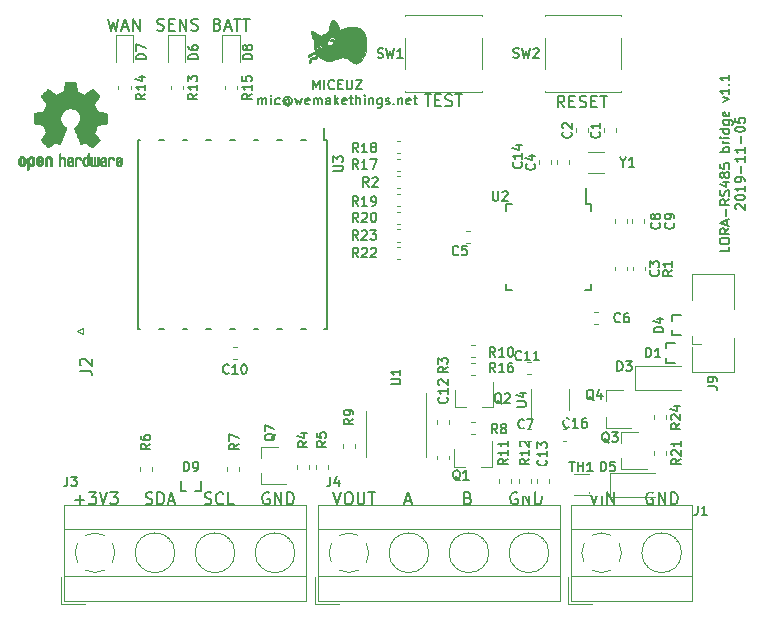
<source format=gbr>
G04 #@! TF.GenerationSoftware,KiCad,Pcbnew,5.99.0-unknown-d20d310~86~ubuntu18.04.1*
G04 #@! TF.CreationDate,2019-12-19T15:55:41+02:00*
G04 #@! TF.ProjectId,lora-bridge,6c6f7261-2d62-4726-9964-67652e6b6963,1.1*
G04 #@! TF.SameCoordinates,Original*
G04 #@! TF.FileFunction,Legend,Top*
G04 #@! TF.FilePolarity,Positive*
%FSLAX46Y46*%
G04 Gerber Fmt 4.6, Leading zero omitted, Abs format (unit mm)*
G04 Created by KiCad (PCBNEW 5.99.0-unknown-d20d310~86~ubuntu18.04.1) date 2019-12-19 15:55:41*
%MOMM*%
%LPD*%
G04 APERTURE LIST*
%ADD10C,0.150000*%
%ADD11C,0.120000*%
%ADD12C,0.200000*%
%ADD13C,0.010000*%
%ADD14R,5.182000X1.602000*%
%ADD15R,1.002000X0.902000*%
%ADD16R,1.202000X1.202000*%
%ADD17R,0.762000X0.602000*%
%ADD18O,1.102000X2.102000*%
%ADD19R,0.602000X0.762000*%
%ADD20R,0.902000X1.002000*%
%ADD21R,0.752000X1.162000*%
%ADD22R,2.602000X2.602000*%
%ADD23C,2.602000*%
%ADD24C,3.302000*%
%ADD25C,0.889400*%
%ADD26R,1.102000X1.902000*%
%ADD27R,1.652000X1.402000*%
%ADD28R,1.602000X0.552000*%
%ADD29O,1.202000X1.902000*%
%ADD30O,1.202000X2.302000*%
%ADD31R,1.402000X0.352000*%
%ADD32R,0.352000X1.402000*%
G04 APERTURE END LIST*
D10*
X128238095Y-133500000D02*
X128142857Y-133452380D01*
X128000000Y-133452380D01*
X127857142Y-133500000D01*
X127761904Y-133595238D01*
X127714285Y-133690476D01*
X127666666Y-133880952D01*
X127666666Y-134023809D01*
X127714285Y-134214285D01*
X127761904Y-134309523D01*
X127857142Y-134404761D01*
X128000000Y-134452380D01*
X128095238Y-134452380D01*
X128238095Y-134404761D01*
X128285714Y-134357142D01*
X128285714Y-134023809D01*
X128095238Y-134023809D01*
X128714285Y-134452380D02*
X128714285Y-133452380D01*
X129285714Y-134452380D01*
X129285714Y-133452380D01*
X129761904Y-134452380D02*
X129761904Y-133452380D01*
X130000000Y-133452380D01*
X130142857Y-133500000D01*
X130238095Y-133595238D01*
X130285714Y-133690476D01*
X130333333Y-133880952D01*
X130333333Y-134023809D01*
X130285714Y-134214285D01*
X130238095Y-134309523D01*
X130142857Y-134404761D01*
X130000000Y-134452380D01*
X129761904Y-134452380D01*
X124071428Y-133928571D02*
X124214285Y-133976190D01*
X124261904Y-134023809D01*
X124309523Y-134119047D01*
X124309523Y-134261904D01*
X124261904Y-134357142D01*
X124214285Y-134404761D01*
X124119047Y-134452380D01*
X123738095Y-134452380D01*
X123738095Y-133452380D01*
X124071428Y-133452380D01*
X124166666Y-133500000D01*
X124214285Y-133547619D01*
X124261904Y-133642857D01*
X124261904Y-133738095D01*
X124214285Y-133833333D01*
X124166666Y-133880952D01*
X124071428Y-133928571D01*
X123738095Y-133928571D01*
X118761904Y-134166666D02*
X119238095Y-134166666D01*
X118666666Y-134452380D02*
X119000000Y-133452380D01*
X119333333Y-134452380D01*
X112692738Y-133452380D02*
X113026071Y-134452380D01*
X113359404Y-133452380D01*
X113883214Y-133452380D02*
X114073690Y-133452380D01*
X114168928Y-133500000D01*
X114264166Y-133595238D01*
X114311785Y-133785714D01*
X114311785Y-134119047D01*
X114264166Y-134309523D01*
X114168928Y-134404761D01*
X114073690Y-134452380D01*
X113883214Y-134452380D01*
X113787976Y-134404761D01*
X113692738Y-134309523D01*
X113645119Y-134119047D01*
X113645119Y-133785714D01*
X113692738Y-133595238D01*
X113787976Y-133500000D01*
X113883214Y-133452380D01*
X114740357Y-133452380D02*
X114740357Y-134261904D01*
X114787976Y-134357142D01*
X114835595Y-134404761D01*
X114930833Y-134452380D01*
X115121309Y-134452380D01*
X115216547Y-134404761D01*
X115264166Y-134357142D01*
X115311785Y-134261904D01*
X115311785Y-133452380D01*
X115645119Y-133452380D02*
X116216547Y-133452380D01*
X115930833Y-134452380D02*
X115930833Y-133452380D01*
X107238095Y-133500000D02*
X107142857Y-133452380D01*
X107000000Y-133452380D01*
X106857142Y-133500000D01*
X106761904Y-133595238D01*
X106714285Y-133690476D01*
X106666666Y-133880952D01*
X106666666Y-134023809D01*
X106714285Y-134214285D01*
X106761904Y-134309523D01*
X106857142Y-134404761D01*
X107000000Y-134452380D01*
X107095238Y-134452380D01*
X107238095Y-134404761D01*
X107285714Y-134357142D01*
X107285714Y-134023809D01*
X107095238Y-134023809D01*
X107714285Y-134452380D02*
X107714285Y-133452380D01*
X108285714Y-134452380D01*
X108285714Y-133452380D01*
X108761904Y-134452380D02*
X108761904Y-133452380D01*
X109000000Y-133452380D01*
X109142857Y-133500000D01*
X109238095Y-133595238D01*
X109285714Y-133690476D01*
X109333333Y-133880952D01*
X109333333Y-134023809D01*
X109285714Y-134214285D01*
X109238095Y-134309523D01*
X109142857Y-134404761D01*
X109000000Y-134452380D01*
X108761904Y-134452380D01*
X101787976Y-134404761D02*
X101930833Y-134452380D01*
X102168928Y-134452380D01*
X102264166Y-134404761D01*
X102311785Y-134357142D01*
X102359404Y-134261904D01*
X102359404Y-134166666D01*
X102311785Y-134071428D01*
X102264166Y-134023809D01*
X102168928Y-133976190D01*
X101978452Y-133928571D01*
X101883214Y-133880952D01*
X101835595Y-133833333D01*
X101787976Y-133738095D01*
X101787976Y-133642857D01*
X101835595Y-133547619D01*
X101883214Y-133500000D01*
X101978452Y-133452380D01*
X102216547Y-133452380D01*
X102359404Y-133500000D01*
X103359404Y-134357142D02*
X103311785Y-134404761D01*
X103168928Y-134452380D01*
X103073690Y-134452380D01*
X102930833Y-134404761D01*
X102835595Y-134309523D01*
X102787976Y-134214285D01*
X102740357Y-134023809D01*
X102740357Y-133880952D01*
X102787976Y-133690476D01*
X102835595Y-133595238D01*
X102930833Y-133500000D01*
X103073690Y-133452380D01*
X103168928Y-133452380D01*
X103311785Y-133500000D01*
X103359404Y-133547619D01*
X104264166Y-134452380D02*
X103787976Y-134452380D01*
X103787976Y-133452380D01*
X96785714Y-134404761D02*
X96928571Y-134452380D01*
X97166666Y-134452380D01*
X97261904Y-134404761D01*
X97309523Y-134357142D01*
X97357142Y-134261904D01*
X97357142Y-134166666D01*
X97309523Y-134071428D01*
X97261904Y-134023809D01*
X97166666Y-133976190D01*
X96976190Y-133928571D01*
X96880952Y-133880952D01*
X96833333Y-133833333D01*
X96785714Y-133738095D01*
X96785714Y-133642857D01*
X96833333Y-133547619D01*
X96880952Y-133500000D01*
X96976190Y-133452380D01*
X97214285Y-133452380D01*
X97357142Y-133500000D01*
X97785714Y-134452380D02*
X97785714Y-133452380D01*
X98023809Y-133452380D01*
X98166666Y-133500000D01*
X98261904Y-133595238D01*
X98309523Y-133690476D01*
X98357142Y-133880952D01*
X98357142Y-134023809D01*
X98309523Y-134214285D01*
X98261904Y-134309523D01*
X98166666Y-134404761D01*
X98023809Y-134452380D01*
X97785714Y-134452380D01*
X98738095Y-134166666D02*
X99214285Y-134166666D01*
X98642857Y-134452380D02*
X98976190Y-133452380D01*
X99309523Y-134452380D01*
X90835595Y-134071428D02*
X91597500Y-134071428D01*
X91216547Y-134452380D02*
X91216547Y-133690476D01*
X91978452Y-133452380D02*
X92597500Y-133452380D01*
X92264166Y-133833333D01*
X92407023Y-133833333D01*
X92502261Y-133880952D01*
X92549880Y-133928571D01*
X92597500Y-134023809D01*
X92597500Y-134261904D01*
X92549880Y-134357142D01*
X92502261Y-134404761D01*
X92407023Y-134452380D01*
X92121309Y-134452380D01*
X92026071Y-134404761D01*
X91978452Y-134357142D01*
X92883214Y-133452380D02*
X93216547Y-134452380D01*
X93549880Y-133452380D01*
X93787976Y-133452380D02*
X94407023Y-133452380D01*
X94073690Y-133833333D01*
X94216547Y-133833333D01*
X94311785Y-133880952D01*
X94359404Y-133928571D01*
X94407023Y-134023809D01*
X94407023Y-134261904D01*
X94359404Y-134357142D01*
X94311785Y-134404761D01*
X94216547Y-134452380D01*
X93930833Y-134452380D01*
X93835595Y-134404761D01*
X93787976Y-134357142D01*
X139738095Y-133500000D02*
X139642857Y-133452380D01*
X139500000Y-133452380D01*
X139357142Y-133500000D01*
X139261904Y-133595238D01*
X139214285Y-133690476D01*
X139166666Y-133880952D01*
X139166666Y-134023809D01*
X139214285Y-134214285D01*
X139261904Y-134309523D01*
X139357142Y-134404761D01*
X139500000Y-134452380D01*
X139595238Y-134452380D01*
X139738095Y-134404761D01*
X139785714Y-134357142D01*
X139785714Y-134023809D01*
X139595238Y-134023809D01*
X140214285Y-134452380D02*
X140214285Y-133452380D01*
X140785714Y-134452380D01*
X140785714Y-133452380D01*
X141261904Y-134452380D02*
X141261904Y-133452380D01*
X141500000Y-133452380D01*
X141642857Y-133500000D01*
X141738095Y-133595238D01*
X141785714Y-133690476D01*
X141833333Y-133880952D01*
X141833333Y-134023809D01*
X141785714Y-134214285D01*
X141738095Y-134309523D01*
X141642857Y-134404761D01*
X141500000Y-134452380D01*
X141261904Y-134452380D01*
X134404761Y-133452380D02*
X134738095Y-134452380D01*
X135071428Y-133452380D01*
X135404761Y-134452380D02*
X135404761Y-133452380D01*
X135880952Y-134452380D02*
X135880952Y-133452380D01*
X136452380Y-134452380D01*
X136452380Y-133452380D01*
X120404761Y-99752380D02*
X120976190Y-99752380D01*
X120690476Y-100752380D02*
X120690476Y-99752380D01*
X121309523Y-100228571D02*
X121642857Y-100228571D01*
X121785714Y-100752380D02*
X121309523Y-100752380D01*
X121309523Y-99752380D01*
X121785714Y-99752380D01*
X122166666Y-100704761D02*
X122309523Y-100752380D01*
X122547619Y-100752380D01*
X122642857Y-100704761D01*
X122690476Y-100657142D01*
X122738095Y-100561904D01*
X122738095Y-100466666D01*
X122690476Y-100371428D01*
X122642857Y-100323809D01*
X122547619Y-100276190D01*
X122357142Y-100228571D01*
X122261904Y-100180952D01*
X122214285Y-100133333D01*
X122166666Y-100038095D01*
X122166666Y-99942857D01*
X122214285Y-99847619D01*
X122261904Y-99800000D01*
X122357142Y-99752380D01*
X122595238Y-99752380D01*
X122738095Y-99800000D01*
X123023809Y-99752380D02*
X123595238Y-99752380D01*
X123309523Y-100752380D02*
X123309523Y-99752380D01*
X132247619Y-100852380D02*
X131914285Y-100376190D01*
X131676190Y-100852380D02*
X131676190Y-99852380D01*
X132057142Y-99852380D01*
X132152380Y-99900000D01*
X132200000Y-99947619D01*
X132247619Y-100042857D01*
X132247619Y-100185714D01*
X132200000Y-100280952D01*
X132152380Y-100328571D01*
X132057142Y-100376190D01*
X131676190Y-100376190D01*
X132676190Y-100328571D02*
X133009523Y-100328571D01*
X133152380Y-100852380D02*
X132676190Y-100852380D01*
X132676190Y-99852380D01*
X133152380Y-99852380D01*
X133533333Y-100804761D02*
X133676190Y-100852380D01*
X133914285Y-100852380D01*
X134009523Y-100804761D01*
X134057142Y-100757142D01*
X134104761Y-100661904D01*
X134104761Y-100566666D01*
X134057142Y-100471428D01*
X134009523Y-100423809D01*
X133914285Y-100376190D01*
X133723809Y-100328571D01*
X133628571Y-100280952D01*
X133580952Y-100233333D01*
X133533333Y-100138095D01*
X133533333Y-100042857D01*
X133580952Y-99947619D01*
X133628571Y-99900000D01*
X133723809Y-99852380D01*
X133961904Y-99852380D01*
X134104761Y-99900000D01*
X134533333Y-100328571D02*
X134866666Y-100328571D01*
X135009523Y-100852380D02*
X134533333Y-100852380D01*
X134533333Y-99852380D01*
X135009523Y-99852380D01*
X135295238Y-99852380D02*
X135866666Y-99852380D01*
X135580952Y-100852380D02*
X135580952Y-99852380D01*
X146217904Y-112666666D02*
X146217904Y-113047619D01*
X145417904Y-113047619D01*
X145417904Y-112247619D02*
X145417904Y-112095238D01*
X145456000Y-112019047D01*
X145532190Y-111942857D01*
X145684571Y-111904761D01*
X145951238Y-111904761D01*
X146103619Y-111942857D01*
X146179809Y-112019047D01*
X146217904Y-112095238D01*
X146217904Y-112247619D01*
X146179809Y-112323809D01*
X146103619Y-112400000D01*
X145951238Y-112438095D01*
X145684571Y-112438095D01*
X145532190Y-112400000D01*
X145456000Y-112323809D01*
X145417904Y-112247619D01*
X146217904Y-111104761D02*
X145836952Y-111371428D01*
X146217904Y-111561904D02*
X145417904Y-111561904D01*
X145417904Y-111257142D01*
X145456000Y-111180952D01*
X145494095Y-111142857D01*
X145570285Y-111104761D01*
X145684571Y-111104761D01*
X145760761Y-111142857D01*
X145798857Y-111180952D01*
X145836952Y-111257142D01*
X145836952Y-111561904D01*
X145989333Y-110800000D02*
X145989333Y-110419047D01*
X146217904Y-110876190D02*
X145417904Y-110609523D01*
X146217904Y-110342857D01*
X145913142Y-110076190D02*
X145913142Y-109466666D01*
X146217904Y-108628571D02*
X145836952Y-108895238D01*
X146217904Y-109085714D02*
X145417904Y-109085714D01*
X145417904Y-108780952D01*
X145456000Y-108704761D01*
X145494095Y-108666666D01*
X145570285Y-108628571D01*
X145684571Y-108628571D01*
X145760761Y-108666666D01*
X145798857Y-108704761D01*
X145836952Y-108780952D01*
X145836952Y-109085714D01*
X146179809Y-108323809D02*
X146217904Y-108209523D01*
X146217904Y-108019047D01*
X146179809Y-107942857D01*
X146141714Y-107904761D01*
X146065523Y-107866666D01*
X145989333Y-107866666D01*
X145913142Y-107904761D01*
X145875047Y-107942857D01*
X145836952Y-108019047D01*
X145798857Y-108171428D01*
X145760761Y-108247619D01*
X145722666Y-108285714D01*
X145646476Y-108323809D01*
X145570285Y-108323809D01*
X145494095Y-108285714D01*
X145456000Y-108247619D01*
X145417904Y-108171428D01*
X145417904Y-107980952D01*
X145456000Y-107866666D01*
X145684571Y-107180952D02*
X146217904Y-107180952D01*
X145379809Y-107371428D02*
X145951238Y-107561904D01*
X145951238Y-107066666D01*
X145760761Y-106647619D02*
X145722666Y-106723809D01*
X145684571Y-106761904D01*
X145608380Y-106800000D01*
X145570285Y-106800000D01*
X145494095Y-106761904D01*
X145456000Y-106723809D01*
X145417904Y-106647619D01*
X145417904Y-106495238D01*
X145456000Y-106419047D01*
X145494095Y-106380952D01*
X145570285Y-106342857D01*
X145608380Y-106342857D01*
X145684571Y-106380952D01*
X145722666Y-106419047D01*
X145760761Y-106495238D01*
X145760761Y-106647619D01*
X145798857Y-106723809D01*
X145836952Y-106761904D01*
X145913142Y-106800000D01*
X146065523Y-106800000D01*
X146141714Y-106761904D01*
X146179809Y-106723809D01*
X146217904Y-106647619D01*
X146217904Y-106495238D01*
X146179809Y-106419047D01*
X146141714Y-106380952D01*
X146065523Y-106342857D01*
X145913142Y-106342857D01*
X145836952Y-106380952D01*
X145798857Y-106419047D01*
X145760761Y-106495238D01*
X145417904Y-105619047D02*
X145417904Y-106000000D01*
X145798857Y-106038095D01*
X145760761Y-106000000D01*
X145722666Y-105923809D01*
X145722666Y-105733333D01*
X145760761Y-105657142D01*
X145798857Y-105619047D01*
X145875047Y-105580952D01*
X146065523Y-105580952D01*
X146141714Y-105619047D01*
X146179809Y-105657142D01*
X146217904Y-105733333D01*
X146217904Y-105923809D01*
X146179809Y-106000000D01*
X146141714Y-106038095D01*
X146217904Y-104628571D02*
X145417904Y-104628571D01*
X145722666Y-104628571D02*
X145684571Y-104552380D01*
X145684571Y-104400000D01*
X145722666Y-104323809D01*
X145760761Y-104285714D01*
X145836952Y-104247619D01*
X146065523Y-104247619D01*
X146141714Y-104285714D01*
X146179809Y-104323809D01*
X146217904Y-104400000D01*
X146217904Y-104552380D01*
X146179809Y-104628571D01*
X146217904Y-103904761D02*
X145684571Y-103904761D01*
X145836952Y-103904761D02*
X145760761Y-103866666D01*
X145722666Y-103828571D01*
X145684571Y-103752380D01*
X145684571Y-103676190D01*
X146217904Y-103409523D02*
X145684571Y-103409523D01*
X145417904Y-103409523D02*
X145456000Y-103447619D01*
X145494095Y-103409523D01*
X145456000Y-103371428D01*
X145417904Y-103409523D01*
X145494095Y-103409523D01*
X146217904Y-102685714D02*
X145417904Y-102685714D01*
X146179809Y-102685714D02*
X146217904Y-102761904D01*
X146217904Y-102914285D01*
X146179809Y-102990476D01*
X146141714Y-103028571D01*
X146065523Y-103066666D01*
X145836952Y-103066666D01*
X145760761Y-103028571D01*
X145722666Y-102990476D01*
X145684571Y-102914285D01*
X145684571Y-102761904D01*
X145722666Y-102685714D01*
X145684571Y-101961904D02*
X146332190Y-101961904D01*
X146408380Y-102000000D01*
X146446476Y-102038095D01*
X146484571Y-102114285D01*
X146484571Y-102228571D01*
X146446476Y-102304761D01*
X146179809Y-101961904D02*
X146217904Y-102038095D01*
X146217904Y-102190476D01*
X146179809Y-102266666D01*
X146141714Y-102304761D01*
X146065523Y-102342857D01*
X145836952Y-102342857D01*
X145760761Y-102304761D01*
X145722666Y-102266666D01*
X145684571Y-102190476D01*
X145684571Y-102038095D01*
X145722666Y-101961904D01*
X146179809Y-101276190D02*
X146217904Y-101352380D01*
X146217904Y-101504761D01*
X146179809Y-101580952D01*
X146103619Y-101619047D01*
X145798857Y-101619047D01*
X145722666Y-101580952D01*
X145684571Y-101504761D01*
X145684571Y-101352380D01*
X145722666Y-101276190D01*
X145798857Y-101238095D01*
X145875047Y-101238095D01*
X145951238Y-101619047D01*
X145684571Y-100361904D02*
X146217904Y-100171428D01*
X145684571Y-99980952D01*
X146217904Y-99257142D02*
X146217904Y-99714285D01*
X146217904Y-99485714D02*
X145417904Y-99485714D01*
X145532190Y-99561904D01*
X145608380Y-99638095D01*
X145646476Y-99714285D01*
X146141714Y-98914285D02*
X146179809Y-98876190D01*
X146217904Y-98914285D01*
X146179809Y-98952380D01*
X146141714Y-98914285D01*
X146217904Y-98914285D01*
X146217904Y-98114285D02*
X146217904Y-98571428D01*
X146217904Y-98342857D02*
X145417904Y-98342857D01*
X145532190Y-98419047D01*
X145608380Y-98495238D01*
X145646476Y-98571428D01*
X146782095Y-109485714D02*
X146744000Y-109447619D01*
X146705904Y-109371428D01*
X146705904Y-109180952D01*
X146744000Y-109104761D01*
X146782095Y-109066666D01*
X146858285Y-109028571D01*
X146934476Y-109028571D01*
X147048761Y-109066666D01*
X147505904Y-109523809D01*
X147505904Y-109028571D01*
X146705904Y-108533333D02*
X146705904Y-108457142D01*
X146744000Y-108380952D01*
X146782095Y-108342857D01*
X146858285Y-108304761D01*
X147010666Y-108266666D01*
X147201142Y-108266666D01*
X147353523Y-108304761D01*
X147429714Y-108342857D01*
X147467809Y-108380952D01*
X147505904Y-108457142D01*
X147505904Y-108533333D01*
X147467809Y-108609523D01*
X147429714Y-108647619D01*
X147353523Y-108685714D01*
X147201142Y-108723809D01*
X147010666Y-108723809D01*
X146858285Y-108685714D01*
X146782095Y-108647619D01*
X146744000Y-108609523D01*
X146705904Y-108533333D01*
X147505904Y-107504761D02*
X147505904Y-107961904D01*
X147505904Y-107733333D02*
X146705904Y-107733333D01*
X146820190Y-107809523D01*
X146896380Y-107885714D01*
X146934476Y-107961904D01*
X147505904Y-107123809D02*
X147505904Y-106971428D01*
X147467809Y-106895238D01*
X147429714Y-106857142D01*
X147315428Y-106780952D01*
X147163047Y-106742857D01*
X146858285Y-106742857D01*
X146782095Y-106780952D01*
X146744000Y-106819047D01*
X146705904Y-106895238D01*
X146705904Y-107047619D01*
X146744000Y-107123809D01*
X146782095Y-107161904D01*
X146858285Y-107200000D01*
X147048761Y-107200000D01*
X147124952Y-107161904D01*
X147163047Y-107123809D01*
X147201142Y-107047619D01*
X147201142Y-106895238D01*
X147163047Y-106819047D01*
X147124952Y-106780952D01*
X147048761Y-106742857D01*
X147201142Y-106400000D02*
X147201142Y-105790476D01*
X147505904Y-104990476D02*
X147505904Y-105447619D01*
X147505904Y-105219047D02*
X146705904Y-105219047D01*
X146820190Y-105295238D01*
X146896380Y-105371428D01*
X146934476Y-105447619D01*
X147505904Y-104228571D02*
X147505904Y-104685714D01*
X147505904Y-104457142D02*
X146705904Y-104457142D01*
X146820190Y-104533333D01*
X146896380Y-104609523D01*
X146934476Y-104685714D01*
X147201142Y-103885714D02*
X147201142Y-103276190D01*
X146705904Y-102742857D02*
X146705904Y-102666666D01*
X146744000Y-102590476D01*
X146782095Y-102552380D01*
X146858285Y-102514285D01*
X147010666Y-102476190D01*
X147201142Y-102476190D01*
X147353523Y-102514285D01*
X147429714Y-102552380D01*
X147467809Y-102590476D01*
X147505904Y-102666666D01*
X147505904Y-102742857D01*
X147467809Y-102819047D01*
X147429714Y-102857142D01*
X147353523Y-102895238D01*
X147201142Y-102933333D01*
X147010666Y-102933333D01*
X146858285Y-102895238D01*
X146782095Y-102857142D01*
X146744000Y-102819047D01*
X146705904Y-102742857D01*
X146705904Y-101752380D02*
X146705904Y-102133333D01*
X147086857Y-102171428D01*
X147048761Y-102133333D01*
X147010666Y-102057142D01*
X147010666Y-101866666D01*
X147048761Y-101790476D01*
X147086857Y-101752380D01*
X147163047Y-101714285D01*
X147353523Y-101714285D01*
X147429714Y-101752380D01*
X147467809Y-101790476D01*
X147505904Y-101866666D01*
X147505904Y-102057142D01*
X147467809Y-102133333D01*
X147429714Y-102171428D01*
X110980952Y-99317904D02*
X110980952Y-98517904D01*
X111247619Y-99089333D01*
X111514285Y-98517904D01*
X111514285Y-99317904D01*
X111895238Y-99317904D02*
X111895238Y-98517904D01*
X112733333Y-99241714D02*
X112695238Y-99279809D01*
X112580952Y-99317904D01*
X112504761Y-99317904D01*
X112390476Y-99279809D01*
X112314285Y-99203619D01*
X112276190Y-99127428D01*
X112238095Y-98975047D01*
X112238095Y-98860761D01*
X112276190Y-98708380D01*
X112314285Y-98632190D01*
X112390476Y-98556000D01*
X112504761Y-98517904D01*
X112580952Y-98517904D01*
X112695238Y-98556000D01*
X112733333Y-98594095D01*
X113076190Y-98898857D02*
X113342857Y-98898857D01*
X113457142Y-99317904D02*
X113076190Y-99317904D01*
X113076190Y-98517904D01*
X113457142Y-98517904D01*
X113800000Y-98517904D02*
X113800000Y-99165523D01*
X113838095Y-99241714D01*
X113876190Y-99279809D01*
X113952380Y-99317904D01*
X114104761Y-99317904D01*
X114180952Y-99279809D01*
X114219047Y-99241714D01*
X114257142Y-99165523D01*
X114257142Y-98517904D01*
X114561904Y-98517904D02*
X115095238Y-98517904D01*
X114561904Y-99317904D01*
X115095238Y-99317904D01*
X106333333Y-100605904D02*
X106333333Y-100072571D01*
X106333333Y-100148761D02*
X106371428Y-100110666D01*
X106447619Y-100072571D01*
X106561904Y-100072571D01*
X106638095Y-100110666D01*
X106676190Y-100186857D01*
X106676190Y-100605904D01*
X106676190Y-100186857D02*
X106714285Y-100110666D01*
X106790476Y-100072571D01*
X106904761Y-100072571D01*
X106980952Y-100110666D01*
X107019047Y-100186857D01*
X107019047Y-100605904D01*
X107399999Y-100605904D02*
X107399999Y-100072571D01*
X107399999Y-99805904D02*
X107361904Y-99844000D01*
X107399999Y-99882095D01*
X107438095Y-99844000D01*
X107399999Y-99805904D01*
X107399999Y-99882095D01*
X108123809Y-100567809D02*
X108047619Y-100605904D01*
X107895238Y-100605904D01*
X107819047Y-100567809D01*
X107780952Y-100529714D01*
X107742857Y-100453523D01*
X107742857Y-100224952D01*
X107780952Y-100148761D01*
X107819047Y-100110666D01*
X107895238Y-100072571D01*
X108047619Y-100072571D01*
X108123809Y-100110666D01*
X108961904Y-100224952D02*
X108923809Y-100186857D01*
X108847619Y-100148761D01*
X108771428Y-100148761D01*
X108695238Y-100186857D01*
X108657142Y-100224952D01*
X108619047Y-100301142D01*
X108619047Y-100377333D01*
X108657142Y-100453523D01*
X108695238Y-100491619D01*
X108771428Y-100529714D01*
X108847619Y-100529714D01*
X108923809Y-100491619D01*
X108961904Y-100453523D01*
X108961904Y-100148761D02*
X108961904Y-100453523D01*
X108999999Y-100491619D01*
X109038095Y-100491619D01*
X109114285Y-100453523D01*
X109152380Y-100377333D01*
X109152380Y-100186857D01*
X109076190Y-100072571D01*
X108961904Y-99996380D01*
X108809523Y-99958285D01*
X108657142Y-99996380D01*
X108542857Y-100072571D01*
X108466666Y-100186857D01*
X108428571Y-100339238D01*
X108466666Y-100491619D01*
X108542857Y-100605904D01*
X108657142Y-100682095D01*
X108809523Y-100720190D01*
X108961904Y-100682095D01*
X109076190Y-100605904D01*
X109419047Y-100072571D02*
X109571428Y-100605904D01*
X109723809Y-100224952D01*
X109876190Y-100605904D01*
X110028571Y-100072571D01*
X110638095Y-100567809D02*
X110561904Y-100605904D01*
X110409523Y-100605904D01*
X110333333Y-100567809D01*
X110295238Y-100491619D01*
X110295238Y-100186857D01*
X110333333Y-100110666D01*
X110409523Y-100072571D01*
X110561904Y-100072571D01*
X110638095Y-100110666D01*
X110676190Y-100186857D01*
X110676190Y-100263047D01*
X110295238Y-100339238D01*
X111019047Y-100605904D02*
X111019047Y-100072571D01*
X111019047Y-100148761D02*
X111057142Y-100110666D01*
X111133333Y-100072571D01*
X111247619Y-100072571D01*
X111323809Y-100110666D01*
X111361904Y-100186857D01*
X111361904Y-100605904D01*
X111361904Y-100186857D02*
X111399999Y-100110666D01*
X111476190Y-100072571D01*
X111590476Y-100072571D01*
X111666666Y-100110666D01*
X111704761Y-100186857D01*
X111704761Y-100605904D01*
X112428571Y-100605904D02*
X112428571Y-100186857D01*
X112390476Y-100110666D01*
X112314285Y-100072571D01*
X112161904Y-100072571D01*
X112085714Y-100110666D01*
X112428571Y-100567809D02*
X112352380Y-100605904D01*
X112161904Y-100605904D01*
X112085714Y-100567809D01*
X112047619Y-100491619D01*
X112047619Y-100415428D01*
X112085714Y-100339238D01*
X112161904Y-100301142D01*
X112352380Y-100301142D01*
X112428571Y-100263047D01*
X112809523Y-100605904D02*
X112809523Y-99805904D01*
X112885714Y-100301142D02*
X113114285Y-100605904D01*
X113114285Y-100072571D02*
X112809523Y-100377333D01*
X113761904Y-100567809D02*
X113685714Y-100605904D01*
X113533333Y-100605904D01*
X113457142Y-100567809D01*
X113419047Y-100491619D01*
X113419047Y-100186857D01*
X113457142Y-100110666D01*
X113533333Y-100072571D01*
X113685714Y-100072571D01*
X113761904Y-100110666D01*
X113799999Y-100186857D01*
X113799999Y-100263047D01*
X113419047Y-100339238D01*
X114028571Y-100072571D02*
X114333333Y-100072571D01*
X114142857Y-99805904D02*
X114142857Y-100491619D01*
X114180952Y-100567809D01*
X114257142Y-100605904D01*
X114333333Y-100605904D01*
X114599999Y-100605904D02*
X114599999Y-99805904D01*
X114942857Y-100605904D02*
X114942857Y-100186857D01*
X114904761Y-100110666D01*
X114828571Y-100072571D01*
X114714285Y-100072571D01*
X114638095Y-100110666D01*
X114599999Y-100148761D01*
X115323809Y-100605904D02*
X115323809Y-100072571D01*
X115323809Y-99805904D02*
X115285714Y-99844000D01*
X115323809Y-99882095D01*
X115361904Y-99844000D01*
X115323809Y-99805904D01*
X115323809Y-99882095D01*
X115704761Y-100072571D02*
X115704761Y-100605904D01*
X115704761Y-100148761D02*
X115742857Y-100110666D01*
X115819047Y-100072571D01*
X115933333Y-100072571D01*
X116009523Y-100110666D01*
X116047619Y-100186857D01*
X116047619Y-100605904D01*
X116771428Y-100072571D02*
X116771428Y-100720190D01*
X116733333Y-100796380D01*
X116695238Y-100834476D01*
X116619047Y-100872571D01*
X116504761Y-100872571D01*
X116428571Y-100834476D01*
X116771428Y-100567809D02*
X116695238Y-100605904D01*
X116542857Y-100605904D01*
X116466666Y-100567809D01*
X116428571Y-100529714D01*
X116390476Y-100453523D01*
X116390476Y-100224952D01*
X116428571Y-100148761D01*
X116466666Y-100110666D01*
X116542857Y-100072571D01*
X116695238Y-100072571D01*
X116771428Y-100110666D01*
X117114285Y-100567809D02*
X117190476Y-100605904D01*
X117342857Y-100605904D01*
X117419047Y-100567809D01*
X117457142Y-100491619D01*
X117457142Y-100453523D01*
X117419047Y-100377333D01*
X117342857Y-100339238D01*
X117228571Y-100339238D01*
X117152380Y-100301142D01*
X117114285Y-100224952D01*
X117114285Y-100186857D01*
X117152380Y-100110666D01*
X117228571Y-100072571D01*
X117342857Y-100072571D01*
X117419047Y-100110666D01*
X117799999Y-100529714D02*
X117838095Y-100567809D01*
X117799999Y-100605904D01*
X117761904Y-100567809D01*
X117799999Y-100529714D01*
X117799999Y-100605904D01*
X118180952Y-100072571D02*
X118180952Y-100605904D01*
X118180952Y-100148761D02*
X118219047Y-100110666D01*
X118295238Y-100072571D01*
X118409523Y-100072571D01*
X118485714Y-100110666D01*
X118523809Y-100186857D01*
X118523809Y-100605904D01*
X119209523Y-100567809D02*
X119133333Y-100605904D01*
X118980952Y-100605904D01*
X118904761Y-100567809D01*
X118866666Y-100491619D01*
X118866666Y-100186857D01*
X118904761Y-100110666D01*
X118980952Y-100072571D01*
X119133333Y-100072571D01*
X119209523Y-100110666D01*
X119247619Y-100186857D01*
X119247619Y-100263047D01*
X118866666Y-100339238D01*
X119476190Y-100072571D02*
X119780952Y-100072571D01*
X119590476Y-99805904D02*
X119590476Y-100491619D01*
X119628571Y-100567809D01*
X119704761Y-100605904D01*
X119780952Y-100605904D01*
X102880952Y-93828571D02*
X103023809Y-93876190D01*
X103071428Y-93923809D01*
X103119047Y-94019047D01*
X103119047Y-94161904D01*
X103071428Y-94257142D01*
X103023809Y-94304761D01*
X102928571Y-94352380D01*
X102547619Y-94352380D01*
X102547619Y-93352380D01*
X102880952Y-93352380D01*
X102976190Y-93400000D01*
X103023809Y-93447619D01*
X103071428Y-93542857D01*
X103071428Y-93638095D01*
X103023809Y-93733333D01*
X102976190Y-93780952D01*
X102880952Y-93828571D01*
X102547619Y-93828571D01*
X103500000Y-94066666D02*
X103976190Y-94066666D01*
X103404761Y-94352380D02*
X103738095Y-93352380D01*
X104071428Y-94352380D01*
X104261904Y-93352380D02*
X104833333Y-93352380D01*
X104547619Y-94352380D02*
X104547619Y-93352380D01*
X105023809Y-93352380D02*
X105595238Y-93352380D01*
X105309523Y-94352380D02*
X105309523Y-93352380D01*
X97761904Y-94304761D02*
X97904761Y-94352380D01*
X98142857Y-94352380D01*
X98238095Y-94304761D01*
X98285714Y-94257142D01*
X98333333Y-94161904D01*
X98333333Y-94066666D01*
X98285714Y-93971428D01*
X98238095Y-93923809D01*
X98142857Y-93876190D01*
X97952380Y-93828571D01*
X97857142Y-93780952D01*
X97809523Y-93733333D01*
X97761904Y-93638095D01*
X97761904Y-93542857D01*
X97809523Y-93447619D01*
X97857142Y-93400000D01*
X97952380Y-93352380D01*
X98190476Y-93352380D01*
X98333333Y-93400000D01*
X98761904Y-93828571D02*
X99095238Y-93828571D01*
X99238095Y-94352380D02*
X98761904Y-94352380D01*
X98761904Y-93352380D01*
X99238095Y-93352380D01*
X99666666Y-94352380D02*
X99666666Y-93352380D01*
X100238095Y-94352380D01*
X100238095Y-93352380D01*
X100666666Y-94304761D02*
X100809523Y-94352380D01*
X101047619Y-94352380D01*
X101142857Y-94304761D01*
X101190476Y-94257142D01*
X101238095Y-94161904D01*
X101238095Y-94066666D01*
X101190476Y-93971428D01*
X101142857Y-93923809D01*
X101047619Y-93876190D01*
X100857142Y-93828571D01*
X100761904Y-93780952D01*
X100714285Y-93733333D01*
X100666666Y-93638095D01*
X100666666Y-93542857D01*
X100714285Y-93447619D01*
X100761904Y-93400000D01*
X100857142Y-93352380D01*
X101095238Y-93352380D01*
X101238095Y-93400000D01*
X93619047Y-93352380D02*
X93857142Y-94352380D01*
X94047619Y-93638095D01*
X94238095Y-94352380D01*
X94476190Y-93352380D01*
X94809523Y-94066666D02*
X95285714Y-94066666D01*
X94714285Y-94352380D02*
X95047619Y-93352380D01*
X95380952Y-94352380D01*
X95714285Y-94352380D02*
X95714285Y-93352380D01*
X96285714Y-94352380D01*
X96285714Y-93352380D01*
D11*
X133097936Y-131890000D02*
X134302064Y-131890000D01*
X133097936Y-133710000D02*
X134302064Y-133710000D01*
X91010000Y-119800000D02*
X91510000Y-120050000D01*
X91510000Y-120050000D02*
X91510000Y-119550000D01*
X91510000Y-119550000D02*
X91010000Y-119800000D01*
X140810000Y-127262779D02*
X140810000Y-126937221D01*
X139790000Y-127262779D02*
X139790000Y-126937221D01*
X139790000Y-129937221D02*
X139790000Y-130262779D01*
X140810000Y-129937221D02*
X140810000Y-130262779D01*
X135740000Y-124820000D02*
X137200000Y-124820000D01*
X135740000Y-127980000D02*
X137900000Y-127980000D01*
X135740000Y-127980000D02*
X135740000Y-127050000D01*
X135740000Y-124820000D02*
X135740000Y-125750000D01*
X137040000Y-128320000D02*
X138500000Y-128320000D01*
X137040000Y-131480000D02*
X139200000Y-131480000D01*
X137040000Y-131480000D02*
X137040000Y-130550000D01*
X137040000Y-128320000D02*
X137040000Y-129250000D01*
X136100000Y-131800000D02*
X139950000Y-131800000D01*
X136100000Y-133800000D02*
X139950000Y-133800000D01*
X136100000Y-131800000D02*
X136100000Y-133800000D01*
X118362779Y-111190000D02*
X118037221Y-111190000D01*
X118362779Y-112210000D02*
X118037221Y-112210000D01*
X118362779Y-112690000D02*
X118037221Y-112690000D01*
X118362779Y-113710000D02*
X118037221Y-113710000D01*
D10*
X141331584Y-120150000D02*
X142131584Y-120150000D01*
X141331584Y-118900000D02*
X141331584Y-118450000D01*
X141331584Y-120150000D02*
X141331584Y-119700000D01*
X141331584Y-118450000D02*
X142131584Y-118450000D01*
D11*
X124337221Y-122010000D02*
X124662779Y-122010000D01*
X124337221Y-120990000D02*
X124662779Y-120990000D01*
X118037221Y-110710000D02*
X118362779Y-110710000D01*
X118037221Y-109690000D02*
X118362779Y-109690000D01*
X118037221Y-109210000D02*
X118362779Y-109210000D01*
X118037221Y-108190000D02*
X118362779Y-108190000D01*
X118037221Y-104710000D02*
X118362779Y-104710000D01*
X118037221Y-103690000D02*
X118362779Y-103690000D01*
X118037221Y-106210000D02*
X118362779Y-106210000D01*
X118037221Y-105190000D02*
X118362779Y-105190000D01*
X118037221Y-107710000D02*
X118362779Y-107710000D01*
X118037221Y-106690000D02*
X118362779Y-106690000D01*
D12*
X112127284Y-103627284D02*
X112127284Y-119627284D01*
X100327284Y-103627284D02*
X99927284Y-103627284D01*
X102327284Y-103627284D02*
X101927284Y-103627284D01*
X104327284Y-103627284D02*
X103927284Y-103627284D01*
X106327284Y-103627284D02*
X105927284Y-103627284D01*
X107927284Y-103627284D02*
X108327284Y-103627284D01*
X109927284Y-103627284D02*
X110327284Y-103627284D01*
X111927284Y-102627284D02*
X111927284Y-103627284D01*
X111927284Y-103627284D02*
X112127284Y-103627284D01*
X98327284Y-103627284D02*
X97927284Y-103627284D01*
X112127284Y-119627284D02*
X111927284Y-119627284D01*
X110327284Y-119627284D02*
X109927284Y-119627284D01*
X108327284Y-119627284D02*
X107927284Y-119627284D01*
X106327284Y-119627284D02*
X105927284Y-119627284D01*
X104327284Y-119627284D02*
X103927284Y-119627284D01*
X102327284Y-119627284D02*
X101927284Y-119627284D01*
X100327284Y-119627284D02*
X99927284Y-119627284D01*
X98327284Y-119627284D02*
X97927284Y-119627284D01*
X96327284Y-119627284D02*
X96127284Y-119627284D01*
X96127284Y-119627284D02*
X96127284Y-103627284D01*
X96127284Y-103627284D02*
X96327284Y-103627284D01*
D10*
X99750000Y-133300000D02*
X99750000Y-132500000D01*
X101450000Y-133300000D02*
X101000000Y-133300000D01*
X100200000Y-133300000D02*
X99750000Y-133300000D01*
X101450000Y-133300000D02*
X101450000Y-132500000D01*
D11*
X123020000Y-126260000D02*
X123020000Y-124800000D01*
X126180000Y-126260000D02*
X126180000Y-124100000D01*
X126180000Y-126260000D02*
X125250000Y-126260000D01*
X123020000Y-126260000D02*
X123950000Y-126260000D01*
X132660000Y-126500000D02*
X132660000Y-124700000D01*
X129440000Y-124700000D02*
X129440000Y-127150000D01*
X124662779Y-122490000D02*
X124337221Y-122490000D01*
X124662779Y-123510000D02*
X124337221Y-123510000D01*
X136188712Y-140045847D02*
G75*
G02X135400000Y-140242495I-788712J1483352D01*
G01*
X136883953Y-137773407D02*
G75*
G02X136884000Y-139351495I-1483953J-789088D01*
G01*
X134610912Y-137078542D02*
G75*
G02X136189000Y-137078495I789088J-1483953D01*
G01*
X133916047Y-139351583D02*
G75*
G02X133916000Y-137773495I1483953J789088D01*
G01*
X135429383Y-140242945D02*
G75*
G02X134611000Y-140046495I-29383J1680450D01*
G01*
X142160000Y-138562495D02*
G75*
G03X142160000Y-138562495I-1680000J0D01*
G01*
X132800000Y-140562495D02*
X143080000Y-140562495D01*
X132800000Y-136562495D02*
X143080000Y-136562495D01*
X132800000Y-134502495D02*
X132800000Y-142622495D01*
X132800000Y-142622495D02*
X143080000Y-142622495D01*
X143080000Y-142622495D02*
X143080000Y-134502495D01*
X143080000Y-134502495D02*
X132800000Y-134502495D01*
X141755000Y-137493495D02*
X141661000Y-137586495D01*
X139470000Y-139778495D02*
X139411000Y-139836495D01*
X141550000Y-137287495D02*
X141491000Y-137346495D01*
X139300000Y-139538495D02*
X139206000Y-139631495D01*
X132560000Y-140622495D02*
X132560000Y-142862495D01*
X132560000Y-142862495D02*
X134560000Y-142862495D01*
X114788712Y-140045847D02*
G75*
G02X114000000Y-140242495I-788712J1483352D01*
G01*
X115483953Y-137773407D02*
G75*
G02X115484000Y-139351495I-1483953J-789088D01*
G01*
X113210912Y-137078542D02*
G75*
G02X114789000Y-137078495I789088J-1483953D01*
G01*
X112516047Y-139351583D02*
G75*
G02X112516000Y-137773495I1483953J789088D01*
G01*
X114029383Y-140242945D02*
G75*
G02X113211000Y-140046495I-29383J1680450D01*
G01*
X120760000Y-138562495D02*
G75*
G03X120760000Y-138562495I-1680000J0D01*
G01*
X125840000Y-138562495D02*
G75*
G03X125840000Y-138562495I-1680000J0D01*
G01*
X130920000Y-138562495D02*
G75*
G03X130920000Y-138562495I-1680000J0D01*
G01*
X111400000Y-140562495D02*
X131840000Y-140562495D01*
X111400000Y-136562495D02*
X131840000Y-136562495D01*
X111400000Y-134502495D02*
X111400000Y-142622495D01*
X111400000Y-142622495D02*
X131840000Y-142622495D01*
X131840000Y-142622495D02*
X131840000Y-134502495D01*
X131840000Y-134502495D02*
X111400000Y-134502495D01*
X120355000Y-137493495D02*
X120261000Y-137586495D01*
X118070000Y-139778495D02*
X118011000Y-139836495D01*
X120150000Y-137287495D02*
X120091000Y-137346495D01*
X117900000Y-139538495D02*
X117806000Y-139631495D01*
X125435000Y-137493495D02*
X125341000Y-137586495D01*
X123150000Y-139778495D02*
X123091000Y-139836495D01*
X125230000Y-137287495D02*
X125171000Y-137346495D01*
X122980000Y-139538495D02*
X122886000Y-139631495D01*
X130515000Y-137493495D02*
X130421000Y-137586495D01*
X128230000Y-139778495D02*
X128171000Y-139836495D01*
X130310000Y-137287495D02*
X130251000Y-137346495D01*
X128060000Y-139538495D02*
X127966000Y-139631495D01*
X111160000Y-140622495D02*
X111160000Y-142862495D01*
X111160000Y-142862495D02*
X113160000Y-142862495D01*
X93288712Y-140045847D02*
G75*
G02X92500000Y-140242495I-788712J1483352D01*
G01*
X93983953Y-137773407D02*
G75*
G02X93984000Y-139351495I-1483953J-789088D01*
G01*
X91710912Y-137078542D02*
G75*
G02X93289000Y-137078495I789088J-1483953D01*
G01*
X91016047Y-139351583D02*
G75*
G02X91016000Y-137773495I1483953J789088D01*
G01*
X92529383Y-140242945D02*
G75*
G02X91711000Y-140046495I-29383J1680450D01*
G01*
X99260000Y-138562495D02*
G75*
G03X99260000Y-138562495I-1680000J0D01*
G01*
X104340000Y-138562495D02*
G75*
G03X104340000Y-138562495I-1680000J0D01*
G01*
X109420000Y-138562495D02*
G75*
G03X109420000Y-138562495I-1680000J0D01*
G01*
X89900000Y-140562495D02*
X110340000Y-140562495D01*
X89900000Y-136562495D02*
X110340000Y-136562495D01*
X89900000Y-134502495D02*
X89900000Y-142622495D01*
X89900000Y-142622495D02*
X110340000Y-142622495D01*
X110340000Y-142622495D02*
X110340000Y-134502495D01*
X110340000Y-134502495D02*
X89900000Y-134502495D01*
X98855000Y-137493495D02*
X98761000Y-137586495D01*
X96570000Y-139778495D02*
X96511000Y-139836495D01*
X98650000Y-137287495D02*
X98591000Y-137346495D01*
X96400000Y-139538495D02*
X96306000Y-139631495D01*
X103935000Y-137493495D02*
X103841000Y-137586495D01*
X101650000Y-139778495D02*
X101591000Y-139836495D01*
X103730000Y-137287495D02*
X103671000Y-137346495D01*
X101480000Y-139538495D02*
X101386000Y-139631495D01*
X109015000Y-137493495D02*
X108921000Y-137586495D01*
X106730000Y-139778495D02*
X106671000Y-139836495D01*
X108810000Y-137287495D02*
X108751000Y-137346495D01*
X106560000Y-139538495D02*
X106466000Y-139631495D01*
X89660000Y-140622495D02*
X89660000Y-142862495D01*
X89660000Y-142862495D02*
X91660000Y-142862495D01*
G36*
X86756873Y-105294679D02*
G01*
X86760606Y-105230905D01*
X86765907Y-105185582D01*
X86773258Y-105153555D01*
X86783143Y-105129668D01*
X86796046Y-105108764D01*
X86801579Y-105100898D01*
X86874969Y-105026595D01*
X86967760Y-104984467D01*
X87075096Y-104972722D01*
X87168886Y-104984505D01*
X87243539Y-105021727D01*
X87309431Y-105090261D01*
X87327577Y-105115648D01*
X87347345Y-105148866D01*
X87360172Y-105184945D01*
X87367510Y-105233098D01*
X87370813Y-105302536D01*
X87371538Y-105394206D01*
X87368263Y-105519830D01*
X87356877Y-105614154D01*
X87335041Y-105684523D01*
X87300419Y-105738286D01*
X87250670Y-105782788D01*
X87247014Y-105785423D01*
X87197985Y-105812377D01*
X87138945Y-105825712D01*
X87063859Y-105829000D01*
X86941795Y-105829000D01*
X86941744Y-105947497D01*
X86940608Y-106013492D01*
X86933686Y-106052202D01*
X86915598Y-106075419D01*
X86880962Y-106094933D01*
X86872645Y-106098920D01*
X86833720Y-106117603D01*
X86803583Y-106129403D01*
X86781174Y-106130422D01*
X86765433Y-106116761D01*
X86755302Y-106084522D01*
X86749723Y-106029804D01*
X86747635Y-105948711D01*
X86747981Y-105837344D01*
X86749700Y-105691802D01*
X86750237Y-105648269D01*
X86752172Y-105498205D01*
X86753904Y-105400042D01*
X86941692Y-105400042D01*
X86942748Y-105483364D01*
X86947438Y-105537880D01*
X86958051Y-105573837D01*
X86976872Y-105601482D01*
X86989650Y-105614965D01*
X87041890Y-105654417D01*
X87088142Y-105657628D01*
X87135867Y-105625049D01*
X87137077Y-105623846D01*
X87156494Y-105598668D01*
X87168307Y-105564447D01*
X87174265Y-105511748D01*
X87176120Y-105431131D01*
X87176154Y-105413271D01*
X87171670Y-105302175D01*
X87157074Y-105225161D01*
X87130650Y-105178147D01*
X87090683Y-105157050D01*
X87067584Y-105154923D01*
X87012762Y-105164900D01*
X86975158Y-105197752D01*
X86952523Y-105257857D01*
X86942606Y-105349598D01*
X86941692Y-105400042D01*
X86753904Y-105400042D01*
X86754222Y-105382060D01*
X86756873Y-105294679D01*
G37*
D13*
X86756873Y-105294679D02*
X86760606Y-105230905D01*
X86765907Y-105185582D01*
X86773258Y-105153555D01*
X86783143Y-105129668D01*
X86796046Y-105108764D01*
X86801579Y-105100898D01*
X86874969Y-105026595D01*
X86967760Y-104984467D01*
X87075096Y-104972722D01*
X87168886Y-104984505D01*
X87243539Y-105021727D01*
X87309431Y-105090261D01*
X87327577Y-105115648D01*
X87347345Y-105148866D01*
X87360172Y-105184945D01*
X87367510Y-105233098D01*
X87370813Y-105302536D01*
X87371538Y-105394206D01*
X87368263Y-105519830D01*
X87356877Y-105614154D01*
X87335041Y-105684523D01*
X87300419Y-105738286D01*
X87250670Y-105782788D01*
X87247014Y-105785423D01*
X87197985Y-105812377D01*
X87138945Y-105825712D01*
X87063859Y-105829000D01*
X86941795Y-105829000D01*
X86941744Y-105947497D01*
X86940608Y-106013492D01*
X86933686Y-106052202D01*
X86915598Y-106075419D01*
X86880962Y-106094933D01*
X86872645Y-106098920D01*
X86833720Y-106117603D01*
X86803583Y-106129403D01*
X86781174Y-106130422D01*
X86765433Y-106116761D01*
X86755302Y-106084522D01*
X86749723Y-106029804D01*
X86747635Y-105948711D01*
X86747981Y-105837344D01*
X86749700Y-105691802D01*
X86750237Y-105648269D01*
X86752172Y-105498205D01*
X86753904Y-105400042D01*
X86941692Y-105400042D01*
X86942748Y-105483364D01*
X86947438Y-105537880D01*
X86958051Y-105573837D01*
X86976872Y-105601482D01*
X86989650Y-105614965D01*
X87041890Y-105654417D01*
X87088142Y-105657628D01*
X87135867Y-105625049D01*
X87137077Y-105623846D01*
X87156494Y-105598668D01*
X87168307Y-105564447D01*
X87174265Y-105511748D01*
X87176120Y-105431131D01*
X87176154Y-105413271D01*
X87171670Y-105302175D01*
X87157074Y-105225161D01*
X87130650Y-105178147D01*
X87090683Y-105157050D01*
X87067584Y-105154923D01*
X87012762Y-105164900D01*
X86975158Y-105197752D01*
X86952523Y-105257857D01*
X86942606Y-105349598D01*
X86941692Y-105400042D01*
X86753904Y-105400042D01*
X86754222Y-105382060D01*
X86756873Y-105294679D01*
G36*
X88671664Y-104995089D02*
G01*
X88734367Y-105031358D01*
X88777961Y-105067358D01*
X88809845Y-105105075D01*
X88831810Y-105151199D01*
X88845649Y-105212421D01*
X88853153Y-105295431D01*
X88856117Y-105406919D01*
X88856461Y-105487062D01*
X88856461Y-105782065D01*
X88690385Y-105856515D01*
X88680615Y-105533402D01*
X88676579Y-105412729D01*
X88672344Y-105325141D01*
X88667097Y-105264650D01*
X88660025Y-105225268D01*
X88650311Y-105201007D01*
X88637144Y-105185880D01*
X88632919Y-105182606D01*
X88568909Y-105157034D01*
X88504208Y-105167153D01*
X88465692Y-105194000D01*
X88450025Y-105213024D01*
X88439180Y-105237988D01*
X88432288Y-105275834D01*
X88428479Y-105333502D01*
X88426883Y-105417935D01*
X88426615Y-105505928D01*
X88426563Y-105616323D01*
X88424672Y-105694463D01*
X88418345Y-105747165D01*
X88404983Y-105781242D01*
X88381985Y-105803511D01*
X88346754Y-105820787D01*
X88299697Y-105838738D01*
X88248303Y-105858278D01*
X88254421Y-105511485D01*
X88256884Y-105386468D01*
X88259767Y-105294082D01*
X88263898Y-105227881D01*
X88270107Y-105181420D01*
X88279226Y-105148256D01*
X88292083Y-105121944D01*
X88307584Y-105098729D01*
X88382371Y-105024569D01*
X88473628Y-104981684D01*
X88572883Y-104971412D01*
X88671664Y-104995089D01*
G37*
X88671664Y-104995089D02*
X88734367Y-105031358D01*
X88777961Y-105067358D01*
X88809845Y-105105075D01*
X88831810Y-105151199D01*
X88845649Y-105212421D01*
X88853153Y-105295431D01*
X88856117Y-105406919D01*
X88856461Y-105487062D01*
X88856461Y-105782065D01*
X88690385Y-105856515D01*
X88680615Y-105533402D01*
X88676579Y-105412729D01*
X88672344Y-105325141D01*
X88667097Y-105264650D01*
X88660025Y-105225268D01*
X88650311Y-105201007D01*
X88637144Y-105185880D01*
X88632919Y-105182606D01*
X88568909Y-105157034D01*
X88504208Y-105167153D01*
X88465692Y-105194000D01*
X88450025Y-105213024D01*
X88439180Y-105237988D01*
X88432288Y-105275834D01*
X88428479Y-105333502D01*
X88426883Y-105417935D01*
X88426615Y-105505928D01*
X88426563Y-105616323D01*
X88424672Y-105694463D01*
X88418345Y-105747165D01*
X88404983Y-105781242D01*
X88381985Y-105803511D01*
X88346754Y-105820787D01*
X88299697Y-105838738D01*
X88248303Y-105858278D01*
X88254421Y-105511485D01*
X88256884Y-105386468D01*
X88259767Y-105294082D01*
X88263898Y-105227881D01*
X88270107Y-105181420D01*
X88279226Y-105148256D01*
X88292083Y-105121944D01*
X88307584Y-105098729D01*
X88382371Y-105024569D01*
X88473628Y-104981684D01*
X88572883Y-104971412D01*
X88671664Y-104995089D01*
G36*
X86007629Y-105237906D02*
G01*
X86014322Y-105189163D01*
X86025960Y-105153288D01*
X86043853Y-105121548D01*
X86047808Y-105115648D01*
X86114267Y-105036104D01*
X86186685Y-104989929D01*
X86274849Y-104971599D01*
X86304787Y-104970703D01*
X86416886Y-104987256D01*
X86508464Y-105035409D01*
X86576049Y-105112905D01*
X86600057Y-105162727D01*
X86618738Y-105237533D01*
X86628301Y-105332052D01*
X86629208Y-105435210D01*
X86621921Y-105535935D01*
X86606903Y-105623153D01*
X86584615Y-105685791D01*
X86577765Y-105696579D01*
X86496632Y-105777105D01*
X86400266Y-105825336D01*
X86295701Y-105839450D01*
X86189968Y-105817629D01*
X86160543Y-105804547D01*
X86103241Y-105764231D01*
X86052950Y-105710775D01*
X86048197Y-105703995D01*
X86028878Y-105671321D01*
X86016108Y-105636394D01*
X86008564Y-105590414D01*
X86004924Y-105524584D01*
X86003865Y-105430105D01*
X86003846Y-105408923D01*
X86003894Y-105402182D01*
X86199231Y-105402182D01*
X86200368Y-105491349D01*
X86204841Y-105550520D01*
X86214246Y-105588741D01*
X86230176Y-105615053D01*
X86238308Y-105623846D01*
X86285058Y-105657261D01*
X86330447Y-105655737D01*
X86376340Y-105626752D01*
X86403712Y-105595809D01*
X86419923Y-105550643D01*
X86429026Y-105479420D01*
X86429651Y-105471114D01*
X86431204Y-105342037D01*
X86414965Y-105246172D01*
X86381152Y-105184107D01*
X86329984Y-105156432D01*
X86311720Y-105154923D01*
X86263760Y-105162513D01*
X86230953Y-105188808D01*
X86210895Y-105239095D01*
X86201178Y-105318664D01*
X86199231Y-105402182D01*
X86003894Y-105402182D01*
X86004574Y-105308249D01*
X86007629Y-105237906D01*
G37*
X86007629Y-105237906D02*
X86014322Y-105189163D01*
X86025960Y-105153288D01*
X86043853Y-105121548D01*
X86047808Y-105115648D01*
X86114267Y-105036104D01*
X86186685Y-104989929D01*
X86274849Y-104971599D01*
X86304787Y-104970703D01*
X86416886Y-104987256D01*
X86508464Y-105035409D01*
X86576049Y-105112905D01*
X86600057Y-105162727D01*
X86618738Y-105237533D01*
X86628301Y-105332052D01*
X86629208Y-105435210D01*
X86621921Y-105535935D01*
X86606903Y-105623153D01*
X86584615Y-105685791D01*
X86577765Y-105696579D01*
X86496632Y-105777105D01*
X86400266Y-105825336D01*
X86295701Y-105839450D01*
X86189968Y-105817629D01*
X86160543Y-105804547D01*
X86103241Y-105764231D01*
X86052950Y-105710775D01*
X86048197Y-105703995D01*
X86028878Y-105671321D01*
X86016108Y-105636394D01*
X86008564Y-105590414D01*
X86004924Y-105524584D01*
X86003865Y-105430105D01*
X86003846Y-105408923D01*
X86003894Y-105402182D01*
X86199231Y-105402182D01*
X86200368Y-105491349D01*
X86204841Y-105550520D01*
X86214246Y-105588741D01*
X86230176Y-105615053D01*
X86238308Y-105623846D01*
X86285058Y-105657261D01*
X86330447Y-105655737D01*
X86376340Y-105626752D01*
X86403712Y-105595809D01*
X86419923Y-105550643D01*
X86429026Y-105479420D01*
X86429651Y-105471114D01*
X86431204Y-105342037D01*
X86414965Y-105246172D01*
X86381152Y-105184107D01*
X86329984Y-105156432D01*
X86311720Y-105154923D01*
X86263760Y-105162513D01*
X86230953Y-105188808D01*
X86210895Y-105239095D01*
X86201178Y-105318664D01*
X86199231Y-105402182D01*
X86003894Y-105402182D01*
X86004574Y-105308249D01*
X86007629Y-105237906D01*
G36*
X87534778Y-105141055D02*
G01*
X87580421Y-105075215D01*
X87662802Y-105008681D01*
X87753546Y-104975676D01*
X87846185Y-104973573D01*
X87934254Y-104999745D01*
X88011286Y-105051567D01*
X88070816Y-105126412D01*
X88106378Y-105221654D01*
X88113571Y-105291756D01*
X88112754Y-105321009D01*
X88105914Y-105343407D01*
X88087112Y-105363474D01*
X88050408Y-105385733D01*
X87989862Y-105414709D01*
X87899534Y-105454927D01*
X87899077Y-105455129D01*
X87815933Y-105493210D01*
X87747753Y-105527025D01*
X87701505Y-105552933D01*
X87684158Y-105567295D01*
X87684154Y-105567411D01*
X87699443Y-105598685D01*
X87735196Y-105633157D01*
X87776242Y-105657990D01*
X87797037Y-105662923D01*
X87853770Y-105645862D01*
X87902627Y-105603133D01*
X87926465Y-105556155D01*
X87949397Y-105521522D01*
X87994318Y-105482081D01*
X88047123Y-105448009D01*
X88093710Y-105429480D01*
X88103452Y-105428462D01*
X88114418Y-105445215D01*
X88115079Y-105488039D01*
X88107020Y-105545781D01*
X88091827Y-105607289D01*
X88071086Y-105661409D01*
X88070038Y-105663510D01*
X88007621Y-105750660D01*
X87926726Y-105809939D01*
X87834856Y-105839034D01*
X87739513Y-105835634D01*
X87648198Y-105797428D01*
X87644138Y-105794741D01*
X87572306Y-105729642D01*
X87525073Y-105644705D01*
X87498934Y-105533021D01*
X87495426Y-105501643D01*
X87489213Y-105353536D01*
X87496661Y-105284468D01*
X87684154Y-105284468D01*
X87686590Y-105327552D01*
X87699914Y-105340126D01*
X87733132Y-105330719D01*
X87785494Y-105308483D01*
X87844024Y-105280610D01*
X87845479Y-105279872D01*
X87895089Y-105253777D01*
X87915000Y-105236363D01*
X87910090Y-105218107D01*
X87889416Y-105194120D01*
X87836819Y-105159406D01*
X87780177Y-105156856D01*
X87729369Y-105182119D01*
X87694276Y-105230847D01*
X87684154Y-105284468D01*
X87496661Y-105284468D01*
X87501992Y-105235036D01*
X87534778Y-105141055D01*
G37*
X87534778Y-105141055D02*
X87580421Y-105075215D01*
X87662802Y-105008681D01*
X87753546Y-104975676D01*
X87846185Y-104973573D01*
X87934254Y-104999745D01*
X88011286Y-105051567D01*
X88070816Y-105126412D01*
X88106378Y-105221654D01*
X88113571Y-105291756D01*
X88112754Y-105321009D01*
X88105914Y-105343407D01*
X88087112Y-105363474D01*
X88050408Y-105385733D01*
X87989862Y-105414709D01*
X87899534Y-105454927D01*
X87899077Y-105455129D01*
X87815933Y-105493210D01*
X87747753Y-105527025D01*
X87701505Y-105552933D01*
X87684158Y-105567295D01*
X87684154Y-105567411D01*
X87699443Y-105598685D01*
X87735196Y-105633157D01*
X87776242Y-105657990D01*
X87797037Y-105662923D01*
X87853770Y-105645862D01*
X87902627Y-105603133D01*
X87926465Y-105556155D01*
X87949397Y-105521522D01*
X87994318Y-105482081D01*
X88047123Y-105448009D01*
X88093710Y-105429480D01*
X88103452Y-105428462D01*
X88114418Y-105445215D01*
X88115079Y-105488039D01*
X88107020Y-105545781D01*
X88091827Y-105607289D01*
X88071086Y-105661409D01*
X88070038Y-105663510D01*
X88007621Y-105750660D01*
X87926726Y-105809939D01*
X87834856Y-105839034D01*
X87739513Y-105835634D01*
X87648198Y-105797428D01*
X87644138Y-105794741D01*
X87572306Y-105729642D01*
X87525073Y-105644705D01*
X87498934Y-105533021D01*
X87495426Y-105501643D01*
X87489213Y-105353536D01*
X87496661Y-105284468D01*
X87684154Y-105284468D01*
X87686590Y-105327552D01*
X87699914Y-105340126D01*
X87733132Y-105330719D01*
X87785494Y-105308483D01*
X87844024Y-105280610D01*
X87845479Y-105279872D01*
X87895089Y-105253777D01*
X87915000Y-105236363D01*
X87910090Y-105218107D01*
X87889416Y-105194120D01*
X87836819Y-105159406D01*
X87780177Y-105156856D01*
X87729369Y-105182119D01*
X87694276Y-105230847D01*
X87684154Y-105284468D01*
X87496661Y-105284468D01*
X87501992Y-105235036D01*
X87534778Y-105141055D01*
G36*
X89559846Y-104892120D02*
G01*
X89565572Y-104971980D01*
X89572149Y-105019039D01*
X89581262Y-105039566D01*
X89594598Y-105039829D01*
X89598923Y-105037378D01*
X89656444Y-105019636D01*
X89731268Y-105020672D01*
X89807339Y-105038910D01*
X89854918Y-105062505D01*
X89903702Y-105100198D01*
X89939364Y-105142855D01*
X89963845Y-105197057D01*
X89979087Y-105269384D01*
X89987030Y-105366419D01*
X89989616Y-105494742D01*
X89989662Y-105519358D01*
X89989692Y-105795870D01*
X89928161Y-105817320D01*
X89884459Y-105831912D01*
X89860482Y-105838706D01*
X89859777Y-105838769D01*
X89857415Y-105820345D01*
X89855406Y-105769526D01*
X89853901Y-105692993D01*
X89853053Y-105597430D01*
X89852923Y-105539329D01*
X89852651Y-105424771D01*
X89851252Y-105342667D01*
X89847849Y-105286393D01*
X89841567Y-105249326D01*
X89831529Y-105224844D01*
X89816861Y-105206325D01*
X89807702Y-105197406D01*
X89744789Y-105161466D01*
X89676136Y-105158775D01*
X89613848Y-105189170D01*
X89602329Y-105200144D01*
X89585433Y-105220779D01*
X89573714Y-105245256D01*
X89566233Y-105280647D01*
X89562054Y-105334026D01*
X89560237Y-105412466D01*
X89559846Y-105520617D01*
X89559846Y-105795870D01*
X89498315Y-105817320D01*
X89454613Y-105831912D01*
X89430636Y-105838706D01*
X89429930Y-105838769D01*
X89428126Y-105820069D01*
X89426500Y-105767322D01*
X89425117Y-105685557D01*
X89424042Y-105579805D01*
X89423340Y-105455094D01*
X89423077Y-105316455D01*
X89423077Y-104781806D01*
X89550077Y-104728236D01*
X89559846Y-104892120D01*
G37*
X89559846Y-104892120D02*
X89565572Y-104971980D01*
X89572149Y-105019039D01*
X89581262Y-105039566D01*
X89594598Y-105039829D01*
X89598923Y-105037378D01*
X89656444Y-105019636D01*
X89731268Y-105020672D01*
X89807339Y-105038910D01*
X89854918Y-105062505D01*
X89903702Y-105100198D01*
X89939364Y-105142855D01*
X89963845Y-105197057D01*
X89979087Y-105269384D01*
X89987030Y-105366419D01*
X89989616Y-105494742D01*
X89989662Y-105519358D01*
X89989692Y-105795870D01*
X89928161Y-105817320D01*
X89884459Y-105831912D01*
X89860482Y-105838706D01*
X89859777Y-105838769D01*
X89857415Y-105820345D01*
X89855406Y-105769526D01*
X89853901Y-105692993D01*
X89853053Y-105597430D01*
X89852923Y-105539329D01*
X89852651Y-105424771D01*
X89851252Y-105342667D01*
X89847849Y-105286393D01*
X89841567Y-105249326D01*
X89831529Y-105224844D01*
X89816861Y-105206325D01*
X89807702Y-105197406D01*
X89744789Y-105161466D01*
X89676136Y-105158775D01*
X89613848Y-105189170D01*
X89602329Y-105200144D01*
X89585433Y-105220779D01*
X89573714Y-105245256D01*
X89566233Y-105280647D01*
X89562054Y-105334026D01*
X89560237Y-105412466D01*
X89559846Y-105520617D01*
X89559846Y-105795870D01*
X89498315Y-105817320D01*
X89454613Y-105831912D01*
X89430636Y-105838706D01*
X89429930Y-105838769D01*
X89428126Y-105820069D01*
X89426500Y-105767322D01*
X89425117Y-105685557D01*
X89424042Y-105579805D01*
X89423340Y-105455094D01*
X89423077Y-105316455D01*
X89423077Y-104781806D01*
X89550077Y-104728236D01*
X89559846Y-104892120D01*
G36*
X90453501Y-105026303D02*
G01*
X90530060Y-105054733D01*
X90530936Y-105055279D01*
X90578285Y-105090127D01*
X90613241Y-105130852D01*
X90637825Y-105183925D01*
X90654062Y-105255814D01*
X90663975Y-105352992D01*
X90669586Y-105481928D01*
X90670077Y-105500298D01*
X90677141Y-105777287D01*
X90617695Y-105808028D01*
X90574681Y-105828802D01*
X90548710Y-105838646D01*
X90547509Y-105838769D01*
X90543014Y-105820606D01*
X90539444Y-105771612D01*
X90537248Y-105700031D01*
X90536769Y-105642068D01*
X90536758Y-105548170D01*
X90532466Y-105489203D01*
X90517503Y-105461079D01*
X90485482Y-105459706D01*
X90430014Y-105480998D01*
X90346269Y-105520136D01*
X90284689Y-105552643D01*
X90253017Y-105580845D01*
X90243706Y-105611582D01*
X90243692Y-105613104D01*
X90259057Y-105666054D01*
X90304547Y-105694660D01*
X90374166Y-105698803D01*
X90424313Y-105698084D01*
X90450754Y-105712527D01*
X90467243Y-105747218D01*
X90476733Y-105791416D01*
X90463057Y-105816493D01*
X90457907Y-105820082D01*
X90409425Y-105834496D01*
X90341531Y-105836537D01*
X90271612Y-105826983D01*
X90222068Y-105809522D01*
X90153570Y-105751364D01*
X90114634Y-105670408D01*
X90106923Y-105607160D01*
X90112807Y-105550111D01*
X90134101Y-105503542D01*
X90176265Y-105462181D01*
X90244759Y-105420755D01*
X90345044Y-105373993D01*
X90351154Y-105371350D01*
X90441490Y-105329617D01*
X90497235Y-105295391D01*
X90521129Y-105264635D01*
X90515913Y-105233311D01*
X90484328Y-105197383D01*
X90474883Y-105189116D01*
X90411617Y-105157058D01*
X90346064Y-105158407D01*
X90288972Y-105189838D01*
X90251093Y-105248024D01*
X90247574Y-105259446D01*
X90213300Y-105314837D01*
X90169809Y-105341518D01*
X90106923Y-105367960D01*
X90106923Y-105299548D01*
X90126052Y-105200110D01*
X90182831Y-105108902D01*
X90212378Y-105078389D01*
X90279542Y-105039228D01*
X90364956Y-105021500D01*
X90453501Y-105026303D01*
G37*
X90453501Y-105026303D02*
X90530060Y-105054733D01*
X90530936Y-105055279D01*
X90578285Y-105090127D01*
X90613241Y-105130852D01*
X90637825Y-105183925D01*
X90654062Y-105255814D01*
X90663975Y-105352992D01*
X90669586Y-105481928D01*
X90670077Y-105500298D01*
X90677141Y-105777287D01*
X90617695Y-105808028D01*
X90574681Y-105828802D01*
X90548710Y-105838646D01*
X90547509Y-105838769D01*
X90543014Y-105820606D01*
X90539444Y-105771612D01*
X90537248Y-105700031D01*
X90536769Y-105642068D01*
X90536758Y-105548170D01*
X90532466Y-105489203D01*
X90517503Y-105461079D01*
X90485482Y-105459706D01*
X90430014Y-105480998D01*
X90346269Y-105520136D01*
X90284689Y-105552643D01*
X90253017Y-105580845D01*
X90243706Y-105611582D01*
X90243692Y-105613104D01*
X90259057Y-105666054D01*
X90304547Y-105694660D01*
X90374166Y-105698803D01*
X90424313Y-105698084D01*
X90450754Y-105712527D01*
X90467243Y-105747218D01*
X90476733Y-105791416D01*
X90463057Y-105816493D01*
X90457907Y-105820082D01*
X90409425Y-105834496D01*
X90341531Y-105836537D01*
X90271612Y-105826983D01*
X90222068Y-105809522D01*
X90153570Y-105751364D01*
X90114634Y-105670408D01*
X90106923Y-105607160D01*
X90112807Y-105550111D01*
X90134101Y-105503542D01*
X90176265Y-105462181D01*
X90244759Y-105420755D01*
X90345044Y-105373993D01*
X90351154Y-105371350D01*
X90441490Y-105329617D01*
X90497235Y-105295391D01*
X90521129Y-105264635D01*
X90515913Y-105233311D01*
X90484328Y-105197383D01*
X90474883Y-105189116D01*
X90411617Y-105157058D01*
X90346064Y-105158407D01*
X90288972Y-105189838D01*
X90251093Y-105248024D01*
X90247574Y-105259446D01*
X90213300Y-105314837D01*
X90169809Y-105341518D01*
X90106923Y-105367960D01*
X90106923Y-105299548D01*
X90126052Y-105200110D01*
X90182831Y-105108902D01*
X90212378Y-105078389D01*
X90279542Y-105039228D01*
X90364956Y-105021500D01*
X90453501Y-105026303D01*
G36*
X91113362Y-105024670D02*
G01*
X91202117Y-105057421D01*
X91274022Y-105115350D01*
X91302144Y-105156128D01*
X91332802Y-105230954D01*
X91332165Y-105285058D01*
X91299987Y-105321446D01*
X91288081Y-105327633D01*
X91236675Y-105346925D01*
X91210422Y-105341982D01*
X91201530Y-105309587D01*
X91201077Y-105291692D01*
X91184797Y-105225859D01*
X91142365Y-105179807D01*
X91083388Y-105157564D01*
X91017475Y-105163161D01*
X90963895Y-105192229D01*
X90945798Y-105208810D01*
X90932971Y-105228925D01*
X90924306Y-105259332D01*
X90918696Y-105306788D01*
X90915035Y-105378050D01*
X90912215Y-105479875D01*
X90911484Y-105512115D01*
X90908820Y-105622410D01*
X90905792Y-105700036D01*
X90901250Y-105751396D01*
X90894046Y-105782890D01*
X90883033Y-105800920D01*
X90867060Y-105811888D01*
X90856834Y-105816733D01*
X90813406Y-105833301D01*
X90787842Y-105838769D01*
X90779395Y-105820507D01*
X90774239Y-105765296D01*
X90772346Y-105672499D01*
X90773689Y-105541478D01*
X90774107Y-105521269D01*
X90777058Y-105401733D01*
X90780548Y-105314449D01*
X90785514Y-105252591D01*
X90792893Y-105209336D01*
X90803624Y-105177860D01*
X90818645Y-105151339D01*
X90826502Y-105139975D01*
X90871553Y-105089692D01*
X90921940Y-105050581D01*
X90928108Y-105047167D01*
X91018458Y-105020212D01*
X91113362Y-105024670D01*
G37*
X91113362Y-105024670D02*
X91202117Y-105057421D01*
X91274022Y-105115350D01*
X91302144Y-105156128D01*
X91332802Y-105230954D01*
X91332165Y-105285058D01*
X91299987Y-105321446D01*
X91288081Y-105327633D01*
X91236675Y-105346925D01*
X91210422Y-105341982D01*
X91201530Y-105309587D01*
X91201077Y-105291692D01*
X91184797Y-105225859D01*
X91142365Y-105179807D01*
X91083388Y-105157564D01*
X91017475Y-105163161D01*
X90963895Y-105192229D01*
X90945798Y-105208810D01*
X90932971Y-105228925D01*
X90924306Y-105259332D01*
X90918696Y-105306788D01*
X90915035Y-105378050D01*
X90912215Y-105479875D01*
X90911484Y-105512115D01*
X90908820Y-105622410D01*
X90905792Y-105700036D01*
X90901250Y-105751396D01*
X90894046Y-105782890D01*
X90883033Y-105800920D01*
X90867060Y-105811888D01*
X90856834Y-105816733D01*
X90813406Y-105833301D01*
X90787842Y-105838769D01*
X90779395Y-105820507D01*
X90774239Y-105765296D01*
X90772346Y-105672499D01*
X90773689Y-105541478D01*
X90774107Y-105521269D01*
X90777058Y-105401733D01*
X90780548Y-105314449D01*
X90785514Y-105252591D01*
X90792893Y-105209336D01*
X90803624Y-105177860D01*
X90818645Y-105151339D01*
X90826502Y-105139975D01*
X90871553Y-105089692D01*
X90921940Y-105050581D01*
X90928108Y-105047167D01*
X91018458Y-105020212D01*
X91113362Y-105024670D01*
G36*
X91456362Y-105213577D02*
G01*
X91486528Y-105144269D01*
X91533629Y-105090211D01*
X91570312Y-105062505D01*
X91636990Y-105032572D01*
X91714272Y-105018678D01*
X91786110Y-105022397D01*
X91826308Y-105037400D01*
X91842082Y-105041670D01*
X91852550Y-105025750D01*
X91859856Y-104983089D01*
X91865385Y-104918106D01*
X91871437Y-104845732D01*
X91879844Y-104802187D01*
X91895141Y-104777287D01*
X91921864Y-104760845D01*
X91938654Y-104753564D01*
X92002154Y-104726963D01*
X92002081Y-105180289D01*
X92001833Y-105326320D01*
X92000872Y-105438655D01*
X91998794Y-105522678D01*
X91995193Y-105583769D01*
X91989665Y-105627309D01*
X91981804Y-105658679D01*
X91971207Y-105683262D01*
X91963182Y-105697294D01*
X91896728Y-105773388D01*
X91812470Y-105821084D01*
X91719249Y-105838199D01*
X91625900Y-105822546D01*
X91570312Y-105794418D01*
X91511957Y-105745760D01*
X91472186Y-105686333D01*
X91448190Y-105608507D01*
X91437161Y-105504652D01*
X91435599Y-105428462D01*
X91435809Y-105422986D01*
X91572308Y-105422986D01*
X91573141Y-105510355D01*
X91576961Y-105568192D01*
X91585746Y-105606029D01*
X91601474Y-105633398D01*
X91620266Y-105654042D01*
X91683375Y-105693890D01*
X91751137Y-105697295D01*
X91815179Y-105664025D01*
X91820164Y-105659517D01*
X91841439Y-105636067D01*
X91854779Y-105608166D01*
X91862001Y-105566641D01*
X91864923Y-105502316D01*
X91865385Y-105431200D01*
X91864383Y-105341858D01*
X91860238Y-105282258D01*
X91851236Y-105243089D01*
X91835667Y-105215040D01*
X91822902Y-105200144D01*
X91763600Y-105162575D01*
X91695301Y-105158057D01*
X91630110Y-105186753D01*
X91617528Y-105197406D01*
X91596111Y-105221063D01*
X91582744Y-105249251D01*
X91575566Y-105291245D01*
X91572719Y-105356319D01*
X91572308Y-105422986D01*
X91435809Y-105422986D01*
X91440322Y-105305765D01*
X91456362Y-105213577D01*
G37*
X91456362Y-105213577D02*
X91486528Y-105144269D01*
X91533629Y-105090211D01*
X91570312Y-105062505D01*
X91636990Y-105032572D01*
X91714272Y-105018678D01*
X91786110Y-105022397D01*
X91826308Y-105037400D01*
X91842082Y-105041670D01*
X91852550Y-105025750D01*
X91859856Y-104983089D01*
X91865385Y-104918106D01*
X91871437Y-104845732D01*
X91879844Y-104802187D01*
X91895141Y-104777287D01*
X91921864Y-104760845D01*
X91938654Y-104753564D01*
X92002154Y-104726963D01*
X92002081Y-105180289D01*
X92001833Y-105326320D01*
X92000872Y-105438655D01*
X91998794Y-105522678D01*
X91995193Y-105583769D01*
X91989665Y-105627309D01*
X91981804Y-105658679D01*
X91971207Y-105683262D01*
X91963182Y-105697294D01*
X91896728Y-105773388D01*
X91812470Y-105821084D01*
X91719249Y-105838199D01*
X91625900Y-105822546D01*
X91570312Y-105794418D01*
X91511957Y-105745760D01*
X91472186Y-105686333D01*
X91448190Y-105608507D01*
X91437161Y-105504652D01*
X91435599Y-105428462D01*
X91435809Y-105422986D01*
X91572308Y-105422986D01*
X91573141Y-105510355D01*
X91576961Y-105568192D01*
X91585746Y-105606029D01*
X91601474Y-105633398D01*
X91620266Y-105654042D01*
X91683375Y-105693890D01*
X91751137Y-105697295D01*
X91815179Y-105664025D01*
X91820164Y-105659517D01*
X91841439Y-105636067D01*
X91854779Y-105608166D01*
X91862001Y-105566641D01*
X91864923Y-105502316D01*
X91865385Y-105431200D01*
X91864383Y-105341858D01*
X91860238Y-105282258D01*
X91851236Y-105243089D01*
X91835667Y-105215040D01*
X91822902Y-105200144D01*
X91763600Y-105162575D01*
X91695301Y-105158057D01*
X91630110Y-105186753D01*
X91617528Y-105197406D01*
X91596111Y-105221063D01*
X91582744Y-105249251D01*
X91575566Y-105291245D01*
X91572719Y-105356319D01*
X91572308Y-105422986D01*
X91435809Y-105422986D01*
X91440322Y-105305765D01*
X91456362Y-105213577D01*
G36*
X92795929Y-105036662D02*
G01*
X92798911Y-105088068D01*
X92801247Y-105166192D01*
X92802749Y-105264857D01*
X92803231Y-105368343D01*
X92803231Y-105718533D01*
X92741401Y-105780363D01*
X92698793Y-105818462D01*
X92661390Y-105833895D01*
X92610270Y-105832918D01*
X92589978Y-105830433D01*
X92526554Y-105823200D01*
X92474095Y-105819055D01*
X92461308Y-105818672D01*
X92418199Y-105821176D01*
X92356544Y-105827462D01*
X92332638Y-105830433D01*
X92273922Y-105835028D01*
X92234464Y-105825046D01*
X92195338Y-105794228D01*
X92181215Y-105780363D01*
X92119385Y-105718533D01*
X92119385Y-105063503D01*
X92169150Y-105040829D01*
X92212002Y-105024034D01*
X92237073Y-105018154D01*
X92243501Y-105036736D01*
X92249509Y-105088655D01*
X92254697Y-105168172D01*
X92258664Y-105269546D01*
X92260577Y-105355192D01*
X92265923Y-105692231D01*
X92312560Y-105698825D01*
X92354976Y-105694214D01*
X92375760Y-105679287D01*
X92381570Y-105651377D01*
X92386530Y-105591925D01*
X92390246Y-105508466D01*
X92392324Y-105408532D01*
X92392624Y-105357104D01*
X92392923Y-105061054D01*
X92454454Y-105039604D01*
X92498004Y-105025020D01*
X92521694Y-105018219D01*
X92522377Y-105018154D01*
X92524754Y-105036642D01*
X92527366Y-105087906D01*
X92529995Y-105165649D01*
X92532421Y-105263574D01*
X92534115Y-105355192D01*
X92539461Y-105692231D01*
X92656692Y-105692231D01*
X92662072Y-105384746D01*
X92667451Y-105077261D01*
X92724601Y-105047707D01*
X92766797Y-105027413D01*
X92791770Y-105018204D01*
X92792491Y-105018154D01*
X92795929Y-105036662D01*
G37*
X92795929Y-105036662D02*
X92798911Y-105088068D01*
X92801247Y-105166192D01*
X92802749Y-105264857D01*
X92803231Y-105368343D01*
X92803231Y-105718533D01*
X92741401Y-105780363D01*
X92698793Y-105818462D01*
X92661390Y-105833895D01*
X92610270Y-105832918D01*
X92589978Y-105830433D01*
X92526554Y-105823200D01*
X92474095Y-105819055D01*
X92461308Y-105818672D01*
X92418199Y-105821176D01*
X92356544Y-105827462D01*
X92332638Y-105830433D01*
X92273922Y-105835028D01*
X92234464Y-105825046D01*
X92195338Y-105794228D01*
X92181215Y-105780363D01*
X92119385Y-105718533D01*
X92119385Y-105063503D01*
X92169150Y-105040829D01*
X92212002Y-105024034D01*
X92237073Y-105018154D01*
X92243501Y-105036736D01*
X92249509Y-105088655D01*
X92254697Y-105168172D01*
X92258664Y-105269546D01*
X92260577Y-105355192D01*
X92265923Y-105692231D01*
X92312560Y-105698825D01*
X92354976Y-105694214D01*
X92375760Y-105679287D01*
X92381570Y-105651377D01*
X92386530Y-105591925D01*
X92390246Y-105508466D01*
X92392324Y-105408532D01*
X92392624Y-105357104D01*
X92392923Y-105061054D01*
X92454454Y-105039604D01*
X92498004Y-105025020D01*
X92521694Y-105018219D01*
X92522377Y-105018154D01*
X92524754Y-105036642D01*
X92527366Y-105087906D01*
X92529995Y-105165649D01*
X92532421Y-105263574D01*
X92534115Y-105355192D01*
X92539461Y-105692231D01*
X92656692Y-105692231D01*
X92662072Y-105384746D01*
X92667451Y-105077261D01*
X92724601Y-105047707D01*
X92766797Y-105027413D01*
X92791770Y-105018204D01*
X92792491Y-105018154D01*
X92795929Y-105036662D01*
G36*
X93287333Y-105033528D02*
G01*
X93343590Y-105059117D01*
X93387747Y-105090124D01*
X93420101Y-105124795D01*
X93442438Y-105169520D01*
X93456546Y-105230692D01*
X93464211Y-105314701D01*
X93467220Y-105427940D01*
X93467538Y-105502509D01*
X93467538Y-105793420D01*
X93417773Y-105816095D01*
X93378576Y-105832667D01*
X93359157Y-105838769D01*
X93355442Y-105820610D01*
X93352495Y-105771648D01*
X93350691Y-105700153D01*
X93350308Y-105643385D01*
X93348661Y-105561371D01*
X93344222Y-105496309D01*
X93337740Y-105456467D01*
X93332590Y-105448000D01*
X93297977Y-105456646D01*
X93243640Y-105478823D01*
X93180722Y-105508886D01*
X93120368Y-105541192D01*
X93073721Y-105570098D01*
X93051926Y-105589961D01*
X93051839Y-105590175D01*
X93053714Y-105626935D01*
X93070525Y-105662026D01*
X93100039Y-105690528D01*
X93143116Y-105700061D01*
X93179932Y-105698950D01*
X93232074Y-105698133D01*
X93259444Y-105710349D01*
X93275882Y-105742624D01*
X93277955Y-105748710D01*
X93285081Y-105794739D01*
X93266024Y-105822687D01*
X93216353Y-105836007D01*
X93162697Y-105838470D01*
X93066142Y-105820210D01*
X93016159Y-105794131D01*
X92954429Y-105732868D01*
X92921690Y-105657670D01*
X92918753Y-105578211D01*
X92946424Y-105504167D01*
X92988047Y-105457769D01*
X93029604Y-105431793D01*
X93094922Y-105398907D01*
X93171038Y-105365557D01*
X93183726Y-105360461D01*
X93267333Y-105323565D01*
X93315530Y-105291046D01*
X93331030Y-105258718D01*
X93316550Y-105222394D01*
X93291692Y-105194000D01*
X93232939Y-105159039D01*
X93168293Y-105156417D01*
X93109008Y-105183358D01*
X93066339Y-105237088D01*
X93060739Y-105250950D01*
X93028133Y-105301936D01*
X92980530Y-105339787D01*
X92920461Y-105370850D01*
X92920461Y-105282768D01*
X92923997Y-105228951D01*
X92939156Y-105186534D01*
X92972768Y-105141279D01*
X93005035Y-105106420D01*
X93055209Y-105057062D01*
X93094193Y-105030547D01*
X93136064Y-105019911D01*
X93183460Y-105018154D01*
X93287333Y-105033528D01*
G37*
X93287333Y-105033528D02*
X93343590Y-105059117D01*
X93387747Y-105090124D01*
X93420101Y-105124795D01*
X93442438Y-105169520D01*
X93456546Y-105230692D01*
X93464211Y-105314701D01*
X93467220Y-105427940D01*
X93467538Y-105502509D01*
X93467538Y-105793420D01*
X93417773Y-105816095D01*
X93378576Y-105832667D01*
X93359157Y-105838769D01*
X93355442Y-105820610D01*
X93352495Y-105771648D01*
X93350691Y-105700153D01*
X93350308Y-105643385D01*
X93348661Y-105561371D01*
X93344222Y-105496309D01*
X93337740Y-105456467D01*
X93332590Y-105448000D01*
X93297977Y-105456646D01*
X93243640Y-105478823D01*
X93180722Y-105508886D01*
X93120368Y-105541192D01*
X93073721Y-105570098D01*
X93051926Y-105589961D01*
X93051839Y-105590175D01*
X93053714Y-105626935D01*
X93070525Y-105662026D01*
X93100039Y-105690528D01*
X93143116Y-105700061D01*
X93179932Y-105698950D01*
X93232074Y-105698133D01*
X93259444Y-105710349D01*
X93275882Y-105742624D01*
X93277955Y-105748710D01*
X93285081Y-105794739D01*
X93266024Y-105822687D01*
X93216353Y-105836007D01*
X93162697Y-105838470D01*
X93066142Y-105820210D01*
X93016159Y-105794131D01*
X92954429Y-105732868D01*
X92921690Y-105657670D01*
X92918753Y-105578211D01*
X92946424Y-105504167D01*
X92988047Y-105457769D01*
X93029604Y-105431793D01*
X93094922Y-105398907D01*
X93171038Y-105365557D01*
X93183726Y-105360461D01*
X93267333Y-105323565D01*
X93315530Y-105291046D01*
X93331030Y-105258718D01*
X93316550Y-105222394D01*
X93291692Y-105194000D01*
X93232939Y-105159039D01*
X93168293Y-105156417D01*
X93109008Y-105183358D01*
X93066339Y-105237088D01*
X93060739Y-105250950D01*
X93028133Y-105301936D01*
X92980530Y-105339787D01*
X92920461Y-105370850D01*
X92920461Y-105282768D01*
X92923997Y-105228951D01*
X92939156Y-105186534D01*
X92972768Y-105141279D01*
X93005035Y-105106420D01*
X93055209Y-105057062D01*
X93094193Y-105030547D01*
X93136064Y-105019911D01*
X93183460Y-105018154D01*
X93287333Y-105033528D01*
G36*
X93970807Y-105036782D02*
G01*
X93994161Y-105046988D01*
X94049902Y-105091134D01*
X94097569Y-105154967D01*
X94127048Y-105223087D01*
X94131846Y-105256670D01*
X94115760Y-105303556D01*
X94080475Y-105328365D01*
X94042644Y-105343387D01*
X94025321Y-105346155D01*
X94016886Y-105326066D01*
X94000230Y-105282351D01*
X93992923Y-105262598D01*
X93951948Y-105194271D01*
X93892622Y-105160191D01*
X93816552Y-105161239D01*
X93810918Y-105162581D01*
X93770305Y-105181836D01*
X93740448Y-105219375D01*
X93720055Y-105279809D01*
X93707836Y-105367751D01*
X93702500Y-105487813D01*
X93702000Y-105551698D01*
X93701752Y-105652403D01*
X93700126Y-105721054D01*
X93695801Y-105764673D01*
X93687454Y-105790282D01*
X93673765Y-105804903D01*
X93653411Y-105815558D01*
X93652234Y-105816095D01*
X93613038Y-105832667D01*
X93593619Y-105838769D01*
X93590635Y-105820319D01*
X93588081Y-105769323D01*
X93586140Y-105692308D01*
X93584997Y-105595805D01*
X93584769Y-105525184D01*
X93585932Y-105388525D01*
X93590479Y-105284851D01*
X93599999Y-105208108D01*
X93616081Y-105152246D01*
X93640313Y-105111212D01*
X93674286Y-105078954D01*
X93707833Y-105056440D01*
X93788499Y-105026476D01*
X93882381Y-105019718D01*
X93970807Y-105036782D01*
G37*
X93970807Y-105036782D02*
X93994161Y-105046988D01*
X94049902Y-105091134D01*
X94097569Y-105154967D01*
X94127048Y-105223087D01*
X94131846Y-105256670D01*
X94115760Y-105303556D01*
X94080475Y-105328365D01*
X94042644Y-105343387D01*
X94025321Y-105346155D01*
X94016886Y-105326066D01*
X94000230Y-105282351D01*
X93992923Y-105262598D01*
X93951948Y-105194271D01*
X93892622Y-105160191D01*
X93816552Y-105161239D01*
X93810918Y-105162581D01*
X93770305Y-105181836D01*
X93740448Y-105219375D01*
X93720055Y-105279809D01*
X93707836Y-105367751D01*
X93702500Y-105487813D01*
X93702000Y-105551698D01*
X93701752Y-105652403D01*
X93700126Y-105721054D01*
X93695801Y-105764673D01*
X93687454Y-105790282D01*
X93673765Y-105804903D01*
X93653411Y-105815558D01*
X93652234Y-105816095D01*
X93613038Y-105832667D01*
X93593619Y-105838769D01*
X93590635Y-105820319D01*
X93588081Y-105769323D01*
X93586140Y-105692308D01*
X93584997Y-105595805D01*
X93584769Y-105525184D01*
X93585932Y-105388525D01*
X93590479Y-105284851D01*
X93599999Y-105208108D01*
X93616081Y-105152246D01*
X93640313Y-105111212D01*
X93674286Y-105078954D01*
X93707833Y-105056440D01*
X93788499Y-105026476D01*
X93882381Y-105019718D01*
X93970807Y-105036782D01*
G36*
X94261032Y-105220710D02*
G01*
X94279460Y-105155167D01*
X94309360Y-105106912D01*
X94353080Y-105068767D01*
X94372141Y-105056440D01*
X94458726Y-105024336D01*
X94553522Y-105022316D01*
X94645224Y-105047838D01*
X94722528Y-105098361D01*
X94759814Y-105143590D01*
X94789353Y-105225663D01*
X94791699Y-105290607D01*
X94786385Y-105377445D01*
X94586115Y-105465103D01*
X94488739Y-105509887D01*
X94425113Y-105545913D01*
X94392029Y-105577117D01*
X94386280Y-105607436D01*
X94404658Y-105640805D01*
X94424923Y-105662923D01*
X94483889Y-105698393D01*
X94548024Y-105700879D01*
X94606926Y-105673235D01*
X94650197Y-105618320D01*
X94657936Y-105598928D01*
X94695006Y-105538364D01*
X94737654Y-105512552D01*
X94796154Y-105490471D01*
X94796154Y-105574184D01*
X94790982Y-105631150D01*
X94770723Y-105679189D01*
X94728262Y-105734346D01*
X94721951Y-105741514D01*
X94674720Y-105790585D01*
X94634121Y-105816920D01*
X94583328Y-105829035D01*
X94541220Y-105833003D01*
X94465902Y-105833991D01*
X94412286Y-105821466D01*
X94378838Y-105802869D01*
X94326268Y-105761975D01*
X94289879Y-105717748D01*
X94266850Y-105662126D01*
X94254359Y-105587047D01*
X94249587Y-105484449D01*
X94249206Y-105432376D01*
X94250501Y-105369948D01*
X94368471Y-105369948D01*
X94369839Y-105403438D01*
X94373249Y-105408923D01*
X94395753Y-105401472D01*
X94444182Y-105381753D01*
X94508908Y-105353718D01*
X94522443Y-105347692D01*
X94604244Y-105306096D01*
X94649312Y-105269538D01*
X94659217Y-105235296D01*
X94635526Y-105200648D01*
X94615960Y-105185339D01*
X94545360Y-105154721D01*
X94479280Y-105159780D01*
X94423959Y-105197151D01*
X94385636Y-105263473D01*
X94373349Y-105316116D01*
X94368471Y-105369948D01*
X94250501Y-105369948D01*
X94251730Y-105310720D01*
X94261032Y-105220710D01*
G37*
X94261032Y-105220710D02*
X94279460Y-105155167D01*
X94309360Y-105106912D01*
X94353080Y-105068767D01*
X94372141Y-105056440D01*
X94458726Y-105024336D01*
X94553522Y-105022316D01*
X94645224Y-105047838D01*
X94722528Y-105098361D01*
X94759814Y-105143590D01*
X94789353Y-105225663D01*
X94791699Y-105290607D01*
X94786385Y-105377445D01*
X94586115Y-105465103D01*
X94488739Y-105509887D01*
X94425113Y-105545913D01*
X94392029Y-105577117D01*
X94386280Y-105607436D01*
X94404658Y-105640805D01*
X94424923Y-105662923D01*
X94483889Y-105698393D01*
X94548024Y-105700879D01*
X94606926Y-105673235D01*
X94650197Y-105618320D01*
X94657936Y-105598928D01*
X94695006Y-105538364D01*
X94737654Y-105512552D01*
X94796154Y-105490471D01*
X94796154Y-105574184D01*
X94790982Y-105631150D01*
X94770723Y-105679189D01*
X94728262Y-105734346D01*
X94721951Y-105741514D01*
X94674720Y-105790585D01*
X94634121Y-105816920D01*
X94583328Y-105829035D01*
X94541220Y-105833003D01*
X94465902Y-105833991D01*
X94412286Y-105821466D01*
X94378838Y-105802869D01*
X94326268Y-105761975D01*
X94289879Y-105717748D01*
X94266850Y-105662126D01*
X94254359Y-105587047D01*
X94249587Y-105484449D01*
X94249206Y-105432376D01*
X94250501Y-105369948D01*
X94368471Y-105369948D01*
X94369839Y-105403438D01*
X94373249Y-105408923D01*
X94395753Y-105401472D01*
X94444182Y-105381753D01*
X94508908Y-105353718D01*
X94522443Y-105347692D01*
X94604244Y-105306096D01*
X94649312Y-105269538D01*
X94659217Y-105235296D01*
X94635526Y-105200648D01*
X94615960Y-105185339D01*
X94545360Y-105154721D01*
X94479280Y-105159780D01*
X94423959Y-105197151D01*
X94385636Y-105263473D01*
X94373349Y-105316116D01*
X94368471Y-105369948D01*
X94250501Y-105369948D01*
X94251730Y-105310720D01*
X94261032Y-105220710D01*
G36*
X90539878Y-98687776D02*
G01*
X90645612Y-98688355D01*
X90722132Y-98689922D01*
X90774372Y-98692972D01*
X90807263Y-98697996D01*
X90825737Y-98705489D01*
X90834727Y-98715944D01*
X90839163Y-98729853D01*
X90839594Y-98731654D01*
X90846333Y-98764145D01*
X90858808Y-98828252D01*
X90875719Y-98917151D01*
X90895771Y-99024019D01*
X90917664Y-99142033D01*
X90918429Y-99146178D01*
X90940359Y-99261831D01*
X90960877Y-99364014D01*
X90978659Y-99446598D01*
X90992381Y-99503456D01*
X91000718Y-99528458D01*
X91001116Y-99528901D01*
X91025677Y-99541110D01*
X91076315Y-99561456D01*
X91142095Y-99585545D01*
X91142461Y-99585674D01*
X91225317Y-99616818D01*
X91323000Y-99656491D01*
X91415077Y-99696381D01*
X91419434Y-99698353D01*
X91569407Y-99766420D01*
X91901498Y-99539639D01*
X92003374Y-99470504D01*
X92095657Y-99408697D01*
X92173003Y-99357733D01*
X92230064Y-99321127D01*
X92261495Y-99302394D01*
X92264479Y-99301004D01*
X92287321Y-99307190D01*
X92329982Y-99337035D01*
X92394128Y-99391947D01*
X92481421Y-99473334D01*
X92570535Y-99559922D01*
X92656441Y-99645247D01*
X92733327Y-99723108D01*
X92796564Y-99788697D01*
X92841523Y-99837205D01*
X92863576Y-99863825D01*
X92864396Y-99865195D01*
X92866834Y-99883463D01*
X92857650Y-99913295D01*
X92834574Y-99958721D01*
X92795337Y-100023770D01*
X92737670Y-100112470D01*
X92660795Y-100226657D01*
X92592570Y-100327162D01*
X92531582Y-100417303D01*
X92481356Y-100491849D01*
X92445416Y-100545565D01*
X92427287Y-100573218D01*
X92426146Y-100575095D01*
X92428359Y-100601590D01*
X92445138Y-100653086D01*
X92473142Y-100719851D01*
X92483122Y-100741172D01*
X92526672Y-100836159D01*
X92573134Y-100943937D01*
X92610877Y-101037192D01*
X92638073Y-101106406D01*
X92659675Y-101159006D01*
X92672158Y-101186497D01*
X92673709Y-101188616D01*
X92696668Y-101192124D01*
X92750786Y-101201738D01*
X92828868Y-101216089D01*
X92923719Y-101233807D01*
X93028143Y-101253525D01*
X93134944Y-101273874D01*
X93236926Y-101293486D01*
X93326894Y-101310991D01*
X93397653Y-101325022D01*
X93442006Y-101334209D01*
X93452885Y-101336807D01*
X93464122Y-101343218D01*
X93472605Y-101357697D01*
X93478714Y-101385133D01*
X93482832Y-101430411D01*
X93485341Y-101498420D01*
X93486621Y-101594047D01*
X93487054Y-101722180D01*
X93487077Y-101774701D01*
X93487077Y-102201845D01*
X93384500Y-102222091D01*
X93327431Y-102233070D01*
X93242269Y-102249095D01*
X93139372Y-102268233D01*
X93029096Y-102288551D01*
X92998615Y-102294132D01*
X92896855Y-102313917D01*
X92808205Y-102333373D01*
X92740108Y-102350697D01*
X92700004Y-102364088D01*
X92693323Y-102368079D01*
X92676919Y-102396342D01*
X92653399Y-102451109D01*
X92627316Y-102521588D01*
X92622142Y-102536769D01*
X92587956Y-102630896D01*
X92545523Y-102737101D01*
X92503997Y-102832473D01*
X92503792Y-102832916D01*
X92434640Y-102982525D01*
X92889512Y-103651617D01*
X92597500Y-103944116D01*
X92509180Y-104031170D01*
X92428625Y-104107909D01*
X92360360Y-104170237D01*
X92308908Y-104214056D01*
X92278794Y-104235270D01*
X92274474Y-104236616D01*
X92249111Y-104226016D01*
X92197358Y-104196547D01*
X92124868Y-104151705D01*
X92037294Y-104094984D01*
X91942612Y-104031462D01*
X91846516Y-103966668D01*
X91760837Y-103910287D01*
X91691016Y-103865788D01*
X91642494Y-103836639D01*
X91620782Y-103826308D01*
X91594293Y-103835050D01*
X91544062Y-103858087D01*
X91480451Y-103890631D01*
X91473708Y-103894249D01*
X91388046Y-103937210D01*
X91329306Y-103958279D01*
X91292772Y-103958503D01*
X91273731Y-103938928D01*
X91273620Y-103938654D01*
X91264102Y-103915472D01*
X91241403Y-103860441D01*
X91207282Y-103777822D01*
X91163500Y-103671872D01*
X91111816Y-103546852D01*
X91053992Y-103407020D01*
X90997991Y-103271637D01*
X90936447Y-103122234D01*
X90879939Y-102983832D01*
X90830161Y-102860673D01*
X90788806Y-102757002D01*
X90757568Y-102677059D01*
X90738141Y-102625088D01*
X90732154Y-102605692D01*
X90747168Y-102583443D01*
X90786439Y-102547982D01*
X90838807Y-102508887D01*
X90987941Y-102385245D01*
X91104511Y-102243522D01*
X91187118Y-102086704D01*
X91234366Y-101917775D01*
X91244857Y-101739722D01*
X91237231Y-101657539D01*
X91195682Y-101487031D01*
X91124123Y-101336459D01*
X91026995Y-101207309D01*
X90908734Y-101101064D01*
X90773780Y-101019210D01*
X90626571Y-100963232D01*
X90471544Y-100934615D01*
X90313139Y-100934844D01*
X90155794Y-100965405D01*
X90003946Y-101027782D01*
X89862035Y-101123460D01*
X89802803Y-101177572D01*
X89689203Y-101316520D01*
X89610106Y-101468361D01*
X89564986Y-101628667D01*
X89553316Y-101793012D01*
X89574569Y-101956971D01*
X89628220Y-102116118D01*
X89713740Y-102266025D01*
X89830605Y-102402267D01*
X89961193Y-102508887D01*
X90015588Y-102549642D01*
X90054014Y-102584718D01*
X90067846Y-102605726D01*
X90060603Y-102628635D01*
X90040005Y-102683365D01*
X90007746Y-102765672D01*
X89965521Y-102871315D01*
X89915023Y-102996050D01*
X89857948Y-103135636D01*
X89801854Y-103271670D01*
X89739967Y-103421201D01*
X89682644Y-103559767D01*
X89631644Y-103683107D01*
X89588727Y-103786964D01*
X89555653Y-103867080D01*
X89534181Y-103919195D01*
X89526225Y-103938654D01*
X89507429Y-103958423D01*
X89471074Y-103958365D01*
X89412479Y-103937441D01*
X89326968Y-103894613D01*
X89326292Y-103894249D01*
X89261907Y-103861012D01*
X89209861Y-103836802D01*
X89180512Y-103826404D01*
X89179217Y-103826308D01*
X89157124Y-103836855D01*
X89108348Y-103866184D01*
X89038331Y-103910827D01*
X88952514Y-103967314D01*
X88857388Y-104031462D01*
X88760540Y-104096411D01*
X88673253Y-104152896D01*
X88601181Y-104197421D01*
X88549977Y-104226490D01*
X88525526Y-104236616D01*
X88503010Y-104223307D01*
X88457742Y-104186112D01*
X88394244Y-104129128D01*
X88317039Y-104056449D01*
X88230651Y-103972171D01*
X88202399Y-103944016D01*
X87910287Y-103651416D01*
X88132631Y-103325104D01*
X88200202Y-103224897D01*
X88259507Y-103134963D01*
X88307217Y-103060510D01*
X88340007Y-103006751D01*
X88354548Y-102978894D01*
X88354974Y-102976912D01*
X88347308Y-102950655D01*
X88326689Y-102897837D01*
X88296685Y-102827310D01*
X88275625Y-102780093D01*
X88236248Y-102689694D01*
X88199165Y-102598366D01*
X88170415Y-102521200D01*
X88162605Y-102497692D01*
X88140417Y-102434916D01*
X88118727Y-102386411D01*
X88106813Y-102368079D01*
X88080523Y-102356859D01*
X88023142Y-102340954D01*
X87942118Y-102322167D01*
X87844895Y-102302299D01*
X87801385Y-102294132D01*
X87690896Y-102273829D01*
X87584916Y-102254170D01*
X87493801Y-102237088D01*
X87427908Y-102224518D01*
X87415500Y-102222091D01*
X87312923Y-102201845D01*
X87312923Y-101774701D01*
X87313153Y-101634246D01*
X87314099Y-101527979D01*
X87316141Y-101451013D01*
X87319662Y-101398460D01*
X87325043Y-101365433D01*
X87332666Y-101347045D01*
X87342912Y-101338408D01*
X87347115Y-101336807D01*
X87372470Y-101331127D01*
X87428484Y-101319795D01*
X87507964Y-101304179D01*
X87603712Y-101285647D01*
X87708533Y-101265569D01*
X87815232Y-101245312D01*
X87916613Y-101226246D01*
X88005479Y-101209739D01*
X88074637Y-101197159D01*
X88116889Y-101189875D01*
X88126290Y-101188616D01*
X88134807Y-101171763D01*
X88153660Y-101126870D01*
X88179324Y-101062430D01*
X88189123Y-101037192D01*
X88228648Y-100939686D01*
X88275192Y-100831959D01*
X88316877Y-100741172D01*
X88347550Y-100671753D01*
X88367956Y-100614710D01*
X88374768Y-100579777D01*
X88373682Y-100575095D01*
X88359285Y-100552991D01*
X88326412Y-100503831D01*
X88278590Y-100432848D01*
X88219348Y-100345278D01*
X88152215Y-100246357D01*
X88138941Y-100226830D01*
X88061046Y-100111140D01*
X88003787Y-100023044D01*
X87964881Y-99958486D01*
X87942044Y-99913411D01*
X87932994Y-99883763D01*
X87935448Y-99865485D01*
X87935511Y-99865369D01*
X87954827Y-99841361D01*
X87997551Y-99794947D01*
X88059051Y-99730937D01*
X88134698Y-99654145D01*
X88219861Y-99569382D01*
X88229465Y-99559922D01*
X88336790Y-99455989D01*
X88419615Y-99379675D01*
X88479605Y-99329571D01*
X88518423Y-99304270D01*
X88535520Y-99301004D01*
X88560473Y-99315250D01*
X88612255Y-99348156D01*
X88685520Y-99396208D01*
X88774920Y-99455890D01*
X88875111Y-99523688D01*
X88898501Y-99539639D01*
X89230593Y-99766420D01*
X89380565Y-99698353D01*
X89471770Y-99658685D01*
X89569669Y-99618791D01*
X89653831Y-99586983D01*
X89657538Y-99585674D01*
X89723369Y-99561576D01*
X89774116Y-99541200D01*
X89798842Y-99528936D01*
X89798884Y-99528901D01*
X89806729Y-99506734D01*
X89820066Y-99452217D01*
X89837570Y-99371480D01*
X89857917Y-99270650D01*
X89879782Y-99155856D01*
X89881571Y-99146178D01*
X89903504Y-99027904D01*
X89923640Y-98920542D01*
X89940680Y-98830917D01*
X89953328Y-98765851D01*
X89960284Y-98732168D01*
X89960406Y-98731654D01*
X89964639Y-98717325D01*
X89972871Y-98706507D01*
X89990033Y-98698706D01*
X90021058Y-98693429D01*
X90070878Y-98690182D01*
X90144424Y-98688472D01*
X90246629Y-98687807D01*
X90382425Y-98687693D01*
X90400000Y-98687692D01*
X90539878Y-98687776D01*
G37*
X90539878Y-98687776D02*
X90645612Y-98688355D01*
X90722132Y-98689922D01*
X90774372Y-98692972D01*
X90807263Y-98697996D01*
X90825737Y-98705489D01*
X90834727Y-98715944D01*
X90839163Y-98729853D01*
X90839594Y-98731654D01*
X90846333Y-98764145D01*
X90858808Y-98828252D01*
X90875719Y-98917151D01*
X90895771Y-99024019D01*
X90917664Y-99142033D01*
X90918429Y-99146178D01*
X90940359Y-99261831D01*
X90960877Y-99364014D01*
X90978659Y-99446598D01*
X90992381Y-99503456D01*
X91000718Y-99528458D01*
X91001116Y-99528901D01*
X91025677Y-99541110D01*
X91076315Y-99561456D01*
X91142095Y-99585545D01*
X91142461Y-99585674D01*
X91225317Y-99616818D01*
X91323000Y-99656491D01*
X91415077Y-99696381D01*
X91419434Y-99698353D01*
X91569407Y-99766420D01*
X91901498Y-99539639D01*
X92003374Y-99470504D01*
X92095657Y-99408697D01*
X92173003Y-99357733D01*
X92230064Y-99321127D01*
X92261495Y-99302394D01*
X92264479Y-99301004D01*
X92287321Y-99307190D01*
X92329982Y-99337035D01*
X92394128Y-99391947D01*
X92481421Y-99473334D01*
X92570535Y-99559922D01*
X92656441Y-99645247D01*
X92733327Y-99723108D01*
X92796564Y-99788697D01*
X92841523Y-99837205D01*
X92863576Y-99863825D01*
X92864396Y-99865195D01*
X92866834Y-99883463D01*
X92857650Y-99913295D01*
X92834574Y-99958721D01*
X92795337Y-100023770D01*
X92737670Y-100112470D01*
X92660795Y-100226657D01*
X92592570Y-100327162D01*
X92531582Y-100417303D01*
X92481356Y-100491849D01*
X92445416Y-100545565D01*
X92427287Y-100573218D01*
X92426146Y-100575095D01*
X92428359Y-100601590D01*
X92445138Y-100653086D01*
X92473142Y-100719851D01*
X92483122Y-100741172D01*
X92526672Y-100836159D01*
X92573134Y-100943937D01*
X92610877Y-101037192D01*
X92638073Y-101106406D01*
X92659675Y-101159006D01*
X92672158Y-101186497D01*
X92673709Y-101188616D01*
X92696668Y-101192124D01*
X92750786Y-101201738D01*
X92828868Y-101216089D01*
X92923719Y-101233807D01*
X93028143Y-101253525D01*
X93134944Y-101273874D01*
X93236926Y-101293486D01*
X93326894Y-101310991D01*
X93397653Y-101325022D01*
X93442006Y-101334209D01*
X93452885Y-101336807D01*
X93464122Y-101343218D01*
X93472605Y-101357697D01*
X93478714Y-101385133D01*
X93482832Y-101430411D01*
X93485341Y-101498420D01*
X93486621Y-101594047D01*
X93487054Y-101722180D01*
X93487077Y-101774701D01*
X93487077Y-102201845D01*
X93384500Y-102222091D01*
X93327431Y-102233070D01*
X93242269Y-102249095D01*
X93139372Y-102268233D01*
X93029096Y-102288551D01*
X92998615Y-102294132D01*
X92896855Y-102313917D01*
X92808205Y-102333373D01*
X92740108Y-102350697D01*
X92700004Y-102364088D01*
X92693323Y-102368079D01*
X92676919Y-102396342D01*
X92653399Y-102451109D01*
X92627316Y-102521588D01*
X92622142Y-102536769D01*
X92587956Y-102630896D01*
X92545523Y-102737101D01*
X92503997Y-102832473D01*
X92503792Y-102832916D01*
X92434640Y-102982525D01*
X92889512Y-103651617D01*
X92597500Y-103944116D01*
X92509180Y-104031170D01*
X92428625Y-104107909D01*
X92360360Y-104170237D01*
X92308908Y-104214056D01*
X92278794Y-104235270D01*
X92274474Y-104236616D01*
X92249111Y-104226016D01*
X92197358Y-104196547D01*
X92124868Y-104151705D01*
X92037294Y-104094984D01*
X91942612Y-104031462D01*
X91846516Y-103966668D01*
X91760837Y-103910287D01*
X91691016Y-103865788D01*
X91642494Y-103836639D01*
X91620782Y-103826308D01*
X91594293Y-103835050D01*
X91544062Y-103858087D01*
X91480451Y-103890631D01*
X91473708Y-103894249D01*
X91388046Y-103937210D01*
X91329306Y-103958279D01*
X91292772Y-103958503D01*
X91273731Y-103938928D01*
X91273620Y-103938654D01*
X91264102Y-103915472D01*
X91241403Y-103860441D01*
X91207282Y-103777822D01*
X91163500Y-103671872D01*
X91111816Y-103546852D01*
X91053992Y-103407020D01*
X90997991Y-103271637D01*
X90936447Y-103122234D01*
X90879939Y-102983832D01*
X90830161Y-102860673D01*
X90788806Y-102757002D01*
X90757568Y-102677059D01*
X90738141Y-102625088D01*
X90732154Y-102605692D01*
X90747168Y-102583443D01*
X90786439Y-102547982D01*
X90838807Y-102508887D01*
X90987941Y-102385245D01*
X91104511Y-102243522D01*
X91187118Y-102086704D01*
X91234366Y-101917775D01*
X91244857Y-101739722D01*
X91237231Y-101657539D01*
X91195682Y-101487031D01*
X91124123Y-101336459D01*
X91026995Y-101207309D01*
X90908734Y-101101064D01*
X90773780Y-101019210D01*
X90626571Y-100963232D01*
X90471544Y-100934615D01*
X90313139Y-100934844D01*
X90155794Y-100965405D01*
X90003946Y-101027782D01*
X89862035Y-101123460D01*
X89802803Y-101177572D01*
X89689203Y-101316520D01*
X89610106Y-101468361D01*
X89564986Y-101628667D01*
X89553316Y-101793012D01*
X89574569Y-101956971D01*
X89628220Y-102116118D01*
X89713740Y-102266025D01*
X89830605Y-102402267D01*
X89961193Y-102508887D01*
X90015588Y-102549642D01*
X90054014Y-102584718D01*
X90067846Y-102605726D01*
X90060603Y-102628635D01*
X90040005Y-102683365D01*
X90007746Y-102765672D01*
X89965521Y-102871315D01*
X89915023Y-102996050D01*
X89857948Y-103135636D01*
X89801854Y-103271670D01*
X89739967Y-103421201D01*
X89682644Y-103559767D01*
X89631644Y-103683107D01*
X89588727Y-103786964D01*
X89555653Y-103867080D01*
X89534181Y-103919195D01*
X89526225Y-103938654D01*
X89507429Y-103958423D01*
X89471074Y-103958365D01*
X89412479Y-103937441D01*
X89326968Y-103894613D01*
X89326292Y-103894249D01*
X89261907Y-103861012D01*
X89209861Y-103836802D01*
X89180512Y-103826404D01*
X89179217Y-103826308D01*
X89157124Y-103836855D01*
X89108348Y-103866184D01*
X89038331Y-103910827D01*
X88952514Y-103967314D01*
X88857388Y-104031462D01*
X88760540Y-104096411D01*
X88673253Y-104152896D01*
X88601181Y-104197421D01*
X88549977Y-104226490D01*
X88525526Y-104236616D01*
X88503010Y-104223307D01*
X88457742Y-104186112D01*
X88394244Y-104129128D01*
X88317039Y-104056449D01*
X88230651Y-103972171D01*
X88202399Y-103944016D01*
X87910287Y-103651416D01*
X88132631Y-103325104D01*
X88200202Y-103224897D01*
X88259507Y-103134963D01*
X88307217Y-103060510D01*
X88340007Y-103006751D01*
X88354548Y-102978894D01*
X88354974Y-102976912D01*
X88347308Y-102950655D01*
X88326689Y-102897837D01*
X88296685Y-102827310D01*
X88275625Y-102780093D01*
X88236248Y-102689694D01*
X88199165Y-102598366D01*
X88170415Y-102521200D01*
X88162605Y-102497692D01*
X88140417Y-102434916D01*
X88118727Y-102386411D01*
X88106813Y-102368079D01*
X88080523Y-102356859D01*
X88023142Y-102340954D01*
X87942118Y-102322167D01*
X87844895Y-102302299D01*
X87801385Y-102294132D01*
X87690896Y-102273829D01*
X87584916Y-102254170D01*
X87493801Y-102237088D01*
X87427908Y-102224518D01*
X87415500Y-102222091D01*
X87312923Y-102201845D01*
X87312923Y-101774701D01*
X87313153Y-101634246D01*
X87314099Y-101527979D01*
X87316141Y-101451013D01*
X87319662Y-101398460D01*
X87325043Y-101365433D01*
X87332666Y-101347045D01*
X87342912Y-101338408D01*
X87347115Y-101336807D01*
X87372470Y-101331127D01*
X87428484Y-101319795D01*
X87507964Y-101304179D01*
X87603712Y-101285647D01*
X87708533Y-101265569D01*
X87815232Y-101245312D01*
X87916613Y-101226246D01*
X88005479Y-101209739D01*
X88074637Y-101197159D01*
X88116889Y-101189875D01*
X88126290Y-101188616D01*
X88134807Y-101171763D01*
X88153660Y-101126870D01*
X88179324Y-101062430D01*
X88189123Y-101037192D01*
X88228648Y-100939686D01*
X88275192Y-100831959D01*
X88316877Y-100741172D01*
X88347550Y-100671753D01*
X88367956Y-100614710D01*
X88374768Y-100579777D01*
X88373682Y-100575095D01*
X88359285Y-100552991D01*
X88326412Y-100503831D01*
X88278590Y-100432848D01*
X88219348Y-100345278D01*
X88152215Y-100246357D01*
X88138941Y-100226830D01*
X88061046Y-100111140D01*
X88003787Y-100023044D01*
X87964881Y-99958486D01*
X87942044Y-99913411D01*
X87932994Y-99883763D01*
X87935448Y-99865485D01*
X87935511Y-99865369D01*
X87954827Y-99841361D01*
X87997551Y-99794947D01*
X88059051Y-99730937D01*
X88134698Y-99654145D01*
X88219861Y-99569382D01*
X88229465Y-99559922D01*
X88336790Y-99455989D01*
X88419615Y-99379675D01*
X88479605Y-99329571D01*
X88518423Y-99304270D01*
X88535520Y-99301004D01*
X88560473Y-99315250D01*
X88612255Y-99348156D01*
X88685520Y-99396208D01*
X88774920Y-99455890D01*
X88875111Y-99523688D01*
X88898501Y-99539639D01*
X89230593Y-99766420D01*
X89380565Y-99698353D01*
X89471770Y-99658685D01*
X89569669Y-99618791D01*
X89653831Y-99586983D01*
X89657538Y-99585674D01*
X89723369Y-99561576D01*
X89774116Y-99541200D01*
X89798842Y-99528936D01*
X89798884Y-99528901D01*
X89806729Y-99506734D01*
X89820066Y-99452217D01*
X89837570Y-99371480D01*
X89857917Y-99270650D01*
X89879782Y-99155856D01*
X89881571Y-99146178D01*
X89903504Y-99027904D01*
X89923640Y-98920542D01*
X89940680Y-98830917D01*
X89953328Y-98765851D01*
X89960284Y-98732168D01*
X89960406Y-98731654D01*
X89964639Y-98717325D01*
X89972871Y-98706507D01*
X89990033Y-98698706D01*
X90021058Y-98693429D01*
X90070878Y-98690182D01*
X90144424Y-98688472D01*
X90246629Y-98687807D01*
X90382425Y-98687693D01*
X90400000Y-98687692D01*
X90539878Y-98687776D01*
G36*
X112606519Y-95033329D02*
G01*
X112649238Y-95058095D01*
X112678718Y-95114389D01*
X112674648Y-95179824D01*
X112640166Y-95236500D01*
X112581688Y-95273717D01*
X112519202Y-95269684D01*
X112475543Y-95245883D01*
X112437317Y-95195540D01*
X112430291Y-95127754D01*
X112450411Y-95065775D01*
X112487630Y-95035709D01*
X112545500Y-95024668D01*
X112606519Y-95033329D01*
G37*
X112606519Y-95033329D02*
X112649238Y-95058095D01*
X112678718Y-95114389D01*
X112674648Y-95179824D01*
X112640166Y-95236500D01*
X112581688Y-95273717D01*
X112519202Y-95269684D01*
X112475543Y-95245883D01*
X112437317Y-95195540D01*
X112430291Y-95127754D01*
X112450411Y-95065775D01*
X112487630Y-95035709D01*
X112545500Y-95024668D01*
X112606519Y-95033329D01*
G36*
X111483358Y-95705958D02*
G01*
X111513676Y-95745841D01*
X111510265Y-95793965D01*
X111505506Y-95802708D01*
X111464034Y-95836114D01*
X111408781Y-95845450D01*
X111359425Y-95828658D01*
X111349367Y-95819026D01*
X111332271Y-95771371D01*
X111346854Y-95723947D01*
X111384882Y-95691092D01*
X111426419Y-95684902D01*
X111483358Y-95705958D01*
G37*
X111483358Y-95705958D02*
X111513676Y-95745841D01*
X111510265Y-95793965D01*
X111505506Y-95802708D01*
X111464034Y-95836114D01*
X111408781Y-95845450D01*
X111359425Y-95828658D01*
X111349367Y-95819026D01*
X111332271Y-95771371D01*
X111346854Y-95723947D01*
X111384882Y-95691092D01*
X111426419Y-95684902D01*
X111483358Y-95705958D01*
G36*
X111043220Y-95677010D02*
G01*
X111041236Y-95552681D01*
X112142319Y-95552681D01*
X112145065Y-95578912D01*
X112174562Y-95592064D01*
X112232775Y-95596625D01*
X112307149Y-95593428D01*
X112385128Y-95583305D01*
X112454157Y-95567087D01*
X112482235Y-95556572D01*
X112585698Y-95488263D01*
X112679767Y-95384793D01*
X112759795Y-95253068D01*
X112821138Y-95099992D01*
X112842556Y-95021064D01*
X112846804Y-94983340D01*
X112830206Y-94961503D01*
X112783035Y-94944243D01*
X112774370Y-94941807D01*
X112626261Y-94918149D01*
X112494668Y-94932839D01*
X112381267Y-94984576D01*
X112287732Y-95072063D01*
X112215738Y-95194000D01*
X112166959Y-95349088D01*
X112153899Y-95423083D01*
X112145399Y-95496335D01*
X112142319Y-95552681D01*
X111041236Y-95552681D01*
X111040670Y-95517222D01*
X111049873Y-95416416D01*
X111057321Y-95360892D01*
X111058714Y-95315488D01*
X111051752Y-95270005D01*
X111034137Y-95214240D01*
X111003567Y-95137994D01*
X110968751Y-95056583D01*
X110890983Y-94869534D01*
X110834148Y-94716847D01*
X110797819Y-94596333D01*
X110781572Y-94505803D01*
X110784984Y-94443066D01*
X110807628Y-94405934D01*
X110840069Y-94393081D01*
X110920899Y-94399474D01*
X111027502Y-94437026D01*
X111158060Y-94504788D01*
X111310753Y-94601815D01*
X111483762Y-94727158D01*
X111487761Y-94730211D01*
X111594773Y-94811968D01*
X111899858Y-94653412D01*
X112003915Y-94598836D01*
X112094934Y-94550160D01*
X112166165Y-94511069D01*
X112210855Y-94485247D01*
X112222456Y-94477343D01*
X112233639Y-94451051D01*
X112251547Y-94391886D01*
X112273810Y-94308320D01*
X112298062Y-94208824D01*
X112300745Y-94197289D01*
X112347351Y-94007519D01*
X112393921Y-93839771D01*
X112438832Y-93699180D01*
X112480462Y-93590882D01*
X112512522Y-93527291D01*
X112551096Y-93478832D01*
X112596167Y-93460177D01*
X112623980Y-93458579D01*
X112698287Y-93469965D01*
X112768848Y-93505719D01*
X112837493Y-93568498D01*
X112906056Y-93660958D01*
X112976368Y-93785756D01*
X113050260Y-93945548D01*
X113129564Y-94142991D01*
X113169067Y-94249110D01*
X113192647Y-94289730D01*
X113217252Y-94297979D01*
X113363075Y-94238325D01*
X113527715Y-94177958D01*
X113688983Y-94124794D01*
X113767305Y-94101742D01*
X113900665Y-94072205D01*
X114055174Y-94050059D01*
X114218395Y-94036047D01*
X114377890Y-94030912D01*
X114521224Y-94035396D01*
X114634551Y-94049949D01*
X114818949Y-94109254D01*
X114988931Y-94205246D01*
X115138367Y-94333095D01*
X115261127Y-94487973D01*
X115317496Y-94587887D01*
X115366467Y-94693494D01*
X115403549Y-94789327D01*
X115430305Y-94884147D01*
X115448298Y-94986715D01*
X115459091Y-95105791D01*
X115464249Y-95250137D01*
X115465356Y-95416416D01*
X115464644Y-95562982D01*
X115462396Y-95676681D01*
X115457753Y-95766976D01*
X115449856Y-95843327D01*
X115437845Y-95915196D01*
X115420861Y-95992046D01*
X115408523Y-96042111D01*
X115331740Y-96307298D01*
X115243822Y-96534928D01*
X115143016Y-96728721D01*
X115027569Y-96892400D01*
X114984879Y-96941624D01*
X114882881Y-97040101D01*
X114786414Y-97103104D01*
X114687031Y-97135119D01*
X114608458Y-97141500D01*
X114543580Y-97138089D01*
X114484843Y-97125131D01*
X114424040Y-97098540D01*
X114352967Y-97054228D01*
X114263419Y-96988109D01*
X114199029Y-96937558D01*
X114012350Y-96805612D01*
X113828135Y-96707581D01*
X113651421Y-96645988D01*
X113592315Y-96633513D01*
X113500298Y-96623400D01*
X113404743Y-96625978D01*
X113298624Y-96642683D01*
X113174916Y-96674951D01*
X113026595Y-96724220D01*
X112878836Y-96779411D01*
X112678312Y-96850944D01*
X112504902Y-96898366D01*
X112351157Y-96922007D01*
X112209627Y-96922198D01*
X112072861Y-96899269D01*
X111933409Y-96853551D01*
X111865035Y-96824383D01*
X111769209Y-96775370D01*
X111665192Y-96713215D01*
X111564815Y-96645831D01*
X111479909Y-96581127D01*
X111425094Y-96530177D01*
X111390913Y-96497564D01*
X111369372Y-96485333D01*
X111351311Y-96501819D01*
X111317439Y-96545467D01*
X111274416Y-96607565D01*
X111265188Y-96621604D01*
X111176404Y-96757875D01*
X111008783Y-96772496D01*
X110841163Y-96787118D01*
X110818490Y-96874351D01*
X110798220Y-96952428D01*
X110778243Y-97029512D01*
X110775845Y-97038781D01*
X110746785Y-97104218D01*
X110705969Y-97137528D01*
X110660597Y-97135215D01*
X110629461Y-97109904D01*
X110618910Y-97086876D01*
X110618012Y-97048863D01*
X110627596Y-96987875D01*
X110648491Y-96895927D01*
X110653959Y-96873687D01*
X110678889Y-96783578D01*
X110704042Y-96710390D01*
X110725919Y-96663596D01*
X110735798Y-96652242D01*
X110771211Y-96642388D01*
X110835684Y-96632032D01*
X110916024Y-96623245D01*
X110925666Y-96622431D01*
X111084416Y-96609444D01*
X111173038Y-96475523D01*
X111217930Y-96405019D01*
X111241001Y-96359297D01*
X111245562Y-96329068D01*
X111234919Y-96305044D01*
X111234143Y-96303970D01*
X111216659Y-96284527D01*
X111194667Y-96278393D01*
X111157117Y-96286269D01*
X111092961Y-96308858D01*
X111079790Y-96313771D01*
X111000749Y-96348484D01*
X110904921Y-96397985D01*
X110810259Y-96452868D01*
X110790011Y-96465602D01*
X110684747Y-96528233D01*
X110607913Y-96562256D01*
X110557098Y-96568059D01*
X110529890Y-96546030D01*
X110523500Y-96508558D01*
X110529574Y-96470279D01*
X110553049Y-96435862D01*
X110601807Y-96395960D01*
X110641154Y-96369021D01*
X110716301Y-96323290D01*
X110812865Y-96270230D01*
X110913402Y-96219306D01*
X110942779Y-96205372D01*
X111022161Y-96168329D01*
X111085317Y-96138620D01*
X111123671Y-96120291D01*
X111131186Y-96116458D01*
X111127749Y-96096252D01*
X111114387Y-96046910D01*
X111096413Y-95987008D01*
X111076387Y-95900746D01*
X111238776Y-95900746D01*
X111255798Y-95925128D01*
X111296083Y-95937547D01*
X111403176Y-95952209D01*
X111494592Y-95943212D01*
X111562395Y-95921255D01*
X111617352Y-95888847D01*
X111676154Y-95838639D01*
X111728347Y-95781680D01*
X111763474Y-95729018D01*
X111772333Y-95699421D01*
X111753963Y-95677140D01*
X111706811Y-95648793D01*
X111642813Y-95619895D01*
X111573908Y-95595958D01*
X111522285Y-95583926D01*
X111425980Y-95587257D01*
X111345153Y-95627401D01*
X111284053Y-95700355D01*
X111246932Y-95802116D01*
X111239739Y-95850093D01*
X111238776Y-95900746D01*
X111076387Y-95900746D01*
X111062344Y-95840257D01*
X111043220Y-95677010D01*
G37*
X111043220Y-95677010D02*
X111041236Y-95552681D01*
X112142319Y-95552681D01*
X112145065Y-95578912D01*
X112174562Y-95592064D01*
X112232775Y-95596625D01*
X112307149Y-95593428D01*
X112385128Y-95583305D01*
X112454157Y-95567087D01*
X112482235Y-95556572D01*
X112585698Y-95488263D01*
X112679767Y-95384793D01*
X112759795Y-95253068D01*
X112821138Y-95099992D01*
X112842556Y-95021064D01*
X112846804Y-94983340D01*
X112830206Y-94961503D01*
X112783035Y-94944243D01*
X112774370Y-94941807D01*
X112626261Y-94918149D01*
X112494668Y-94932839D01*
X112381267Y-94984576D01*
X112287732Y-95072063D01*
X112215738Y-95194000D01*
X112166959Y-95349088D01*
X112153899Y-95423083D01*
X112145399Y-95496335D01*
X112142319Y-95552681D01*
X111041236Y-95552681D01*
X111040670Y-95517222D01*
X111049873Y-95416416D01*
X111057321Y-95360892D01*
X111058714Y-95315488D01*
X111051752Y-95270005D01*
X111034137Y-95214240D01*
X111003567Y-95137994D01*
X110968751Y-95056583D01*
X110890983Y-94869534D01*
X110834148Y-94716847D01*
X110797819Y-94596333D01*
X110781572Y-94505803D01*
X110784984Y-94443066D01*
X110807628Y-94405934D01*
X110840069Y-94393081D01*
X110920899Y-94399474D01*
X111027502Y-94437026D01*
X111158060Y-94504788D01*
X111310753Y-94601815D01*
X111483762Y-94727158D01*
X111487761Y-94730211D01*
X111594773Y-94811968D01*
X111899858Y-94653412D01*
X112003915Y-94598836D01*
X112094934Y-94550160D01*
X112166165Y-94511069D01*
X112210855Y-94485247D01*
X112222456Y-94477343D01*
X112233639Y-94451051D01*
X112251547Y-94391886D01*
X112273810Y-94308320D01*
X112298062Y-94208824D01*
X112300745Y-94197289D01*
X112347351Y-94007519D01*
X112393921Y-93839771D01*
X112438832Y-93699180D01*
X112480462Y-93590882D01*
X112512522Y-93527291D01*
X112551096Y-93478832D01*
X112596167Y-93460177D01*
X112623980Y-93458579D01*
X112698287Y-93469965D01*
X112768848Y-93505719D01*
X112837493Y-93568498D01*
X112906056Y-93660958D01*
X112976368Y-93785756D01*
X113050260Y-93945548D01*
X113129564Y-94142991D01*
X113169067Y-94249110D01*
X113192647Y-94289730D01*
X113217252Y-94297979D01*
X113363075Y-94238325D01*
X113527715Y-94177958D01*
X113688983Y-94124794D01*
X113767305Y-94101742D01*
X113900665Y-94072205D01*
X114055174Y-94050059D01*
X114218395Y-94036047D01*
X114377890Y-94030912D01*
X114521224Y-94035396D01*
X114634551Y-94049949D01*
X114818949Y-94109254D01*
X114988931Y-94205246D01*
X115138367Y-94333095D01*
X115261127Y-94487973D01*
X115317496Y-94587887D01*
X115366467Y-94693494D01*
X115403549Y-94789327D01*
X115430305Y-94884147D01*
X115448298Y-94986715D01*
X115459091Y-95105791D01*
X115464249Y-95250137D01*
X115465356Y-95416416D01*
X115464644Y-95562982D01*
X115462396Y-95676681D01*
X115457753Y-95766976D01*
X115449856Y-95843327D01*
X115437845Y-95915196D01*
X115420861Y-95992046D01*
X115408523Y-96042111D01*
X115331740Y-96307298D01*
X115243822Y-96534928D01*
X115143016Y-96728721D01*
X115027569Y-96892400D01*
X114984879Y-96941624D01*
X114882881Y-97040101D01*
X114786414Y-97103104D01*
X114687031Y-97135119D01*
X114608458Y-97141500D01*
X114543580Y-97138089D01*
X114484843Y-97125131D01*
X114424040Y-97098540D01*
X114352967Y-97054228D01*
X114263419Y-96988109D01*
X114199029Y-96937558D01*
X114012350Y-96805612D01*
X113828135Y-96707581D01*
X113651421Y-96645988D01*
X113592315Y-96633513D01*
X113500298Y-96623400D01*
X113404743Y-96625978D01*
X113298624Y-96642683D01*
X113174916Y-96674951D01*
X113026595Y-96724220D01*
X112878836Y-96779411D01*
X112678312Y-96850944D01*
X112504902Y-96898366D01*
X112351157Y-96922007D01*
X112209627Y-96922198D01*
X112072861Y-96899269D01*
X111933409Y-96853551D01*
X111865035Y-96824383D01*
X111769209Y-96775370D01*
X111665192Y-96713215D01*
X111564815Y-96645831D01*
X111479909Y-96581127D01*
X111425094Y-96530177D01*
X111390913Y-96497564D01*
X111369372Y-96485333D01*
X111351311Y-96501819D01*
X111317439Y-96545467D01*
X111274416Y-96607565D01*
X111265188Y-96621604D01*
X111176404Y-96757875D01*
X111008783Y-96772496D01*
X110841163Y-96787118D01*
X110818490Y-96874351D01*
X110798220Y-96952428D01*
X110778243Y-97029512D01*
X110775845Y-97038781D01*
X110746785Y-97104218D01*
X110705969Y-97137528D01*
X110660597Y-97135215D01*
X110629461Y-97109904D01*
X110618910Y-97086876D01*
X110618012Y-97048863D01*
X110627596Y-96987875D01*
X110648491Y-96895927D01*
X110653959Y-96873687D01*
X110678889Y-96783578D01*
X110704042Y-96710390D01*
X110725919Y-96663596D01*
X110735798Y-96652242D01*
X110771211Y-96642388D01*
X110835684Y-96632032D01*
X110916024Y-96623245D01*
X110925666Y-96622431D01*
X111084416Y-96609444D01*
X111173038Y-96475523D01*
X111217930Y-96405019D01*
X111241001Y-96359297D01*
X111245562Y-96329068D01*
X111234919Y-96305044D01*
X111234143Y-96303970D01*
X111216659Y-96284527D01*
X111194667Y-96278393D01*
X111157117Y-96286269D01*
X111092961Y-96308858D01*
X111079790Y-96313771D01*
X111000749Y-96348484D01*
X110904921Y-96397985D01*
X110810259Y-96452868D01*
X110790011Y-96465602D01*
X110684747Y-96528233D01*
X110607913Y-96562256D01*
X110557098Y-96568059D01*
X110529890Y-96546030D01*
X110523500Y-96508558D01*
X110529574Y-96470279D01*
X110553049Y-96435862D01*
X110601807Y-96395960D01*
X110641154Y-96369021D01*
X110716301Y-96323290D01*
X110812865Y-96270230D01*
X110913402Y-96219306D01*
X110942779Y-96205372D01*
X111022161Y-96168329D01*
X111085317Y-96138620D01*
X111123671Y-96120291D01*
X111131186Y-96116458D01*
X111127749Y-96096252D01*
X111114387Y-96046910D01*
X111096413Y-95987008D01*
X111076387Y-95900746D01*
X111238776Y-95900746D01*
X111255798Y-95925128D01*
X111296083Y-95937547D01*
X111403176Y-95952209D01*
X111494592Y-95943212D01*
X111562395Y-95921255D01*
X111617352Y-95888847D01*
X111676154Y-95838639D01*
X111728347Y-95781680D01*
X111763474Y-95729018D01*
X111772333Y-95699421D01*
X111753963Y-95677140D01*
X111706811Y-95648793D01*
X111642813Y-95619895D01*
X111573908Y-95595958D01*
X111522285Y-95583926D01*
X111425980Y-95587257D01*
X111345153Y-95627401D01*
X111284053Y-95700355D01*
X111246932Y-95802116D01*
X111239739Y-95850093D01*
X111238776Y-95900746D01*
X111076387Y-95900746D01*
X111062344Y-95840257D01*
X111043220Y-95677010D01*
D11*
X104535000Y-99337779D02*
X104535000Y-99012221D01*
X103515000Y-99337779D02*
X103515000Y-99012221D01*
X95510000Y-99337779D02*
X95510000Y-99012221D01*
X94490000Y-99337779D02*
X94490000Y-99012221D01*
X99935000Y-99337779D02*
X99935000Y-99012221D01*
X98915000Y-99337779D02*
X98915000Y-99012221D01*
X103290000Y-94690000D02*
X103290000Y-96975000D01*
X104760000Y-94690000D02*
X103290000Y-94690000D01*
X104760000Y-96975000D02*
X104760000Y-94690000D01*
X94265000Y-94690000D02*
X94265000Y-96975000D01*
X95735000Y-94690000D02*
X94265000Y-94690000D01*
X95735000Y-96975000D02*
X95735000Y-94690000D01*
X98690001Y-94690000D02*
X98690001Y-96975000D01*
X100160001Y-94690000D02*
X98690001Y-94690000D01*
X100160001Y-96975000D02*
X100160001Y-94690000D01*
X131110000Y-105662779D02*
X131110000Y-105337221D01*
X130090000Y-105662779D02*
X130090000Y-105337221D01*
X129410000Y-132347221D02*
X129410000Y-132672779D01*
X128390000Y-132347221D02*
X128390000Y-132672779D01*
X127710000Y-132337221D02*
X127710000Y-132662779D01*
X126690000Y-132337221D02*
X126690000Y-132662779D01*
X129890000Y-132662779D02*
X129890000Y-132337221D01*
X130910000Y-132662779D02*
X130910000Y-132337221D01*
X124662779Y-127490000D02*
X124337221Y-127490000D01*
X124662779Y-128510000D02*
X124337221Y-128510000D01*
X122920000Y-131260000D02*
X122920000Y-129800000D01*
X126080000Y-131260000D02*
X126080000Y-129100000D01*
X126080000Y-131260000D02*
X125150000Y-131260000D01*
X122920000Y-131260000D02*
X123850000Y-131260000D01*
X135575001Y-104625001D02*
X134225001Y-104625001D01*
X135575001Y-106375001D02*
X134225001Y-106375001D01*
X120560000Y-128500000D02*
X120560000Y-125050000D01*
X120560000Y-128500000D02*
X120560000Y-130450000D01*
X115440000Y-128500000D02*
X115440000Y-126550000D01*
X115440000Y-128500000D02*
X115440000Y-130450000D01*
X130570000Y-99530000D02*
X137030000Y-99530000D01*
X130570000Y-95000000D02*
X130570000Y-97600000D01*
X130570000Y-93070000D02*
X137030000Y-93070000D01*
X137030000Y-95000000D02*
X137030000Y-97600000D01*
X130570000Y-93100000D02*
X130570000Y-93070000D01*
X130570000Y-99530000D02*
X130570000Y-99500000D01*
X137030000Y-99530000D02*
X137030000Y-99500000D01*
X137030000Y-93070000D02*
X137030000Y-93100000D01*
X118770000Y-99530000D02*
X125230000Y-99530000D01*
X118770000Y-95000000D02*
X118770000Y-97600000D01*
X118770000Y-93070000D02*
X125230000Y-93070000D01*
X125230000Y-95000000D02*
X125230000Y-97600000D01*
X118770000Y-93100000D02*
X118770000Y-93070000D01*
X118770000Y-99530000D02*
X118770000Y-99500000D01*
X125230000Y-99530000D02*
X125230000Y-99500000D01*
X125230000Y-93070000D02*
X125230000Y-93100000D01*
X113490000Y-129337221D02*
X113490000Y-129662779D01*
X114510000Y-129337221D02*
X114510000Y-129662779D01*
X103690000Y-131337220D02*
X103690000Y-131662778D01*
X104710000Y-131337220D02*
X104710000Y-131662778D01*
X96290000Y-131337221D02*
X96290000Y-131662779D01*
X97310000Y-131337221D02*
X97310000Y-131662779D01*
X112209999Y-131462779D02*
X112209999Y-131137221D01*
X111189999Y-131462779D02*
X111189999Y-131137221D01*
X110610000Y-131462778D02*
X110610000Y-131137220D01*
X109590000Y-131462778D02*
X109590000Y-131137220D01*
X122510000Y-127662779D02*
X122510000Y-127337221D01*
X121490000Y-127662779D02*
X121490000Y-127337221D01*
X139110000Y-114662779D02*
X139110000Y-114337221D01*
X138090000Y-114662779D02*
X138090000Y-114337221D01*
X106540000Y-129620000D02*
X108000000Y-129620000D01*
X106540000Y-132780000D02*
X108700000Y-132780000D01*
X106540000Y-132780000D02*
X106540000Y-131850000D01*
X106540000Y-129620000D02*
X106540000Y-130550000D01*
X143805000Y-120850000D02*
X143055000Y-120850000D01*
X143055000Y-120850000D02*
X143055000Y-120250000D01*
X143055000Y-121150000D02*
X143055000Y-123300000D01*
X143055000Y-115000000D02*
X146605000Y-115000000D01*
X146605000Y-123300000D02*
X146605000Y-120400000D01*
X143055000Y-123300000D02*
X146605000Y-123300000D01*
X146605000Y-115000000D02*
X146605000Y-117900000D01*
X143055000Y-117150000D02*
X143055000Y-115000000D01*
X138231584Y-122750000D02*
X142081584Y-122750000D01*
X138231584Y-124750000D02*
X142081584Y-124750000D01*
X138231584Y-122750000D02*
X138231584Y-124750000D01*
D10*
X140831584Y-122500000D02*
X141631584Y-122500000D01*
X140831584Y-121250000D02*
X140831584Y-120800000D01*
X140831584Y-122500000D02*
X140831584Y-122050000D01*
X140831584Y-120800000D02*
X141631584Y-120800000D01*
D11*
X132087221Y-129110000D02*
X132412779Y-129110000D01*
X132087221Y-128090000D02*
X132412779Y-128090000D01*
X122510000Y-130662779D02*
X122510000Y-130337221D01*
X121490000Y-130662779D02*
X121490000Y-130337221D01*
X129412779Y-122390000D02*
X129087221Y-122390000D01*
X129412779Y-123410000D02*
X129087221Y-123410000D01*
X104490063Y-121112284D02*
X104164505Y-121112284D01*
X104490063Y-122132284D02*
X104164505Y-122132284D01*
X139010000Y-110662779D02*
X139010000Y-110337221D01*
X137990000Y-110662779D02*
X137990000Y-110337221D01*
X137510000Y-110662779D02*
X137510000Y-110337221D01*
X136490000Y-110662779D02*
X136490000Y-110337221D01*
X129412779Y-128090000D02*
X129087221Y-128090000D01*
X129412779Y-129110000D02*
X129087221Y-129110000D01*
X134737221Y-119210000D02*
X135062779Y-119210000D01*
X134737221Y-118190000D02*
X135062779Y-118190000D01*
X124262779Y-111290000D02*
X123937221Y-111290000D01*
X124262779Y-112310000D02*
X123937221Y-112310000D01*
X132610000Y-105662779D02*
X132610000Y-105337221D01*
X131590000Y-105662779D02*
X131590000Y-105337221D01*
X136490000Y-114337221D02*
X136490000Y-114662779D01*
X137510000Y-114337221D02*
X137510000Y-114662779D01*
X134210000Y-102962779D02*
X134210000Y-102637221D01*
X133190000Y-102962779D02*
X133190000Y-102637221D01*
X136610000Y-102962779D02*
X136610000Y-102637221D01*
X135590000Y-102962779D02*
X135590000Y-102637221D01*
D10*
X134100000Y-109075000D02*
X134100000Y-107700000D01*
X134525000Y-116325000D02*
X134525000Y-115800000D01*
X127275000Y-116325000D02*
X127275000Y-115800000D01*
X127275000Y-109075000D02*
X127275000Y-109600000D01*
X134525000Y-109075000D02*
X134525000Y-109600000D01*
X127275000Y-109075000D02*
X127800000Y-109075000D01*
X127275000Y-116325000D02*
X127800000Y-116325000D01*
X134525000Y-116325000D02*
X134000000Y-116325000D01*
X134525000Y-109075000D02*
X134100000Y-109075000D01*
X132671428Y-130861904D02*
X133128571Y-130861904D01*
X132900000Y-131661904D02*
X132900000Y-130861904D01*
X133395238Y-131661904D02*
X133395238Y-130861904D01*
X133395238Y-131242857D02*
X133852380Y-131242857D01*
X133852380Y-131661904D02*
X133852380Y-130861904D01*
X134652380Y-131661904D02*
X134195238Y-131661904D01*
X134423809Y-131661904D02*
X134423809Y-130861904D01*
X134347619Y-130976190D01*
X134271428Y-131052380D01*
X134195238Y-131090476D01*
X91212380Y-123133333D02*
X91926666Y-123133333D01*
X92069523Y-123180952D01*
X92164761Y-123276190D01*
X92212380Y-123419047D01*
X92212380Y-123514285D01*
X91307619Y-122704761D02*
X91260000Y-122657142D01*
X91212380Y-122561904D01*
X91212380Y-122323809D01*
X91260000Y-122228571D01*
X91307619Y-122180952D01*
X91402857Y-122133333D01*
X91498095Y-122133333D01*
X91640952Y-122180952D01*
X92212380Y-122752380D01*
X92212380Y-122133333D01*
X142061904Y-127614285D02*
X141680952Y-127880952D01*
X142061904Y-128071428D02*
X141261904Y-128071428D01*
X141261904Y-127766666D01*
X141300000Y-127690476D01*
X141338095Y-127652380D01*
X141414285Y-127614285D01*
X141528571Y-127614285D01*
X141604761Y-127652380D01*
X141642857Y-127690476D01*
X141680952Y-127766666D01*
X141680952Y-128071428D01*
X141338095Y-127309523D02*
X141300000Y-127271428D01*
X141261904Y-127195238D01*
X141261904Y-127004761D01*
X141300000Y-126928571D01*
X141338095Y-126890476D01*
X141414285Y-126852380D01*
X141490476Y-126852380D01*
X141604761Y-126890476D01*
X142061904Y-127347619D01*
X142061904Y-126852380D01*
X141528571Y-126166666D02*
X142061904Y-126166666D01*
X141223809Y-126357142D02*
X141795238Y-126547619D01*
X141795238Y-126052380D01*
X142091904Y-130614285D02*
X141710952Y-130880952D01*
X142091904Y-131071428D02*
X141291904Y-131071428D01*
X141291904Y-130766666D01*
X141330000Y-130690476D01*
X141368095Y-130652380D01*
X141444285Y-130614285D01*
X141558571Y-130614285D01*
X141634761Y-130652380D01*
X141672857Y-130690476D01*
X141710952Y-130766666D01*
X141710952Y-131071428D01*
X141368095Y-130309523D02*
X141330000Y-130271428D01*
X141291904Y-130195238D01*
X141291904Y-130004761D01*
X141330000Y-129928571D01*
X141368095Y-129890476D01*
X141444285Y-129852380D01*
X141520476Y-129852380D01*
X141634761Y-129890476D01*
X142091904Y-130347619D01*
X142091904Y-129852380D01*
X142091904Y-129090476D02*
X142091904Y-129547619D01*
X142091904Y-129319047D02*
X141291904Y-129319047D01*
X141406190Y-129395238D01*
X141482380Y-129471428D01*
X141520476Y-129547619D01*
X134723809Y-125638095D02*
X134647619Y-125600000D01*
X134571428Y-125523809D01*
X134457142Y-125409523D01*
X134380952Y-125371428D01*
X134304761Y-125371428D01*
X134342857Y-125561904D02*
X134266666Y-125523809D01*
X134190476Y-125447619D01*
X134152380Y-125295238D01*
X134152380Y-125028571D01*
X134190476Y-124876190D01*
X134266666Y-124800000D01*
X134342857Y-124761904D01*
X134495238Y-124761904D01*
X134571428Y-124800000D01*
X134647619Y-124876190D01*
X134685714Y-125028571D01*
X134685714Y-125295238D01*
X134647619Y-125447619D01*
X134571428Y-125523809D01*
X134495238Y-125561904D01*
X134342857Y-125561904D01*
X135371428Y-125028571D02*
X135371428Y-125561904D01*
X135180952Y-124723809D02*
X134990476Y-125295238D01*
X135485714Y-125295238D01*
X136023809Y-129238095D02*
X135947619Y-129200000D01*
X135871428Y-129123809D01*
X135757142Y-129009523D01*
X135680952Y-128971428D01*
X135604761Y-128971428D01*
X135642857Y-129161904D02*
X135566666Y-129123809D01*
X135490476Y-129047619D01*
X135452380Y-128895238D01*
X135452380Y-128628571D01*
X135490476Y-128476190D01*
X135566666Y-128400000D01*
X135642857Y-128361904D01*
X135795238Y-128361904D01*
X135871428Y-128400000D01*
X135947619Y-128476190D01*
X135985714Y-128628571D01*
X135985714Y-128895238D01*
X135947619Y-129047619D01*
X135871428Y-129123809D01*
X135795238Y-129161904D01*
X135642857Y-129161904D01*
X136252380Y-128361904D02*
X136747619Y-128361904D01*
X136480952Y-128666666D01*
X136595238Y-128666666D01*
X136671428Y-128704761D01*
X136709523Y-128742857D01*
X136747619Y-128819047D01*
X136747619Y-129009523D01*
X136709523Y-129085714D01*
X136671428Y-129123809D01*
X136595238Y-129161904D01*
X136366666Y-129161904D01*
X136290476Y-129123809D01*
X136252380Y-129085714D01*
X135309523Y-131661904D02*
X135309523Y-130861904D01*
X135500000Y-130861904D01*
X135614285Y-130900000D01*
X135690476Y-130976190D01*
X135728571Y-131052380D01*
X135766666Y-131204761D01*
X135766666Y-131319047D01*
X135728571Y-131471428D01*
X135690476Y-131547619D01*
X135614285Y-131623809D01*
X135500000Y-131661904D01*
X135309523Y-131661904D01*
X136490476Y-130861904D02*
X136109523Y-130861904D01*
X136071428Y-131242857D01*
X136109523Y-131204761D01*
X136185714Y-131166666D01*
X136376190Y-131166666D01*
X136452380Y-131204761D01*
X136490476Y-131242857D01*
X136528571Y-131319047D01*
X136528571Y-131509523D01*
X136490476Y-131585714D01*
X136452380Y-131623809D01*
X136376190Y-131661904D01*
X136185714Y-131661904D01*
X136109523Y-131623809D01*
X136071428Y-131585714D01*
X114785714Y-112061904D02*
X114519047Y-111680952D01*
X114328571Y-112061904D02*
X114328571Y-111261904D01*
X114633333Y-111261904D01*
X114709523Y-111300000D01*
X114747619Y-111338095D01*
X114785714Y-111414285D01*
X114785714Y-111528571D01*
X114747619Y-111604761D01*
X114709523Y-111642857D01*
X114633333Y-111680952D01*
X114328571Y-111680952D01*
X115090476Y-111338095D02*
X115128571Y-111300000D01*
X115204761Y-111261904D01*
X115395238Y-111261904D01*
X115471428Y-111300000D01*
X115509523Y-111338095D01*
X115547619Y-111414285D01*
X115547619Y-111490476D01*
X115509523Y-111604761D01*
X115052380Y-112061904D01*
X115547619Y-112061904D01*
X115814285Y-111261904D02*
X116309523Y-111261904D01*
X116042857Y-111566666D01*
X116157142Y-111566666D01*
X116233333Y-111604761D01*
X116271428Y-111642857D01*
X116309523Y-111719047D01*
X116309523Y-111909523D01*
X116271428Y-111985714D01*
X116233333Y-112023809D01*
X116157142Y-112061904D01*
X115928571Y-112061904D01*
X115852380Y-112023809D01*
X115814285Y-111985714D01*
X114785714Y-113561904D02*
X114519047Y-113180952D01*
X114328571Y-113561904D02*
X114328571Y-112761904D01*
X114633333Y-112761904D01*
X114709523Y-112800000D01*
X114747619Y-112838095D01*
X114785714Y-112914285D01*
X114785714Y-113028571D01*
X114747619Y-113104761D01*
X114709523Y-113142857D01*
X114633333Y-113180952D01*
X114328571Y-113180952D01*
X115090476Y-112838095D02*
X115128571Y-112800000D01*
X115204761Y-112761904D01*
X115395238Y-112761904D01*
X115471428Y-112800000D01*
X115509523Y-112838095D01*
X115547619Y-112914285D01*
X115547619Y-112990476D01*
X115509523Y-113104761D01*
X115052380Y-113561904D01*
X115547619Y-113561904D01*
X115852380Y-112838095D02*
X115890476Y-112800000D01*
X115966666Y-112761904D01*
X116157142Y-112761904D01*
X116233333Y-112800000D01*
X116271428Y-112838095D01*
X116309523Y-112914285D01*
X116309523Y-112990476D01*
X116271428Y-113104761D01*
X115814285Y-113561904D01*
X116309523Y-113561904D01*
X140593488Y-119890476D02*
X139793488Y-119890476D01*
X139793488Y-119700000D01*
X139831584Y-119585714D01*
X139907774Y-119509523D01*
X139983964Y-119471428D01*
X140136345Y-119433333D01*
X140250631Y-119433333D01*
X140403012Y-119471428D01*
X140479203Y-119509523D01*
X140555393Y-119585714D01*
X140593488Y-119700000D01*
X140593488Y-119890476D01*
X140060155Y-118747619D02*
X140593488Y-118747619D01*
X139755393Y-118938095D02*
X140326822Y-119128571D01*
X140326822Y-118633333D01*
X126385714Y-121961904D02*
X126119047Y-121580952D01*
X125928571Y-121961904D02*
X125928571Y-121161904D01*
X126233333Y-121161904D01*
X126309523Y-121200000D01*
X126347619Y-121238095D01*
X126385714Y-121314285D01*
X126385714Y-121428571D01*
X126347619Y-121504761D01*
X126309523Y-121542857D01*
X126233333Y-121580952D01*
X125928571Y-121580952D01*
X127147619Y-121961904D02*
X126690476Y-121961904D01*
X126919047Y-121961904D02*
X126919047Y-121161904D01*
X126842857Y-121276190D01*
X126766666Y-121352380D01*
X126690476Y-121390476D01*
X127642857Y-121161904D02*
X127719047Y-121161904D01*
X127795238Y-121200000D01*
X127833333Y-121238095D01*
X127871428Y-121314285D01*
X127909523Y-121466666D01*
X127909523Y-121657142D01*
X127871428Y-121809523D01*
X127833333Y-121885714D01*
X127795238Y-121923809D01*
X127719047Y-121961904D01*
X127642857Y-121961904D01*
X127566666Y-121923809D01*
X127528571Y-121885714D01*
X127490476Y-121809523D01*
X127452380Y-121657142D01*
X127452380Y-121466666D01*
X127490476Y-121314285D01*
X127528571Y-121238095D01*
X127566666Y-121200000D01*
X127642857Y-121161904D01*
X114785714Y-110561904D02*
X114519047Y-110180952D01*
X114328571Y-110561904D02*
X114328571Y-109761904D01*
X114633333Y-109761904D01*
X114709523Y-109800000D01*
X114747619Y-109838095D01*
X114785714Y-109914285D01*
X114785714Y-110028571D01*
X114747619Y-110104761D01*
X114709523Y-110142857D01*
X114633333Y-110180952D01*
X114328571Y-110180952D01*
X115090476Y-109838095D02*
X115128571Y-109800000D01*
X115204761Y-109761904D01*
X115395238Y-109761904D01*
X115471428Y-109800000D01*
X115509523Y-109838095D01*
X115547619Y-109914285D01*
X115547619Y-109990476D01*
X115509523Y-110104761D01*
X115052380Y-110561904D01*
X115547619Y-110561904D01*
X116042857Y-109761904D02*
X116119047Y-109761904D01*
X116195238Y-109800000D01*
X116233333Y-109838095D01*
X116271428Y-109914285D01*
X116309523Y-110066666D01*
X116309523Y-110257142D01*
X116271428Y-110409523D01*
X116233333Y-110485714D01*
X116195238Y-110523809D01*
X116119047Y-110561904D01*
X116042857Y-110561904D01*
X115966666Y-110523809D01*
X115928571Y-110485714D01*
X115890476Y-110409523D01*
X115852380Y-110257142D01*
X115852380Y-110066666D01*
X115890476Y-109914285D01*
X115928571Y-109838095D01*
X115966666Y-109800000D01*
X116042857Y-109761904D01*
X114785714Y-109161904D02*
X114519047Y-108780952D01*
X114328571Y-109161904D02*
X114328571Y-108361904D01*
X114633333Y-108361904D01*
X114709523Y-108400000D01*
X114747619Y-108438095D01*
X114785714Y-108514285D01*
X114785714Y-108628571D01*
X114747619Y-108704761D01*
X114709523Y-108742857D01*
X114633333Y-108780952D01*
X114328571Y-108780952D01*
X115547619Y-109161904D02*
X115090476Y-109161904D01*
X115319047Y-109161904D02*
X115319047Y-108361904D01*
X115242857Y-108476190D01*
X115166666Y-108552380D01*
X115090476Y-108590476D01*
X115928571Y-109161904D02*
X116080952Y-109161904D01*
X116157142Y-109123809D01*
X116195238Y-109085714D01*
X116271428Y-108971428D01*
X116309523Y-108819047D01*
X116309523Y-108514285D01*
X116271428Y-108438095D01*
X116233333Y-108400000D01*
X116157142Y-108361904D01*
X116004761Y-108361904D01*
X115928571Y-108400000D01*
X115890476Y-108438095D01*
X115852380Y-108514285D01*
X115852380Y-108704761D01*
X115890476Y-108780952D01*
X115928571Y-108819047D01*
X116004761Y-108857142D01*
X116157142Y-108857142D01*
X116233333Y-108819047D01*
X116271428Y-108780952D01*
X116309523Y-108704761D01*
X114785714Y-104661904D02*
X114519047Y-104280952D01*
X114328571Y-104661904D02*
X114328571Y-103861904D01*
X114633333Y-103861904D01*
X114709523Y-103900000D01*
X114747619Y-103938095D01*
X114785714Y-104014285D01*
X114785714Y-104128571D01*
X114747619Y-104204761D01*
X114709523Y-104242857D01*
X114633333Y-104280952D01*
X114328571Y-104280952D01*
X115547619Y-104661904D02*
X115090476Y-104661904D01*
X115319047Y-104661904D02*
X115319047Y-103861904D01*
X115242857Y-103976190D01*
X115166666Y-104052380D01*
X115090476Y-104090476D01*
X116004761Y-104204761D02*
X115928571Y-104166666D01*
X115890476Y-104128571D01*
X115852380Y-104052380D01*
X115852380Y-104014285D01*
X115890476Y-103938095D01*
X115928571Y-103900000D01*
X116004761Y-103861904D01*
X116157142Y-103861904D01*
X116233333Y-103900000D01*
X116271428Y-103938095D01*
X116309523Y-104014285D01*
X116309523Y-104052380D01*
X116271428Y-104128571D01*
X116233333Y-104166666D01*
X116157142Y-104204761D01*
X116004761Y-104204761D01*
X115928571Y-104242857D01*
X115890476Y-104280952D01*
X115852380Y-104357142D01*
X115852380Y-104509523D01*
X115890476Y-104585714D01*
X115928571Y-104623809D01*
X116004761Y-104661904D01*
X116157142Y-104661904D01*
X116233333Y-104623809D01*
X116271428Y-104585714D01*
X116309523Y-104509523D01*
X116309523Y-104357142D01*
X116271428Y-104280952D01*
X116233333Y-104242857D01*
X116157142Y-104204761D01*
X114785714Y-106061904D02*
X114519047Y-105680952D01*
X114328571Y-106061904D02*
X114328571Y-105261904D01*
X114633333Y-105261904D01*
X114709523Y-105300000D01*
X114747619Y-105338095D01*
X114785714Y-105414285D01*
X114785714Y-105528571D01*
X114747619Y-105604761D01*
X114709523Y-105642857D01*
X114633333Y-105680952D01*
X114328571Y-105680952D01*
X115547619Y-106061904D02*
X115090476Y-106061904D01*
X115319047Y-106061904D02*
X115319047Y-105261904D01*
X115242857Y-105376190D01*
X115166666Y-105452380D01*
X115090476Y-105490476D01*
X115814285Y-105261904D02*
X116347619Y-105261904D01*
X116004761Y-106061904D01*
X115666666Y-107561904D02*
X115400000Y-107180952D01*
X115209523Y-107561904D02*
X115209523Y-106761904D01*
X115514285Y-106761904D01*
X115590476Y-106800000D01*
X115628571Y-106838095D01*
X115666666Y-106914285D01*
X115666666Y-107028571D01*
X115628571Y-107104761D01*
X115590476Y-107142857D01*
X115514285Y-107180952D01*
X115209523Y-107180952D01*
X115971428Y-106838095D02*
X116009523Y-106800000D01*
X116085714Y-106761904D01*
X116276190Y-106761904D01*
X116352380Y-106800000D01*
X116390476Y-106838095D01*
X116428571Y-106914285D01*
X116428571Y-106990476D01*
X116390476Y-107104761D01*
X115933333Y-107561904D01*
X116428571Y-107561904D01*
X112689188Y-106236807D02*
X113336807Y-106236807D01*
X113412998Y-106198712D01*
X113451093Y-106160617D01*
X113489188Y-106084426D01*
X113489188Y-105932045D01*
X113451093Y-105855855D01*
X113412998Y-105817760D01*
X113336807Y-105779664D01*
X112689188Y-105779664D01*
X112689188Y-105474903D02*
X112689188Y-104979664D01*
X112993950Y-105246331D01*
X112993950Y-105132045D01*
X113032045Y-105055855D01*
X113070141Y-105017760D01*
X113146331Y-104979664D01*
X113336807Y-104979664D01*
X113412998Y-105017760D01*
X113451093Y-105055855D01*
X113489188Y-105132045D01*
X113489188Y-105360617D01*
X113451093Y-105436807D01*
X113412998Y-105474903D01*
X100009523Y-131661904D02*
X100009523Y-130861904D01*
X100200000Y-130861904D01*
X100314285Y-130900000D01*
X100390476Y-130976190D01*
X100428571Y-131052380D01*
X100466666Y-131204761D01*
X100466666Y-131319047D01*
X100428571Y-131471428D01*
X100390476Y-131547619D01*
X100314285Y-131623809D01*
X100200000Y-131661904D01*
X100009523Y-131661904D01*
X100847619Y-131661904D02*
X101000000Y-131661904D01*
X101076190Y-131623809D01*
X101114285Y-131585714D01*
X101190476Y-131471428D01*
X101228571Y-131319047D01*
X101228571Y-131014285D01*
X101190476Y-130938095D01*
X101152380Y-130900000D01*
X101076190Y-130861904D01*
X100923809Y-130861904D01*
X100847619Y-130900000D01*
X100809523Y-130938095D01*
X100771428Y-131014285D01*
X100771428Y-131204761D01*
X100809523Y-131280952D01*
X100847619Y-131319047D01*
X100923809Y-131357142D01*
X101076190Y-131357142D01*
X101152380Y-131319047D01*
X101190476Y-131280952D01*
X101228571Y-131204761D01*
X126923809Y-125938095D02*
X126847619Y-125900000D01*
X126771428Y-125823809D01*
X126657142Y-125709523D01*
X126580952Y-125671428D01*
X126504761Y-125671428D01*
X126542857Y-125861904D02*
X126466666Y-125823809D01*
X126390476Y-125747619D01*
X126352380Y-125595238D01*
X126352380Y-125328571D01*
X126390476Y-125176190D01*
X126466666Y-125100000D01*
X126542857Y-125061904D01*
X126695238Y-125061904D01*
X126771428Y-125100000D01*
X126847619Y-125176190D01*
X126885714Y-125328571D01*
X126885714Y-125595238D01*
X126847619Y-125747619D01*
X126771428Y-125823809D01*
X126695238Y-125861904D01*
X126542857Y-125861904D01*
X127190476Y-125138095D02*
X127228571Y-125100000D01*
X127304761Y-125061904D01*
X127495238Y-125061904D01*
X127571428Y-125100000D01*
X127609523Y-125138095D01*
X127647619Y-125214285D01*
X127647619Y-125290476D01*
X127609523Y-125404761D01*
X127152380Y-125861904D01*
X127647619Y-125861904D01*
X128211904Y-126209523D02*
X128859523Y-126209523D01*
X128935714Y-126171428D01*
X128973809Y-126133333D01*
X129011904Y-126057142D01*
X129011904Y-125904761D01*
X128973809Y-125828571D01*
X128935714Y-125790476D01*
X128859523Y-125752380D01*
X128211904Y-125752380D01*
X128478571Y-125028571D02*
X129011904Y-125028571D01*
X128173809Y-125219047D02*
X128745238Y-125409523D01*
X128745238Y-124914285D01*
X126385714Y-123261904D02*
X126119047Y-122880952D01*
X125928571Y-123261904D02*
X125928571Y-122461904D01*
X126233333Y-122461904D01*
X126309523Y-122500000D01*
X126347619Y-122538095D01*
X126385714Y-122614285D01*
X126385714Y-122728571D01*
X126347619Y-122804761D01*
X126309523Y-122842857D01*
X126233333Y-122880952D01*
X125928571Y-122880952D01*
X127147619Y-123261904D02*
X126690476Y-123261904D01*
X126919047Y-123261904D02*
X126919047Y-122461904D01*
X126842857Y-122576190D01*
X126766666Y-122652380D01*
X126690476Y-122690476D01*
X127833333Y-122461904D02*
X127680952Y-122461904D01*
X127604761Y-122500000D01*
X127566666Y-122538095D01*
X127490476Y-122652380D01*
X127452380Y-122804761D01*
X127452380Y-123109523D01*
X127490476Y-123185714D01*
X127528571Y-123223809D01*
X127604761Y-123261904D01*
X127757142Y-123261904D01*
X127833333Y-123223809D01*
X127871428Y-123185714D01*
X127909523Y-123109523D01*
X127909523Y-122919047D01*
X127871428Y-122842857D01*
X127833333Y-122804761D01*
X127757142Y-122766666D01*
X127604761Y-122766666D01*
X127528571Y-122804761D01*
X127490476Y-122842857D01*
X127452380Y-122919047D01*
X143533333Y-134561904D02*
X143533333Y-135133333D01*
X143495238Y-135247619D01*
X143419047Y-135323809D01*
X143304761Y-135361904D01*
X143228571Y-135361904D01*
X144333333Y-135361904D02*
X143876190Y-135361904D01*
X144104761Y-135361904D02*
X144104761Y-134561904D01*
X144028571Y-134676190D01*
X143952380Y-134752380D01*
X143876190Y-134790476D01*
X112433333Y-132124399D02*
X112433333Y-132695828D01*
X112395238Y-132810114D01*
X112319047Y-132886304D01*
X112204761Y-132924399D01*
X112128571Y-132924399D01*
X113157142Y-132391066D02*
X113157142Y-132924399D01*
X112966666Y-132086304D02*
X112776190Y-132657733D01*
X113271428Y-132657733D01*
X90173333Y-132124399D02*
X90173333Y-132695828D01*
X90135238Y-132810114D01*
X90059047Y-132886304D01*
X89944761Y-132924399D01*
X89868571Y-132924399D01*
X90478095Y-132124399D02*
X90973333Y-132124399D01*
X90706666Y-132429161D01*
X90820952Y-132429161D01*
X90897142Y-132467256D01*
X90935238Y-132505352D01*
X90973333Y-132581542D01*
X90973333Y-132772018D01*
X90935238Y-132848209D01*
X90897142Y-132886304D01*
X90820952Y-132924399D01*
X90592380Y-132924399D01*
X90516190Y-132886304D01*
X90478095Y-132848209D01*
X105761904Y-99689285D02*
X105380952Y-99955952D01*
X105761904Y-100146428D02*
X104961904Y-100146428D01*
X104961904Y-99841666D01*
X105000000Y-99765476D01*
X105038095Y-99727380D01*
X105114285Y-99689285D01*
X105228571Y-99689285D01*
X105304761Y-99727380D01*
X105342857Y-99765476D01*
X105380952Y-99841666D01*
X105380952Y-100146428D01*
X105761904Y-98927380D02*
X105761904Y-99384523D01*
X105761904Y-99155952D02*
X104961904Y-99155952D01*
X105076190Y-99232142D01*
X105152380Y-99308333D01*
X105190476Y-99384523D01*
X104961904Y-98203571D02*
X104961904Y-98584523D01*
X105342857Y-98622619D01*
X105304761Y-98584523D01*
X105266666Y-98508333D01*
X105266666Y-98317857D01*
X105304761Y-98241666D01*
X105342857Y-98203571D01*
X105419047Y-98165476D01*
X105609523Y-98165476D01*
X105685714Y-98203571D01*
X105723809Y-98241666D01*
X105761904Y-98317857D01*
X105761904Y-98508333D01*
X105723809Y-98584523D01*
X105685714Y-98622619D01*
X96761904Y-99689285D02*
X96380952Y-99955952D01*
X96761904Y-100146428D02*
X95961904Y-100146428D01*
X95961904Y-99841666D01*
X96000000Y-99765476D01*
X96038095Y-99727380D01*
X96114285Y-99689285D01*
X96228571Y-99689285D01*
X96304761Y-99727380D01*
X96342857Y-99765476D01*
X96380952Y-99841666D01*
X96380952Y-100146428D01*
X96761904Y-98927380D02*
X96761904Y-99384523D01*
X96761904Y-99155952D02*
X95961904Y-99155952D01*
X96076190Y-99232142D01*
X96152380Y-99308333D01*
X96190476Y-99384523D01*
X96228571Y-98241666D02*
X96761904Y-98241666D01*
X95923809Y-98432142D02*
X96495238Y-98622619D01*
X96495238Y-98127380D01*
X101161904Y-99689285D02*
X100780952Y-99955952D01*
X101161904Y-100146428D02*
X100361904Y-100146428D01*
X100361904Y-99841666D01*
X100400000Y-99765476D01*
X100438095Y-99727380D01*
X100514285Y-99689285D01*
X100628571Y-99689285D01*
X100704761Y-99727380D01*
X100742857Y-99765476D01*
X100780952Y-99841666D01*
X100780952Y-100146428D01*
X101161904Y-98927380D02*
X101161904Y-99384523D01*
X101161904Y-99155952D02*
X100361904Y-99155952D01*
X100476190Y-99232142D01*
X100552380Y-99308333D01*
X100590476Y-99384523D01*
X100361904Y-98660714D02*
X100361904Y-98165476D01*
X100666666Y-98432142D01*
X100666666Y-98317857D01*
X100704761Y-98241666D01*
X100742857Y-98203571D01*
X100819047Y-98165476D01*
X101009523Y-98165476D01*
X101085714Y-98203571D01*
X101123809Y-98241666D01*
X101161904Y-98317857D01*
X101161904Y-98546428D01*
X101123809Y-98622619D01*
X101085714Y-98660714D01*
X105816904Y-96765476D02*
X105016904Y-96765476D01*
X105016904Y-96575000D01*
X105055000Y-96460714D01*
X105131190Y-96384523D01*
X105207380Y-96346428D01*
X105359761Y-96308333D01*
X105474047Y-96308333D01*
X105626428Y-96346428D01*
X105702619Y-96384523D01*
X105778809Y-96460714D01*
X105816904Y-96575000D01*
X105816904Y-96765476D01*
X105359761Y-95851190D02*
X105321666Y-95927380D01*
X105283571Y-95965476D01*
X105207380Y-96003571D01*
X105169285Y-96003571D01*
X105093095Y-95965476D01*
X105055000Y-95927380D01*
X105016904Y-95851190D01*
X105016904Y-95698809D01*
X105055000Y-95622619D01*
X105093095Y-95584523D01*
X105169285Y-95546428D01*
X105207380Y-95546428D01*
X105283571Y-95584523D01*
X105321666Y-95622619D01*
X105359761Y-95698809D01*
X105359761Y-95851190D01*
X105397857Y-95927380D01*
X105435952Y-95965476D01*
X105512142Y-96003571D01*
X105664523Y-96003571D01*
X105740714Y-95965476D01*
X105778809Y-95927380D01*
X105816904Y-95851190D01*
X105816904Y-95698809D01*
X105778809Y-95622619D01*
X105740714Y-95584523D01*
X105664523Y-95546428D01*
X105512142Y-95546428D01*
X105435952Y-95584523D01*
X105397857Y-95622619D01*
X105359761Y-95698809D01*
X96791904Y-96765476D02*
X95991904Y-96765476D01*
X95991904Y-96575000D01*
X96030000Y-96460714D01*
X96106190Y-96384523D01*
X96182380Y-96346428D01*
X96334761Y-96308333D01*
X96449047Y-96308333D01*
X96601428Y-96346428D01*
X96677619Y-96384523D01*
X96753809Y-96460714D01*
X96791904Y-96575000D01*
X96791904Y-96765476D01*
X95991904Y-96041666D02*
X95991904Y-95508333D01*
X96791904Y-95851190D01*
X101216905Y-96765476D02*
X100416905Y-96765476D01*
X100416905Y-96575000D01*
X100455001Y-96460714D01*
X100531191Y-96384523D01*
X100607381Y-96346428D01*
X100759762Y-96308333D01*
X100874048Y-96308333D01*
X101026429Y-96346428D01*
X101102620Y-96384523D01*
X101178810Y-96460714D01*
X101216905Y-96575000D01*
X101216905Y-96765476D01*
X100416905Y-95622619D02*
X100416905Y-95775000D01*
X100455001Y-95851190D01*
X100493096Y-95889285D01*
X100607381Y-95965476D01*
X100759762Y-96003571D01*
X101064524Y-96003571D01*
X101140715Y-95965476D01*
X101178810Y-95927380D01*
X101216905Y-95851190D01*
X101216905Y-95698809D01*
X101178810Y-95622619D01*
X101140715Y-95584523D01*
X101064524Y-95546428D01*
X100874048Y-95546428D01*
X100797858Y-95584523D01*
X100759762Y-95622619D01*
X100721667Y-95698809D01*
X100721667Y-95851190D01*
X100759762Y-95927380D01*
X100797858Y-95965476D01*
X100874048Y-96003571D01*
X128585714Y-105514285D02*
X128623809Y-105552380D01*
X128661904Y-105666666D01*
X128661904Y-105742857D01*
X128623809Y-105857142D01*
X128547619Y-105933333D01*
X128471428Y-105971428D01*
X128319047Y-106009523D01*
X128204761Y-106009523D01*
X128052380Y-105971428D01*
X127976190Y-105933333D01*
X127900000Y-105857142D01*
X127861904Y-105742857D01*
X127861904Y-105666666D01*
X127900000Y-105552380D01*
X127938095Y-105514285D01*
X128661904Y-104752380D02*
X128661904Y-105209523D01*
X128661904Y-104980952D02*
X127861904Y-104980952D01*
X127976190Y-105057142D01*
X128052380Y-105133333D01*
X128090476Y-105209523D01*
X128128571Y-104066666D02*
X128661904Y-104066666D01*
X127823809Y-104257142D02*
X128395238Y-104447619D01*
X128395238Y-103952380D01*
X129261904Y-130614285D02*
X128880952Y-130880952D01*
X129261904Y-131071428D02*
X128461904Y-131071428D01*
X128461904Y-130766666D01*
X128500000Y-130690476D01*
X128538095Y-130652380D01*
X128614285Y-130614285D01*
X128728571Y-130614285D01*
X128804761Y-130652380D01*
X128842857Y-130690476D01*
X128880952Y-130766666D01*
X128880952Y-131071428D01*
X129261904Y-129852380D02*
X129261904Y-130309523D01*
X129261904Y-130080952D02*
X128461904Y-130080952D01*
X128576190Y-130157142D01*
X128652380Y-130233333D01*
X128690476Y-130309523D01*
X128538095Y-129547619D02*
X128500000Y-129509523D01*
X128461904Y-129433333D01*
X128461904Y-129242857D01*
X128500000Y-129166666D01*
X128538095Y-129128571D01*
X128614285Y-129090476D01*
X128690476Y-129090476D01*
X128804761Y-129128571D01*
X129261904Y-129585714D01*
X129261904Y-129090476D01*
X127461904Y-130614285D02*
X127080952Y-130880952D01*
X127461904Y-131071428D02*
X126661904Y-131071428D01*
X126661904Y-130766666D01*
X126700000Y-130690476D01*
X126738095Y-130652380D01*
X126814285Y-130614285D01*
X126928571Y-130614285D01*
X127004761Y-130652380D01*
X127042857Y-130690476D01*
X127080952Y-130766666D01*
X127080952Y-131071428D01*
X127461904Y-129852380D02*
X127461904Y-130309523D01*
X127461904Y-130080952D02*
X126661904Y-130080952D01*
X126776190Y-130157142D01*
X126852380Y-130233333D01*
X126890476Y-130309523D01*
X127461904Y-129090476D02*
X127461904Y-129547619D01*
X127461904Y-129319047D02*
X126661904Y-129319047D01*
X126776190Y-129395238D01*
X126852380Y-129471428D01*
X126890476Y-129547619D01*
X130685714Y-130714285D02*
X130723809Y-130752380D01*
X130761904Y-130866666D01*
X130761904Y-130942857D01*
X130723809Y-131057142D01*
X130647619Y-131133333D01*
X130571428Y-131171428D01*
X130419047Y-131209523D01*
X130304761Y-131209523D01*
X130152380Y-131171428D01*
X130076190Y-131133333D01*
X130000000Y-131057142D01*
X129961904Y-130942857D01*
X129961904Y-130866666D01*
X130000000Y-130752380D01*
X130038095Y-130714285D01*
X130761904Y-129952380D02*
X130761904Y-130409523D01*
X130761904Y-130180952D02*
X129961904Y-130180952D01*
X130076190Y-130257142D01*
X130152380Y-130333333D01*
X130190476Y-130409523D01*
X129961904Y-129685714D02*
X129961904Y-129190476D01*
X130266666Y-129457142D01*
X130266666Y-129342857D01*
X130304761Y-129266666D01*
X130342857Y-129228571D01*
X130419047Y-129190476D01*
X130609523Y-129190476D01*
X130685714Y-129228571D01*
X130723809Y-129266666D01*
X130761904Y-129342857D01*
X130761904Y-129571428D01*
X130723809Y-129647619D01*
X130685714Y-129685714D01*
X126566666Y-128461904D02*
X126300000Y-128080952D01*
X126109523Y-128461904D02*
X126109523Y-127661904D01*
X126414285Y-127661904D01*
X126490476Y-127700000D01*
X126528571Y-127738095D01*
X126566666Y-127814285D01*
X126566666Y-127928571D01*
X126528571Y-128004761D01*
X126490476Y-128042857D01*
X126414285Y-128080952D01*
X126109523Y-128080952D01*
X127023809Y-128004761D02*
X126947619Y-127966666D01*
X126909523Y-127928571D01*
X126871428Y-127852380D01*
X126871428Y-127814285D01*
X126909523Y-127738095D01*
X126947619Y-127700000D01*
X127023809Y-127661904D01*
X127176190Y-127661904D01*
X127252380Y-127700000D01*
X127290476Y-127738095D01*
X127328571Y-127814285D01*
X127328571Y-127852380D01*
X127290476Y-127928571D01*
X127252380Y-127966666D01*
X127176190Y-128004761D01*
X127023809Y-128004761D01*
X126947619Y-128042857D01*
X126909523Y-128080952D01*
X126871428Y-128157142D01*
X126871428Y-128309523D01*
X126909523Y-128385714D01*
X126947619Y-128423809D01*
X127023809Y-128461904D01*
X127176190Y-128461904D01*
X127252380Y-128423809D01*
X127290476Y-128385714D01*
X127328571Y-128309523D01*
X127328571Y-128157142D01*
X127290476Y-128080952D01*
X127252380Y-128042857D01*
X127176190Y-128004761D01*
X123423809Y-132438095D02*
X123347619Y-132400000D01*
X123271428Y-132323809D01*
X123157142Y-132209523D01*
X123080952Y-132171428D01*
X123004761Y-132171428D01*
X123042857Y-132361904D02*
X122966666Y-132323809D01*
X122890476Y-132247619D01*
X122852380Y-132095238D01*
X122852380Y-131828571D01*
X122890476Y-131676190D01*
X122966666Y-131600000D01*
X123042857Y-131561904D01*
X123195238Y-131561904D01*
X123271428Y-131600000D01*
X123347619Y-131676190D01*
X123385714Y-131828571D01*
X123385714Y-132095238D01*
X123347619Y-132247619D01*
X123271428Y-132323809D01*
X123195238Y-132361904D01*
X123042857Y-132361904D01*
X124147619Y-132361904D02*
X123690476Y-132361904D01*
X123919047Y-132361904D02*
X123919047Y-131561904D01*
X123842857Y-131676190D01*
X123766666Y-131752380D01*
X123690476Y-131790476D01*
X137219047Y-105480952D02*
X137219047Y-105861904D01*
X136952380Y-105061904D02*
X137219047Y-105480952D01*
X137485714Y-105061904D01*
X138171428Y-105861904D02*
X137714285Y-105861904D01*
X137942857Y-105861904D02*
X137942857Y-105061904D01*
X137866666Y-105176190D01*
X137790476Y-105252380D01*
X137714285Y-105290476D01*
X117561904Y-124309523D02*
X118209523Y-124309523D01*
X118285714Y-124271428D01*
X118323809Y-124233333D01*
X118361904Y-124157142D01*
X118361904Y-124004761D01*
X118323809Y-123928571D01*
X118285714Y-123890476D01*
X118209523Y-123852380D01*
X117561904Y-123852380D01*
X118361904Y-123052380D02*
X118361904Y-123509523D01*
X118361904Y-123280952D02*
X117561904Y-123280952D01*
X117676190Y-123357142D01*
X117752380Y-123433333D01*
X117790476Y-123509523D01*
X127933333Y-96623809D02*
X128047619Y-96661904D01*
X128238095Y-96661904D01*
X128314285Y-96623809D01*
X128352380Y-96585714D01*
X128390476Y-96509523D01*
X128390476Y-96433333D01*
X128352380Y-96357142D01*
X128314285Y-96319047D01*
X128238095Y-96280952D01*
X128085714Y-96242857D01*
X128009523Y-96204761D01*
X127971428Y-96166666D01*
X127933333Y-96090476D01*
X127933333Y-96014285D01*
X127971428Y-95938095D01*
X128009523Y-95900000D01*
X128085714Y-95861904D01*
X128276190Y-95861904D01*
X128390476Y-95900000D01*
X128657142Y-95861904D02*
X128847619Y-96661904D01*
X129000000Y-96090476D01*
X129152380Y-96661904D01*
X129342857Y-95861904D01*
X129609523Y-95938095D02*
X129647619Y-95900000D01*
X129723809Y-95861904D01*
X129914285Y-95861904D01*
X129990476Y-95900000D01*
X130028571Y-95938095D01*
X130066666Y-96014285D01*
X130066666Y-96090476D01*
X130028571Y-96204761D01*
X129571428Y-96661904D01*
X130066666Y-96661904D01*
X116433333Y-96623809D02*
X116547619Y-96661904D01*
X116738095Y-96661904D01*
X116814285Y-96623809D01*
X116852380Y-96585714D01*
X116890476Y-96509523D01*
X116890476Y-96433333D01*
X116852380Y-96357142D01*
X116814285Y-96319047D01*
X116738095Y-96280952D01*
X116585714Y-96242857D01*
X116509523Y-96204761D01*
X116471428Y-96166666D01*
X116433333Y-96090476D01*
X116433333Y-96014285D01*
X116471428Y-95938095D01*
X116509523Y-95900000D01*
X116585714Y-95861904D01*
X116776190Y-95861904D01*
X116890476Y-95900000D01*
X117157142Y-95861904D02*
X117347619Y-96661904D01*
X117500000Y-96090476D01*
X117652380Y-96661904D01*
X117842857Y-95861904D01*
X118566666Y-96661904D02*
X118109523Y-96661904D01*
X118338095Y-96661904D02*
X118338095Y-95861904D01*
X118261904Y-95976190D01*
X118185714Y-96052380D01*
X118109523Y-96090476D01*
X114361904Y-127233333D02*
X113980952Y-127500000D01*
X114361904Y-127690476D02*
X113561904Y-127690476D01*
X113561904Y-127385714D01*
X113600000Y-127309523D01*
X113638095Y-127271428D01*
X113714285Y-127233333D01*
X113828571Y-127233333D01*
X113904761Y-127271428D01*
X113942857Y-127309523D01*
X113980952Y-127385714D01*
X113980952Y-127690476D01*
X114361904Y-126852380D02*
X114361904Y-126700000D01*
X114323809Y-126623809D01*
X114285714Y-126585714D01*
X114171428Y-126509523D01*
X114019047Y-126471428D01*
X113714285Y-126471428D01*
X113638095Y-126509523D01*
X113600000Y-126547619D01*
X113561904Y-126623809D01*
X113561904Y-126776190D01*
X113600000Y-126852380D01*
X113638095Y-126890476D01*
X113714285Y-126928571D01*
X113904761Y-126928571D01*
X113980952Y-126890476D01*
X114019047Y-126852380D01*
X114057142Y-126776190D01*
X114057142Y-126623809D01*
X114019047Y-126547619D01*
X113980952Y-126509523D01*
X113904761Y-126471428D01*
X104661904Y-129333332D02*
X104280952Y-129599999D01*
X104661904Y-129790475D02*
X103861904Y-129790475D01*
X103861904Y-129485713D01*
X103900000Y-129409522D01*
X103938095Y-129371427D01*
X104014285Y-129333332D01*
X104128571Y-129333332D01*
X104204761Y-129371427D01*
X104242857Y-129409522D01*
X104280952Y-129485713D01*
X104280952Y-129790475D01*
X103861904Y-129066665D02*
X103861904Y-128533332D01*
X104661904Y-128876189D01*
X97161904Y-129333333D02*
X96780952Y-129600000D01*
X97161904Y-129790476D02*
X96361904Y-129790476D01*
X96361904Y-129485714D01*
X96400000Y-129409523D01*
X96438095Y-129371428D01*
X96514285Y-129333333D01*
X96628571Y-129333333D01*
X96704761Y-129371428D01*
X96742857Y-129409523D01*
X96780952Y-129485714D01*
X96780952Y-129790476D01*
X96361904Y-128647619D02*
X96361904Y-128800000D01*
X96400000Y-128876190D01*
X96438095Y-128914285D01*
X96552380Y-128990476D01*
X96704761Y-129028571D01*
X97009523Y-129028571D01*
X97085714Y-128990476D01*
X97123809Y-128952380D01*
X97161904Y-128876190D01*
X97161904Y-128723809D01*
X97123809Y-128647619D01*
X97085714Y-128609523D01*
X97009523Y-128571428D01*
X96819047Y-128571428D01*
X96742857Y-128609523D01*
X96704761Y-128647619D01*
X96666666Y-128723809D01*
X96666666Y-128876190D01*
X96704761Y-128952380D01*
X96742857Y-128990476D01*
X96819047Y-129028571D01*
X112061904Y-129133332D02*
X111680952Y-129399999D01*
X112061904Y-129590475D02*
X111261904Y-129590475D01*
X111261904Y-129285713D01*
X111300000Y-129209522D01*
X111338095Y-129171427D01*
X111414285Y-129133332D01*
X111528571Y-129133332D01*
X111604761Y-129171427D01*
X111642857Y-129209522D01*
X111680952Y-129285713D01*
X111680952Y-129590475D01*
X111261904Y-128409522D02*
X111261904Y-128790475D01*
X111642857Y-128828570D01*
X111604761Y-128790475D01*
X111566666Y-128714284D01*
X111566666Y-128523808D01*
X111604761Y-128447618D01*
X111642857Y-128409522D01*
X111719047Y-128371427D01*
X111909523Y-128371427D01*
X111985714Y-128409522D01*
X112023809Y-128447618D01*
X112061904Y-128523808D01*
X112061904Y-128714284D01*
X112023809Y-128790475D01*
X111985714Y-128828570D01*
X110461904Y-129133332D02*
X110080952Y-129399999D01*
X110461904Y-129590475D02*
X109661904Y-129590475D01*
X109661904Y-129285713D01*
X109700000Y-129209522D01*
X109738095Y-129171427D01*
X109814285Y-129133332D01*
X109928571Y-129133332D01*
X110004761Y-129171427D01*
X110042857Y-129209522D01*
X110080952Y-129285713D01*
X110080952Y-129590475D01*
X109928571Y-128447618D02*
X110461904Y-128447618D01*
X109623809Y-128638094D02*
X110195238Y-128828570D01*
X110195238Y-128333332D01*
X122361904Y-122833333D02*
X121980952Y-123100000D01*
X122361904Y-123290476D02*
X121561904Y-123290476D01*
X121561904Y-122985714D01*
X121600000Y-122909523D01*
X121638095Y-122871428D01*
X121714285Y-122833333D01*
X121828571Y-122833333D01*
X121904761Y-122871428D01*
X121942857Y-122909523D01*
X121980952Y-122985714D01*
X121980952Y-123290476D01*
X121561904Y-122566666D02*
X121561904Y-122071428D01*
X121866666Y-122338095D01*
X121866666Y-122223809D01*
X121904761Y-122147619D01*
X121942857Y-122109523D01*
X122019047Y-122071428D01*
X122209523Y-122071428D01*
X122285714Y-122109523D01*
X122323809Y-122147619D01*
X122361904Y-122223809D01*
X122361904Y-122452380D01*
X122323809Y-122528571D01*
X122285714Y-122566666D01*
X141361904Y-114633333D02*
X140980952Y-114900000D01*
X141361904Y-115090476D02*
X140561904Y-115090476D01*
X140561904Y-114785714D01*
X140600000Y-114709523D01*
X140638095Y-114671428D01*
X140714285Y-114633333D01*
X140828571Y-114633333D01*
X140904761Y-114671428D01*
X140942857Y-114709523D01*
X140980952Y-114785714D01*
X140980952Y-115090476D01*
X141361904Y-113871428D02*
X141361904Y-114328571D01*
X141361904Y-114100000D02*
X140561904Y-114100000D01*
X140676190Y-114176190D01*
X140752380Y-114252380D01*
X140790476Y-114328571D01*
X107738095Y-128476189D02*
X107700000Y-128552379D01*
X107623809Y-128628570D01*
X107509523Y-128742856D01*
X107471428Y-128819046D01*
X107471428Y-128895237D01*
X107661904Y-128857141D02*
X107623809Y-128933332D01*
X107547619Y-129009522D01*
X107395238Y-129047618D01*
X107128571Y-129047618D01*
X106976190Y-129009522D01*
X106900000Y-128933332D01*
X106861904Y-128857141D01*
X106861904Y-128704760D01*
X106900000Y-128628570D01*
X106976190Y-128552379D01*
X107128571Y-128514284D01*
X107395238Y-128514284D01*
X107547619Y-128552379D01*
X107623809Y-128628570D01*
X107661904Y-128704760D01*
X107661904Y-128857141D01*
X106861904Y-128247618D02*
X106861904Y-127714284D01*
X107661904Y-128057141D01*
X144361904Y-124466666D02*
X144933333Y-124466666D01*
X145047619Y-124504761D01*
X145123809Y-124580952D01*
X145161904Y-124695238D01*
X145161904Y-124771428D01*
X145161904Y-124047619D02*
X145161904Y-123895238D01*
X145123809Y-123819047D01*
X145085714Y-123780952D01*
X144971428Y-123704761D01*
X144819047Y-123666666D01*
X144514285Y-123666666D01*
X144438095Y-123704761D01*
X144400000Y-123742857D01*
X144361904Y-123819047D01*
X144361904Y-123971428D01*
X144400000Y-124047619D01*
X144438095Y-124085714D01*
X144514285Y-124123809D01*
X144704761Y-124123809D01*
X144780952Y-124085714D01*
X144819047Y-124047619D01*
X144857142Y-123971428D01*
X144857142Y-123819047D01*
X144819047Y-123742857D01*
X144780952Y-123704761D01*
X144704761Y-123666666D01*
X136709523Y-123161904D02*
X136709523Y-122361904D01*
X136900000Y-122361904D01*
X137014285Y-122400000D01*
X137090476Y-122476190D01*
X137128571Y-122552380D01*
X137166666Y-122704761D01*
X137166666Y-122819047D01*
X137128571Y-122971428D01*
X137090476Y-123047619D01*
X137014285Y-123123809D01*
X136900000Y-123161904D01*
X136709523Y-123161904D01*
X137433333Y-122361904D02*
X137928571Y-122361904D01*
X137661904Y-122666666D01*
X137776190Y-122666666D01*
X137852380Y-122704761D01*
X137890476Y-122742857D01*
X137928571Y-122819047D01*
X137928571Y-123009523D01*
X137890476Y-123085714D01*
X137852380Y-123123809D01*
X137776190Y-123161904D01*
X137547619Y-123161904D01*
X137471428Y-123123809D01*
X137433333Y-123085714D01*
X139141107Y-122011904D02*
X139141107Y-121211904D01*
X139331584Y-121211904D01*
X139445869Y-121250000D01*
X139522060Y-121326190D01*
X139560155Y-121402380D01*
X139598250Y-121554761D01*
X139598250Y-121669047D01*
X139560155Y-121821428D01*
X139522060Y-121897619D01*
X139445869Y-121973809D01*
X139331584Y-122011904D01*
X139141107Y-122011904D01*
X140360155Y-122011904D02*
X139903012Y-122011904D01*
X140131584Y-122011904D02*
X140131584Y-121211904D01*
X140055393Y-121326190D01*
X139979203Y-121402380D01*
X139903012Y-121440476D01*
X132635714Y-127885714D02*
X132597619Y-127923809D01*
X132483333Y-127961904D01*
X132407142Y-127961904D01*
X132292857Y-127923809D01*
X132216666Y-127847619D01*
X132178571Y-127771428D01*
X132140476Y-127619047D01*
X132140476Y-127504761D01*
X132178571Y-127352380D01*
X132216666Y-127276190D01*
X132292857Y-127200000D01*
X132407142Y-127161904D01*
X132483333Y-127161904D01*
X132597619Y-127200000D01*
X132635714Y-127238095D01*
X133397619Y-127961904D02*
X132940476Y-127961904D01*
X133169047Y-127961904D02*
X133169047Y-127161904D01*
X133092857Y-127276190D01*
X133016666Y-127352380D01*
X132940476Y-127390476D01*
X134083333Y-127161904D02*
X133930952Y-127161904D01*
X133854761Y-127200000D01*
X133816666Y-127238095D01*
X133740476Y-127352380D01*
X133702380Y-127504761D01*
X133702380Y-127809523D01*
X133740476Y-127885714D01*
X133778571Y-127923809D01*
X133854761Y-127961904D01*
X134007142Y-127961904D01*
X134083333Y-127923809D01*
X134121428Y-127885714D01*
X134159523Y-127809523D01*
X134159523Y-127619047D01*
X134121428Y-127542857D01*
X134083333Y-127504761D01*
X134007142Y-127466666D01*
X133854761Y-127466666D01*
X133778571Y-127504761D01*
X133740476Y-127542857D01*
X133702380Y-127619047D01*
X122285714Y-125414285D02*
X122323809Y-125452380D01*
X122361904Y-125566666D01*
X122361904Y-125642857D01*
X122323809Y-125757142D01*
X122247619Y-125833333D01*
X122171428Y-125871428D01*
X122019047Y-125909523D01*
X121904761Y-125909523D01*
X121752380Y-125871428D01*
X121676190Y-125833333D01*
X121600000Y-125757142D01*
X121561904Y-125642857D01*
X121561904Y-125566666D01*
X121600000Y-125452380D01*
X121638095Y-125414285D01*
X122361904Y-124652380D02*
X122361904Y-125109523D01*
X122361904Y-124880952D02*
X121561904Y-124880952D01*
X121676190Y-124957142D01*
X121752380Y-125033333D01*
X121790476Y-125109523D01*
X121638095Y-124347619D02*
X121600000Y-124309523D01*
X121561904Y-124233333D01*
X121561904Y-124042857D01*
X121600000Y-123966666D01*
X121638095Y-123928571D01*
X121714285Y-123890476D01*
X121790476Y-123890476D01*
X121904761Y-123928571D01*
X122361904Y-124385714D01*
X122361904Y-123890476D01*
X128585714Y-122185714D02*
X128547619Y-122223809D01*
X128433333Y-122261904D01*
X128357142Y-122261904D01*
X128242857Y-122223809D01*
X128166666Y-122147619D01*
X128128571Y-122071428D01*
X128090476Y-121919047D01*
X128090476Y-121804761D01*
X128128571Y-121652380D01*
X128166666Y-121576190D01*
X128242857Y-121500000D01*
X128357142Y-121461904D01*
X128433333Y-121461904D01*
X128547619Y-121500000D01*
X128585714Y-121538095D01*
X129347619Y-122261904D02*
X128890476Y-122261904D01*
X129119047Y-122261904D02*
X129119047Y-121461904D01*
X129042857Y-121576190D01*
X128966666Y-121652380D01*
X128890476Y-121690476D01*
X130109523Y-122261904D02*
X129652380Y-122261904D01*
X129880952Y-122261904D02*
X129880952Y-121461904D01*
X129804761Y-121576190D01*
X129728571Y-121652380D01*
X129652380Y-121690476D01*
X103812998Y-123337998D02*
X103774903Y-123376093D01*
X103660617Y-123414188D01*
X103584426Y-123414188D01*
X103470141Y-123376093D01*
X103393950Y-123299903D01*
X103355855Y-123223712D01*
X103317760Y-123071331D01*
X103317760Y-122957045D01*
X103355855Y-122804664D01*
X103393950Y-122728474D01*
X103470141Y-122652284D01*
X103584426Y-122614188D01*
X103660617Y-122614188D01*
X103774903Y-122652284D01*
X103812998Y-122690379D01*
X104574903Y-123414188D02*
X104117760Y-123414188D01*
X104346331Y-123414188D02*
X104346331Y-122614188D01*
X104270141Y-122728474D01*
X104193950Y-122804664D01*
X104117760Y-122842760D01*
X105070141Y-122614188D02*
X105146331Y-122614188D01*
X105222522Y-122652284D01*
X105260617Y-122690379D01*
X105298712Y-122766569D01*
X105336807Y-122918950D01*
X105336807Y-123109426D01*
X105298712Y-123261807D01*
X105260617Y-123337998D01*
X105222522Y-123376093D01*
X105146331Y-123414188D01*
X105070141Y-123414188D01*
X104993950Y-123376093D01*
X104955855Y-123337998D01*
X104917760Y-123261807D01*
X104879664Y-123109426D01*
X104879664Y-122918950D01*
X104917760Y-122766569D01*
X104955855Y-122690379D01*
X104993950Y-122652284D01*
X105070141Y-122614188D01*
X141485714Y-110633333D02*
X141523809Y-110671428D01*
X141561904Y-110785714D01*
X141561904Y-110861904D01*
X141523809Y-110976190D01*
X141447619Y-111052380D01*
X141371428Y-111090476D01*
X141219047Y-111128571D01*
X141104761Y-111128571D01*
X140952380Y-111090476D01*
X140876190Y-111052380D01*
X140800000Y-110976190D01*
X140761904Y-110861904D01*
X140761904Y-110785714D01*
X140800000Y-110671428D01*
X140838095Y-110633333D01*
X141561904Y-110252380D02*
X141561904Y-110100000D01*
X141523809Y-110023809D01*
X141485714Y-109985714D01*
X141371428Y-109909523D01*
X141219047Y-109871428D01*
X140914285Y-109871428D01*
X140838095Y-109909523D01*
X140800000Y-109947619D01*
X140761904Y-110023809D01*
X140761904Y-110176190D01*
X140800000Y-110252380D01*
X140838095Y-110290476D01*
X140914285Y-110328571D01*
X141104761Y-110328571D01*
X141180952Y-110290476D01*
X141219047Y-110252380D01*
X141257142Y-110176190D01*
X141257142Y-110023809D01*
X141219047Y-109947619D01*
X141180952Y-109909523D01*
X141104761Y-109871428D01*
X140285714Y-110633333D02*
X140323809Y-110671428D01*
X140361904Y-110785714D01*
X140361904Y-110861904D01*
X140323809Y-110976190D01*
X140247619Y-111052380D01*
X140171428Y-111090476D01*
X140019047Y-111128571D01*
X139904761Y-111128571D01*
X139752380Y-111090476D01*
X139676190Y-111052380D01*
X139600000Y-110976190D01*
X139561904Y-110861904D01*
X139561904Y-110785714D01*
X139600000Y-110671428D01*
X139638095Y-110633333D01*
X139904761Y-110176190D02*
X139866666Y-110252380D01*
X139828571Y-110290476D01*
X139752380Y-110328571D01*
X139714285Y-110328571D01*
X139638095Y-110290476D01*
X139600000Y-110252380D01*
X139561904Y-110176190D01*
X139561904Y-110023809D01*
X139600000Y-109947619D01*
X139638095Y-109909523D01*
X139714285Y-109871428D01*
X139752380Y-109871428D01*
X139828571Y-109909523D01*
X139866666Y-109947619D01*
X139904761Y-110023809D01*
X139904761Y-110176190D01*
X139942857Y-110252380D01*
X139980952Y-110290476D01*
X140057142Y-110328571D01*
X140209523Y-110328571D01*
X140285714Y-110290476D01*
X140323809Y-110252380D01*
X140361904Y-110176190D01*
X140361904Y-110023809D01*
X140323809Y-109947619D01*
X140285714Y-109909523D01*
X140209523Y-109871428D01*
X140057142Y-109871428D01*
X139980952Y-109909523D01*
X139942857Y-109947619D01*
X139904761Y-110023809D01*
X128816666Y-127985714D02*
X128778571Y-128023809D01*
X128664285Y-128061904D01*
X128588095Y-128061904D01*
X128473809Y-128023809D01*
X128397619Y-127947619D01*
X128359523Y-127871428D01*
X128321428Y-127719047D01*
X128321428Y-127604761D01*
X128359523Y-127452380D01*
X128397619Y-127376190D01*
X128473809Y-127300000D01*
X128588095Y-127261904D01*
X128664285Y-127261904D01*
X128778571Y-127300000D01*
X128816666Y-127338095D01*
X129083333Y-127261904D02*
X129616666Y-127261904D01*
X129273809Y-128061904D01*
X136966666Y-118985714D02*
X136928571Y-119023809D01*
X136814285Y-119061904D01*
X136738095Y-119061904D01*
X136623809Y-119023809D01*
X136547619Y-118947619D01*
X136509523Y-118871428D01*
X136471428Y-118719047D01*
X136471428Y-118604761D01*
X136509523Y-118452380D01*
X136547619Y-118376190D01*
X136623809Y-118300000D01*
X136738095Y-118261904D01*
X136814285Y-118261904D01*
X136928571Y-118300000D01*
X136966666Y-118338095D01*
X137652380Y-118261904D02*
X137500000Y-118261904D01*
X137423809Y-118300000D01*
X137385714Y-118338095D01*
X137309523Y-118452380D01*
X137271428Y-118604761D01*
X137271428Y-118909523D01*
X137309523Y-118985714D01*
X137347619Y-119023809D01*
X137423809Y-119061904D01*
X137576190Y-119061904D01*
X137652380Y-119023809D01*
X137690476Y-118985714D01*
X137728571Y-118909523D01*
X137728571Y-118719047D01*
X137690476Y-118642857D01*
X137652380Y-118604761D01*
X137576190Y-118566666D01*
X137423809Y-118566666D01*
X137347619Y-118604761D01*
X137309523Y-118642857D01*
X137271428Y-118719047D01*
X123266666Y-113285714D02*
X123228571Y-113323809D01*
X123114285Y-113361904D01*
X123038095Y-113361904D01*
X122923809Y-113323809D01*
X122847619Y-113247619D01*
X122809523Y-113171428D01*
X122771428Y-113019047D01*
X122771428Y-112904761D01*
X122809523Y-112752380D01*
X122847619Y-112676190D01*
X122923809Y-112600000D01*
X123038095Y-112561904D01*
X123114285Y-112561904D01*
X123228571Y-112600000D01*
X123266666Y-112638095D01*
X123990476Y-112561904D02*
X123609523Y-112561904D01*
X123571428Y-112942857D01*
X123609523Y-112904761D01*
X123685714Y-112866666D01*
X123876190Y-112866666D01*
X123952380Y-112904761D01*
X123990476Y-112942857D01*
X124028571Y-113019047D01*
X124028571Y-113209523D01*
X123990476Y-113285714D01*
X123952380Y-113323809D01*
X123876190Y-113361904D01*
X123685714Y-113361904D01*
X123609523Y-113323809D01*
X123571428Y-113285714D01*
X129685714Y-105633333D02*
X129723809Y-105671428D01*
X129761904Y-105785714D01*
X129761904Y-105861904D01*
X129723809Y-105976190D01*
X129647619Y-106052380D01*
X129571428Y-106090476D01*
X129419047Y-106128571D01*
X129304761Y-106128571D01*
X129152380Y-106090476D01*
X129076190Y-106052380D01*
X129000000Y-105976190D01*
X128961904Y-105861904D01*
X128961904Y-105785714D01*
X129000000Y-105671428D01*
X129038095Y-105633333D01*
X129228571Y-104947619D02*
X129761904Y-104947619D01*
X128923809Y-105138095D02*
X129495238Y-105328571D01*
X129495238Y-104833333D01*
X140185714Y-114633333D02*
X140223809Y-114671428D01*
X140261904Y-114785714D01*
X140261904Y-114861904D01*
X140223809Y-114976190D01*
X140147619Y-115052380D01*
X140071428Y-115090476D01*
X139919047Y-115128571D01*
X139804761Y-115128571D01*
X139652380Y-115090476D01*
X139576190Y-115052380D01*
X139500000Y-114976190D01*
X139461904Y-114861904D01*
X139461904Y-114785714D01*
X139500000Y-114671428D01*
X139538095Y-114633333D01*
X139461904Y-114366666D02*
X139461904Y-113871428D01*
X139766666Y-114138095D01*
X139766666Y-114023809D01*
X139804761Y-113947619D01*
X139842857Y-113909523D01*
X139919047Y-113871428D01*
X140109523Y-113871428D01*
X140185714Y-113909523D01*
X140223809Y-113947619D01*
X140261904Y-114023809D01*
X140261904Y-114252380D01*
X140223809Y-114328571D01*
X140185714Y-114366666D01*
X132785714Y-102933333D02*
X132823809Y-102971428D01*
X132861904Y-103085714D01*
X132861904Y-103161904D01*
X132823809Y-103276190D01*
X132747619Y-103352380D01*
X132671428Y-103390476D01*
X132519047Y-103428571D01*
X132404761Y-103428571D01*
X132252380Y-103390476D01*
X132176190Y-103352380D01*
X132100000Y-103276190D01*
X132061904Y-103161904D01*
X132061904Y-103085714D01*
X132100000Y-102971428D01*
X132138095Y-102933333D01*
X132138095Y-102628571D02*
X132100000Y-102590476D01*
X132061904Y-102514285D01*
X132061904Y-102323809D01*
X132100000Y-102247619D01*
X132138095Y-102209523D01*
X132214285Y-102171428D01*
X132290476Y-102171428D01*
X132404761Y-102209523D01*
X132861904Y-102666666D01*
X132861904Y-102171428D01*
X135185714Y-102933333D02*
X135223809Y-102971428D01*
X135261904Y-103085714D01*
X135261904Y-103161904D01*
X135223809Y-103276190D01*
X135147619Y-103352380D01*
X135071428Y-103390476D01*
X134919047Y-103428571D01*
X134804761Y-103428571D01*
X134652380Y-103390476D01*
X134576190Y-103352380D01*
X134500000Y-103276190D01*
X134461904Y-103161904D01*
X134461904Y-103085714D01*
X134500000Y-102971428D01*
X134538095Y-102933333D01*
X135261904Y-102171428D02*
X135261904Y-102628571D01*
X135261904Y-102400000D02*
X134461904Y-102400000D01*
X134576190Y-102476190D01*
X134652380Y-102552380D01*
X134690476Y-102628571D01*
X126190476Y-107961904D02*
X126190476Y-108609523D01*
X126228571Y-108685714D01*
X126266666Y-108723809D01*
X126342857Y-108761904D01*
X126495238Y-108761904D01*
X126571428Y-108723809D01*
X126609523Y-108685714D01*
X126647619Y-108609523D01*
X126647619Y-107961904D01*
X126990476Y-108038095D02*
X127028571Y-108000000D01*
X127104761Y-107961904D01*
X127295238Y-107961904D01*
X127371428Y-108000000D01*
X127409523Y-108038095D01*
X127447619Y-108114285D01*
X127447619Y-108190476D01*
X127409523Y-108304761D01*
X126952380Y-108761904D01*
X127447619Y-108761904D01*
%LPC*%
G36*
X135609078Y-131894583D02*
G01*
X135696802Y-131953198D01*
X135755417Y-132040922D01*
X135776000Y-132144400D01*
X135776000Y-133455600D01*
X135755417Y-133559078D01*
X135696802Y-133646802D01*
X135609078Y-133705417D01*
X135505600Y-133726000D01*
X134694400Y-133726000D01*
X134590922Y-133705417D01*
X134503198Y-133646802D01*
X134444583Y-133559078D01*
X134424000Y-133455600D01*
X134424000Y-132144400D01*
X134444583Y-132040922D01*
X134503198Y-131953198D01*
X134590922Y-131894583D01*
X134694400Y-131874000D01*
X135505600Y-131874000D01*
X135609078Y-131894583D01*
G37*
G36*
X132809078Y-131894583D02*
G01*
X132896802Y-131953198D01*
X132955417Y-132040922D01*
X132976000Y-132144400D01*
X132976000Y-133455600D01*
X132955417Y-133559078D01*
X132896802Y-133646802D01*
X132809078Y-133705417D01*
X132705600Y-133726000D01*
X131894400Y-133726000D01*
X131790922Y-133705417D01*
X131703198Y-133646802D01*
X131644583Y-133559078D01*
X131624000Y-133455600D01*
X131624000Y-132144400D01*
X131644583Y-132040922D01*
X131703198Y-131953198D01*
X131790922Y-131894583D01*
X131894400Y-131874000D01*
X132705600Y-131874000D01*
X132809078Y-131894583D01*
G37*
D14*
X87800000Y-119800000D03*
X87800000Y-124050000D03*
X87800000Y-115550000D03*
G36*
X140675220Y-125842592D02*
G01*
X140754461Y-125895539D01*
X140807408Y-125974780D01*
X140826000Y-126068250D01*
X140826000Y-126556750D01*
X140807408Y-126650220D01*
X140754461Y-126729461D01*
X140675220Y-126782408D01*
X140581750Y-126801000D01*
X140018250Y-126801000D01*
X139924780Y-126782408D01*
X139845539Y-126729461D01*
X139792592Y-126650220D01*
X139774000Y-126556750D01*
X139774000Y-126068250D01*
X139792592Y-125974780D01*
X139845539Y-125895539D01*
X139924780Y-125842592D01*
X140018250Y-125824000D01*
X140581750Y-125824000D01*
X140675220Y-125842592D01*
G37*
G36*
X140675220Y-127417592D02*
G01*
X140754461Y-127470539D01*
X140807408Y-127549780D01*
X140826000Y-127643250D01*
X140826000Y-128131750D01*
X140807408Y-128225220D01*
X140754461Y-128304461D01*
X140675220Y-128357408D01*
X140581750Y-128376000D01*
X140018250Y-128376000D01*
X139924780Y-128357408D01*
X139845539Y-128304461D01*
X139792592Y-128225220D01*
X139774000Y-128131750D01*
X139774000Y-127643250D01*
X139792592Y-127549780D01*
X139845539Y-127470539D01*
X139924780Y-127417592D01*
X140018250Y-127399000D01*
X140581750Y-127399000D01*
X140675220Y-127417592D01*
G37*
G36*
X140675220Y-130417592D02*
G01*
X140754461Y-130470539D01*
X140807408Y-130549780D01*
X140826000Y-130643250D01*
X140826000Y-131131750D01*
X140807408Y-131225220D01*
X140754461Y-131304461D01*
X140675220Y-131357408D01*
X140581750Y-131376000D01*
X140018250Y-131376000D01*
X139924780Y-131357408D01*
X139845539Y-131304461D01*
X139792592Y-131225220D01*
X139774000Y-131131750D01*
X139774000Y-130643250D01*
X139792592Y-130549780D01*
X139845539Y-130470539D01*
X139924780Y-130417592D01*
X140018250Y-130399000D01*
X140581750Y-130399000D01*
X140675220Y-130417592D01*
G37*
G36*
X140675220Y-128842592D02*
G01*
X140754461Y-128895539D01*
X140807408Y-128974780D01*
X140826000Y-129068250D01*
X140826000Y-129556750D01*
X140807408Y-129650220D01*
X140754461Y-129729461D01*
X140675220Y-129782408D01*
X140581750Y-129801000D01*
X140018250Y-129801000D01*
X139924780Y-129782408D01*
X139845539Y-129729461D01*
X139792592Y-129650220D01*
X139774000Y-129556750D01*
X139774000Y-129068250D01*
X139792592Y-128974780D01*
X139845539Y-128895539D01*
X139924780Y-128842592D01*
X140018250Y-128824000D01*
X140581750Y-128824000D01*
X140675220Y-128842592D01*
G37*
D15*
X135500000Y-126400000D03*
X137500000Y-125450000D03*
X137500000Y-127350000D03*
X136800000Y-129900000D03*
X138800000Y-128950000D03*
X138800000Y-130850000D03*
D16*
X139700000Y-132800000D03*
X136900000Y-132800000D03*
G36*
X117750220Y-111192592D02*
G01*
X117829461Y-111245539D01*
X117882408Y-111324780D01*
X117901000Y-111418250D01*
X117901000Y-111981750D01*
X117882408Y-112075220D01*
X117829461Y-112154461D01*
X117750220Y-112207408D01*
X117656750Y-112226000D01*
X117168250Y-112226000D01*
X117074780Y-112207408D01*
X116995539Y-112154461D01*
X116942592Y-112075220D01*
X116924000Y-111981750D01*
X116924000Y-111418250D01*
X116942592Y-111324780D01*
X116995539Y-111245539D01*
X117074780Y-111192592D01*
X117168250Y-111174000D01*
X117656750Y-111174000D01*
X117750220Y-111192592D01*
G37*
G36*
X119325220Y-111192592D02*
G01*
X119404461Y-111245539D01*
X119457408Y-111324780D01*
X119476000Y-111418250D01*
X119476000Y-111981750D01*
X119457408Y-112075220D01*
X119404461Y-112154461D01*
X119325220Y-112207408D01*
X119231750Y-112226000D01*
X118743250Y-112226000D01*
X118649780Y-112207408D01*
X118570539Y-112154461D01*
X118517592Y-112075220D01*
X118499000Y-111981750D01*
X118499000Y-111418250D01*
X118517592Y-111324780D01*
X118570539Y-111245539D01*
X118649780Y-111192592D01*
X118743250Y-111174000D01*
X119231750Y-111174000D01*
X119325220Y-111192592D01*
G37*
G36*
X117750220Y-112692592D02*
G01*
X117829461Y-112745539D01*
X117882408Y-112824780D01*
X117901000Y-112918250D01*
X117901000Y-113481750D01*
X117882408Y-113575220D01*
X117829461Y-113654461D01*
X117750220Y-113707408D01*
X117656750Y-113726000D01*
X117168250Y-113726000D01*
X117074780Y-113707408D01*
X116995539Y-113654461D01*
X116942592Y-113575220D01*
X116924000Y-113481750D01*
X116924000Y-112918250D01*
X116942592Y-112824780D01*
X116995539Y-112745539D01*
X117074780Y-112692592D01*
X117168250Y-112674000D01*
X117656750Y-112674000D01*
X117750220Y-112692592D01*
G37*
G36*
X119325220Y-112692592D02*
G01*
X119404461Y-112745539D01*
X119457408Y-112824780D01*
X119476000Y-112918250D01*
X119476000Y-113481750D01*
X119457408Y-113575220D01*
X119404461Y-113654461D01*
X119325220Y-113707408D01*
X119231750Y-113726000D01*
X118743250Y-113726000D01*
X118649780Y-113707408D01*
X118570539Y-113654461D01*
X118517592Y-113575220D01*
X118499000Y-113481750D01*
X118499000Y-112918250D01*
X118517592Y-112824780D01*
X118570539Y-112745539D01*
X118649780Y-112692592D01*
X118743250Y-112674000D01*
X119231750Y-112674000D01*
X119325220Y-112692592D01*
G37*
D17*
X142301584Y-118800000D03*
X142301584Y-119800000D03*
X141161584Y-119300000D03*
G36*
X125625220Y-120992592D02*
G01*
X125704461Y-121045539D01*
X125757408Y-121124780D01*
X125776000Y-121218250D01*
X125776000Y-121781750D01*
X125757408Y-121875220D01*
X125704461Y-121954461D01*
X125625220Y-122007408D01*
X125531750Y-122026000D01*
X125043250Y-122026000D01*
X124949780Y-122007408D01*
X124870539Y-121954461D01*
X124817592Y-121875220D01*
X124799000Y-121781750D01*
X124799000Y-121218250D01*
X124817592Y-121124780D01*
X124870539Y-121045539D01*
X124949780Y-120992592D01*
X125043250Y-120974000D01*
X125531750Y-120974000D01*
X125625220Y-120992592D01*
G37*
G36*
X124050220Y-120992592D02*
G01*
X124129461Y-121045539D01*
X124182408Y-121124780D01*
X124201000Y-121218250D01*
X124201000Y-121781750D01*
X124182408Y-121875220D01*
X124129461Y-121954461D01*
X124050220Y-122007408D01*
X123956750Y-122026000D01*
X123468250Y-122026000D01*
X123374780Y-122007408D01*
X123295539Y-121954461D01*
X123242592Y-121875220D01*
X123224000Y-121781750D01*
X123224000Y-121218250D01*
X123242592Y-121124780D01*
X123295539Y-121045539D01*
X123374780Y-120992592D01*
X123468250Y-120974000D01*
X123956750Y-120974000D01*
X124050220Y-120992592D01*
G37*
G36*
X119325220Y-109692592D02*
G01*
X119404461Y-109745539D01*
X119457408Y-109824780D01*
X119476000Y-109918250D01*
X119476000Y-110481750D01*
X119457408Y-110575220D01*
X119404461Y-110654461D01*
X119325220Y-110707408D01*
X119231750Y-110726000D01*
X118743250Y-110726000D01*
X118649780Y-110707408D01*
X118570539Y-110654461D01*
X118517592Y-110575220D01*
X118499000Y-110481750D01*
X118499000Y-109918250D01*
X118517592Y-109824780D01*
X118570539Y-109745539D01*
X118649780Y-109692592D01*
X118743250Y-109674000D01*
X119231750Y-109674000D01*
X119325220Y-109692592D01*
G37*
G36*
X117750220Y-109692592D02*
G01*
X117829461Y-109745539D01*
X117882408Y-109824780D01*
X117901000Y-109918250D01*
X117901000Y-110481750D01*
X117882408Y-110575220D01*
X117829461Y-110654461D01*
X117750220Y-110707408D01*
X117656750Y-110726000D01*
X117168250Y-110726000D01*
X117074780Y-110707408D01*
X116995539Y-110654461D01*
X116942592Y-110575220D01*
X116924000Y-110481750D01*
X116924000Y-109918250D01*
X116942592Y-109824780D01*
X116995539Y-109745539D01*
X117074780Y-109692592D01*
X117168250Y-109674000D01*
X117656750Y-109674000D01*
X117750220Y-109692592D01*
G37*
G36*
X119325220Y-108192592D02*
G01*
X119404461Y-108245539D01*
X119457408Y-108324780D01*
X119476000Y-108418250D01*
X119476000Y-108981750D01*
X119457408Y-109075220D01*
X119404461Y-109154461D01*
X119325220Y-109207408D01*
X119231750Y-109226000D01*
X118743250Y-109226000D01*
X118649780Y-109207408D01*
X118570539Y-109154461D01*
X118517592Y-109075220D01*
X118499000Y-108981750D01*
X118499000Y-108418250D01*
X118517592Y-108324780D01*
X118570539Y-108245539D01*
X118649780Y-108192592D01*
X118743250Y-108174000D01*
X119231750Y-108174000D01*
X119325220Y-108192592D01*
G37*
G36*
X117750220Y-108192592D02*
G01*
X117829461Y-108245539D01*
X117882408Y-108324780D01*
X117901000Y-108418250D01*
X117901000Y-108981750D01*
X117882408Y-109075220D01*
X117829461Y-109154461D01*
X117750220Y-109207408D01*
X117656750Y-109226000D01*
X117168250Y-109226000D01*
X117074780Y-109207408D01*
X116995539Y-109154461D01*
X116942592Y-109075220D01*
X116924000Y-108981750D01*
X116924000Y-108418250D01*
X116942592Y-108324780D01*
X116995539Y-108245539D01*
X117074780Y-108192592D01*
X117168250Y-108174000D01*
X117656750Y-108174000D01*
X117750220Y-108192592D01*
G37*
G36*
X119325220Y-103692592D02*
G01*
X119404461Y-103745539D01*
X119457408Y-103824780D01*
X119476000Y-103918250D01*
X119476000Y-104481750D01*
X119457408Y-104575220D01*
X119404461Y-104654461D01*
X119325220Y-104707408D01*
X119231750Y-104726000D01*
X118743250Y-104726000D01*
X118649780Y-104707408D01*
X118570539Y-104654461D01*
X118517592Y-104575220D01*
X118499000Y-104481750D01*
X118499000Y-103918250D01*
X118517592Y-103824780D01*
X118570539Y-103745539D01*
X118649780Y-103692592D01*
X118743250Y-103674000D01*
X119231750Y-103674000D01*
X119325220Y-103692592D01*
G37*
G36*
X117750220Y-103692592D02*
G01*
X117829461Y-103745539D01*
X117882408Y-103824780D01*
X117901000Y-103918250D01*
X117901000Y-104481750D01*
X117882408Y-104575220D01*
X117829461Y-104654461D01*
X117750220Y-104707408D01*
X117656750Y-104726000D01*
X117168250Y-104726000D01*
X117074780Y-104707408D01*
X116995539Y-104654461D01*
X116942592Y-104575220D01*
X116924000Y-104481750D01*
X116924000Y-103918250D01*
X116942592Y-103824780D01*
X116995539Y-103745539D01*
X117074780Y-103692592D01*
X117168250Y-103674000D01*
X117656750Y-103674000D01*
X117750220Y-103692592D01*
G37*
G36*
X119325220Y-105192592D02*
G01*
X119404461Y-105245539D01*
X119457408Y-105324780D01*
X119476000Y-105418250D01*
X119476000Y-105981750D01*
X119457408Y-106075220D01*
X119404461Y-106154461D01*
X119325220Y-106207408D01*
X119231750Y-106226000D01*
X118743250Y-106226000D01*
X118649780Y-106207408D01*
X118570539Y-106154461D01*
X118517592Y-106075220D01*
X118499000Y-105981750D01*
X118499000Y-105418250D01*
X118517592Y-105324780D01*
X118570539Y-105245539D01*
X118649780Y-105192592D01*
X118743250Y-105174000D01*
X119231750Y-105174000D01*
X119325220Y-105192592D01*
G37*
G36*
X117750220Y-105192592D02*
G01*
X117829461Y-105245539D01*
X117882408Y-105324780D01*
X117901000Y-105418250D01*
X117901000Y-105981750D01*
X117882408Y-106075220D01*
X117829461Y-106154461D01*
X117750220Y-106207408D01*
X117656750Y-106226000D01*
X117168250Y-106226000D01*
X117074780Y-106207408D01*
X116995539Y-106154461D01*
X116942592Y-106075220D01*
X116924000Y-105981750D01*
X116924000Y-105418250D01*
X116942592Y-105324780D01*
X116995539Y-105245539D01*
X117074780Y-105192592D01*
X117168250Y-105174000D01*
X117656750Y-105174000D01*
X117750220Y-105192592D01*
G37*
G36*
X119325220Y-106692592D02*
G01*
X119404461Y-106745539D01*
X119457408Y-106824780D01*
X119476000Y-106918250D01*
X119476000Y-107481750D01*
X119457408Y-107575220D01*
X119404461Y-107654461D01*
X119325220Y-107707408D01*
X119231750Y-107726000D01*
X118743250Y-107726000D01*
X118649780Y-107707408D01*
X118570539Y-107654461D01*
X118517592Y-107575220D01*
X118499000Y-107481750D01*
X118499000Y-106918250D01*
X118517592Y-106824780D01*
X118570539Y-106745539D01*
X118649780Y-106692592D01*
X118743250Y-106674000D01*
X119231750Y-106674000D01*
X119325220Y-106692592D01*
G37*
G36*
X117750220Y-106692592D02*
G01*
X117829461Y-106745539D01*
X117882408Y-106824780D01*
X117901000Y-106918250D01*
X117901000Y-107481750D01*
X117882408Y-107575220D01*
X117829461Y-107654461D01*
X117750220Y-107707408D01*
X117656750Y-107726000D01*
X117168250Y-107726000D01*
X117074780Y-107707408D01*
X116995539Y-107654461D01*
X116942592Y-107575220D01*
X116924000Y-107481750D01*
X116924000Y-106918250D01*
X116942592Y-106824780D01*
X116995539Y-106745539D01*
X117074780Y-106692592D01*
X117168250Y-106674000D01*
X117656750Y-106674000D01*
X117750220Y-106692592D01*
G37*
D18*
X111127284Y-119627284D03*
X109127284Y-119627284D03*
X107127284Y-119627284D03*
X105127284Y-119627284D03*
X103127284Y-119627284D03*
X101127284Y-119627284D03*
X99127284Y-119627284D03*
X97127284Y-119627284D03*
X97127284Y-103627284D03*
X99127284Y-103627284D03*
X101127284Y-103627284D03*
X103127284Y-103627284D03*
X105127284Y-103627284D03*
X107127284Y-103627284D03*
X109127284Y-103627284D03*
X111127284Y-103627284D03*
D19*
X100100000Y-132330000D03*
X101100000Y-132330000D03*
X100600000Y-133470000D03*
D20*
X124600000Y-126500000D03*
X123650000Y-124500000D03*
X125550000Y-124500000D03*
D21*
X130100000Y-126700000D03*
X131050000Y-126700000D03*
X132000000Y-126700000D03*
X132000000Y-124500000D03*
X130100000Y-124500000D03*
G36*
X124050220Y-122492592D02*
G01*
X124129461Y-122545539D01*
X124182408Y-122624780D01*
X124201000Y-122718250D01*
X124201000Y-123281750D01*
X124182408Y-123375220D01*
X124129461Y-123454461D01*
X124050220Y-123507408D01*
X123956750Y-123526000D01*
X123468250Y-123526000D01*
X123374780Y-123507408D01*
X123295539Y-123454461D01*
X123242592Y-123375220D01*
X123224000Y-123281750D01*
X123224000Y-122718250D01*
X123242592Y-122624780D01*
X123295539Y-122545539D01*
X123374780Y-122492592D01*
X123468250Y-122474000D01*
X123956750Y-122474000D01*
X124050220Y-122492592D01*
G37*
G36*
X125625220Y-122492592D02*
G01*
X125704461Y-122545539D01*
X125757408Y-122624780D01*
X125776000Y-122718250D01*
X125776000Y-123281750D01*
X125757408Y-123375220D01*
X125704461Y-123454461D01*
X125625220Y-123507408D01*
X125531750Y-123526000D01*
X125043250Y-123526000D01*
X124949780Y-123507408D01*
X124870539Y-123454461D01*
X124817592Y-123375220D01*
X124799000Y-123281750D01*
X124799000Y-122718250D01*
X124817592Y-122624780D01*
X124870539Y-122545539D01*
X124949780Y-122492592D01*
X125043250Y-122474000D01*
X125531750Y-122474000D01*
X125625220Y-122492592D01*
G37*
D22*
X135400000Y-138562495D03*
D23*
X140480000Y-138562495D03*
D22*
X114000000Y-138562495D03*
D23*
X119080000Y-138562495D03*
X124160000Y-138562495D03*
X129240000Y-138562495D03*
D22*
X92500000Y-138562495D03*
D23*
X97580000Y-138562495D03*
X102660000Y-138562495D03*
X107740000Y-138562495D03*
G36*
X104400220Y-97917592D02*
G01*
X104479461Y-97970539D01*
X104532408Y-98049780D01*
X104551000Y-98143250D01*
X104551000Y-98631750D01*
X104532408Y-98725220D01*
X104479461Y-98804461D01*
X104400220Y-98857408D01*
X104306750Y-98876000D01*
X103743250Y-98876000D01*
X103649780Y-98857408D01*
X103570539Y-98804461D01*
X103517592Y-98725220D01*
X103499000Y-98631750D01*
X103499000Y-98143250D01*
X103517592Y-98049780D01*
X103570539Y-97970539D01*
X103649780Y-97917592D01*
X103743250Y-97899000D01*
X104306750Y-97899000D01*
X104400220Y-97917592D01*
G37*
G36*
X104400220Y-99492592D02*
G01*
X104479461Y-99545539D01*
X104532408Y-99624780D01*
X104551000Y-99718250D01*
X104551000Y-100206750D01*
X104532408Y-100300220D01*
X104479461Y-100379461D01*
X104400220Y-100432408D01*
X104306750Y-100451000D01*
X103743250Y-100451000D01*
X103649780Y-100432408D01*
X103570539Y-100379461D01*
X103517592Y-100300220D01*
X103499000Y-100206750D01*
X103499000Y-99718250D01*
X103517592Y-99624780D01*
X103570539Y-99545539D01*
X103649780Y-99492592D01*
X103743250Y-99474000D01*
X104306750Y-99474000D01*
X104400220Y-99492592D01*
G37*
G36*
X95375220Y-97917592D02*
G01*
X95454461Y-97970539D01*
X95507408Y-98049780D01*
X95526000Y-98143250D01*
X95526000Y-98631750D01*
X95507408Y-98725220D01*
X95454461Y-98804461D01*
X95375220Y-98857408D01*
X95281750Y-98876000D01*
X94718250Y-98876000D01*
X94624780Y-98857408D01*
X94545539Y-98804461D01*
X94492592Y-98725220D01*
X94474000Y-98631750D01*
X94474000Y-98143250D01*
X94492592Y-98049780D01*
X94545539Y-97970539D01*
X94624780Y-97917592D01*
X94718250Y-97899000D01*
X95281750Y-97899000D01*
X95375220Y-97917592D01*
G37*
G36*
X95375220Y-99492592D02*
G01*
X95454461Y-99545539D01*
X95507408Y-99624780D01*
X95526000Y-99718250D01*
X95526000Y-100206750D01*
X95507408Y-100300220D01*
X95454461Y-100379461D01*
X95375220Y-100432408D01*
X95281750Y-100451000D01*
X94718250Y-100451000D01*
X94624780Y-100432408D01*
X94545539Y-100379461D01*
X94492592Y-100300220D01*
X94474000Y-100206750D01*
X94474000Y-99718250D01*
X94492592Y-99624780D01*
X94545539Y-99545539D01*
X94624780Y-99492592D01*
X94718250Y-99474000D01*
X95281750Y-99474000D01*
X95375220Y-99492592D01*
G37*
G36*
X99800220Y-97917592D02*
G01*
X99879461Y-97970539D01*
X99932408Y-98049780D01*
X99951000Y-98143250D01*
X99951000Y-98631750D01*
X99932408Y-98725220D01*
X99879461Y-98804461D01*
X99800220Y-98857408D01*
X99706750Y-98876000D01*
X99143250Y-98876000D01*
X99049780Y-98857408D01*
X98970539Y-98804461D01*
X98917592Y-98725220D01*
X98899000Y-98631750D01*
X98899000Y-98143250D01*
X98917592Y-98049780D01*
X98970539Y-97970539D01*
X99049780Y-97917592D01*
X99143250Y-97899000D01*
X99706750Y-97899000D01*
X99800220Y-97917592D01*
G37*
G36*
X99800220Y-99492592D02*
G01*
X99879461Y-99545539D01*
X99932408Y-99624780D01*
X99951000Y-99718250D01*
X99951000Y-100206750D01*
X99932408Y-100300220D01*
X99879461Y-100379461D01*
X99800220Y-100432408D01*
X99706750Y-100451000D01*
X99143250Y-100451000D01*
X99049780Y-100432408D01*
X98970539Y-100379461D01*
X98917592Y-100300220D01*
X98899000Y-100206750D01*
X98899000Y-99718250D01*
X98917592Y-99624780D01*
X98970539Y-99545539D01*
X99049780Y-99492592D01*
X99143250Y-99474000D01*
X99706750Y-99474000D01*
X99800220Y-99492592D01*
G37*
G36*
X104400220Y-96492592D02*
G01*
X104479461Y-96545539D01*
X104532408Y-96624780D01*
X104551000Y-96718250D01*
X104551000Y-97206750D01*
X104532408Y-97300220D01*
X104479461Y-97379461D01*
X104400220Y-97432408D01*
X104306750Y-97451000D01*
X103743250Y-97451000D01*
X103649780Y-97432408D01*
X103570539Y-97379461D01*
X103517592Y-97300220D01*
X103499000Y-97206750D01*
X103499000Y-96718250D01*
X103517592Y-96624780D01*
X103570539Y-96545539D01*
X103649780Y-96492592D01*
X103743250Y-96474000D01*
X104306750Y-96474000D01*
X104400220Y-96492592D01*
G37*
G36*
X104400220Y-94917592D02*
G01*
X104479461Y-94970539D01*
X104532408Y-95049780D01*
X104551000Y-95143250D01*
X104551000Y-95631750D01*
X104532408Y-95725220D01*
X104479461Y-95804461D01*
X104400220Y-95857408D01*
X104306750Y-95876000D01*
X103743250Y-95876000D01*
X103649780Y-95857408D01*
X103570539Y-95804461D01*
X103517592Y-95725220D01*
X103499000Y-95631750D01*
X103499000Y-95143250D01*
X103517592Y-95049780D01*
X103570539Y-94970539D01*
X103649780Y-94917592D01*
X103743250Y-94899000D01*
X104306750Y-94899000D01*
X104400220Y-94917592D01*
G37*
G36*
X95375220Y-96492592D02*
G01*
X95454461Y-96545539D01*
X95507408Y-96624780D01*
X95526000Y-96718250D01*
X95526000Y-97206750D01*
X95507408Y-97300220D01*
X95454461Y-97379461D01*
X95375220Y-97432408D01*
X95281750Y-97451000D01*
X94718250Y-97451000D01*
X94624780Y-97432408D01*
X94545539Y-97379461D01*
X94492592Y-97300220D01*
X94474000Y-97206750D01*
X94474000Y-96718250D01*
X94492592Y-96624780D01*
X94545539Y-96545539D01*
X94624780Y-96492592D01*
X94718250Y-96474000D01*
X95281750Y-96474000D01*
X95375220Y-96492592D01*
G37*
G36*
X95375220Y-94917592D02*
G01*
X95454461Y-94970539D01*
X95507408Y-95049780D01*
X95526000Y-95143250D01*
X95526000Y-95631750D01*
X95507408Y-95725220D01*
X95454461Y-95804461D01*
X95375220Y-95857408D01*
X95281750Y-95876000D01*
X94718250Y-95876000D01*
X94624780Y-95857408D01*
X94545539Y-95804461D01*
X94492592Y-95725220D01*
X94474000Y-95631750D01*
X94474000Y-95143250D01*
X94492592Y-95049780D01*
X94545539Y-94970539D01*
X94624780Y-94917592D01*
X94718250Y-94899000D01*
X95281750Y-94899000D01*
X95375220Y-94917592D01*
G37*
G36*
X99800221Y-96492592D02*
G01*
X99879462Y-96545539D01*
X99932409Y-96624780D01*
X99951001Y-96718250D01*
X99951001Y-97206750D01*
X99932409Y-97300220D01*
X99879462Y-97379461D01*
X99800221Y-97432408D01*
X99706751Y-97451000D01*
X99143251Y-97451000D01*
X99049781Y-97432408D01*
X98970540Y-97379461D01*
X98917593Y-97300220D01*
X98899001Y-97206750D01*
X98899001Y-96718250D01*
X98917593Y-96624780D01*
X98970540Y-96545539D01*
X99049781Y-96492592D01*
X99143251Y-96474000D01*
X99706751Y-96474000D01*
X99800221Y-96492592D01*
G37*
G36*
X99800221Y-94917592D02*
G01*
X99879462Y-94970539D01*
X99932409Y-95049780D01*
X99951001Y-95143250D01*
X99951001Y-95631750D01*
X99932409Y-95725220D01*
X99879462Y-95804461D01*
X99800221Y-95857408D01*
X99706751Y-95876000D01*
X99143251Y-95876000D01*
X99049781Y-95857408D01*
X98970540Y-95804461D01*
X98917593Y-95725220D01*
X98899001Y-95631750D01*
X98899001Y-95143250D01*
X98917593Y-95049780D01*
X98970540Y-94970539D01*
X99049781Y-94917592D01*
X99143251Y-94899000D01*
X99706751Y-94899000D01*
X99800221Y-94917592D01*
G37*
G36*
X130975220Y-104242592D02*
G01*
X131054461Y-104295539D01*
X131107408Y-104374780D01*
X131126000Y-104468250D01*
X131126000Y-104956750D01*
X131107408Y-105050220D01*
X131054461Y-105129461D01*
X130975220Y-105182408D01*
X130881750Y-105201000D01*
X130318250Y-105201000D01*
X130224780Y-105182408D01*
X130145539Y-105129461D01*
X130092592Y-105050220D01*
X130074000Y-104956750D01*
X130074000Y-104468250D01*
X130092592Y-104374780D01*
X130145539Y-104295539D01*
X130224780Y-104242592D01*
X130318250Y-104224000D01*
X130881750Y-104224000D01*
X130975220Y-104242592D01*
G37*
G36*
X130975220Y-105817592D02*
G01*
X131054461Y-105870539D01*
X131107408Y-105949780D01*
X131126000Y-106043250D01*
X131126000Y-106531750D01*
X131107408Y-106625220D01*
X131054461Y-106704461D01*
X130975220Y-106757408D01*
X130881750Y-106776000D01*
X130318250Y-106776000D01*
X130224780Y-106757408D01*
X130145539Y-106704461D01*
X130092592Y-106625220D01*
X130074000Y-106531750D01*
X130074000Y-106043250D01*
X130092592Y-105949780D01*
X130145539Y-105870539D01*
X130224780Y-105817592D01*
X130318250Y-105799000D01*
X130881750Y-105799000D01*
X130975220Y-105817592D01*
G37*
D24*
X88000000Y-131300000D03*
X89000000Y-96300000D03*
X145000000Y-131300000D03*
X144000000Y-96300000D03*
D25*
X139065000Y-104330000D03*
X139065000Y-103060000D03*
X139065000Y-101790000D03*
X140335000Y-101790000D03*
X140335000Y-103060000D03*
X140335000Y-104330000D03*
G36*
X129275220Y-132827592D02*
G01*
X129354461Y-132880539D01*
X129407408Y-132959780D01*
X129426000Y-133053250D01*
X129426000Y-133541750D01*
X129407408Y-133635220D01*
X129354461Y-133714461D01*
X129275220Y-133767408D01*
X129181750Y-133786000D01*
X128618250Y-133786000D01*
X128524780Y-133767408D01*
X128445539Y-133714461D01*
X128392592Y-133635220D01*
X128374000Y-133541750D01*
X128374000Y-133053250D01*
X128392592Y-132959780D01*
X128445539Y-132880539D01*
X128524780Y-132827592D01*
X128618250Y-132809000D01*
X129181750Y-132809000D01*
X129275220Y-132827592D01*
G37*
G36*
X129275220Y-131252592D02*
G01*
X129354461Y-131305539D01*
X129407408Y-131384780D01*
X129426000Y-131478250D01*
X129426000Y-131966750D01*
X129407408Y-132060220D01*
X129354461Y-132139461D01*
X129275220Y-132192408D01*
X129181750Y-132211000D01*
X128618250Y-132211000D01*
X128524780Y-132192408D01*
X128445539Y-132139461D01*
X128392592Y-132060220D01*
X128374000Y-131966750D01*
X128374000Y-131478250D01*
X128392592Y-131384780D01*
X128445539Y-131305539D01*
X128524780Y-131252592D01*
X128618250Y-131234000D01*
X129181750Y-131234000D01*
X129275220Y-131252592D01*
G37*
G36*
X127575220Y-132817592D02*
G01*
X127654461Y-132870539D01*
X127707408Y-132949780D01*
X127726000Y-133043250D01*
X127726000Y-133531750D01*
X127707408Y-133625220D01*
X127654461Y-133704461D01*
X127575220Y-133757408D01*
X127481750Y-133776000D01*
X126918250Y-133776000D01*
X126824780Y-133757408D01*
X126745539Y-133704461D01*
X126692592Y-133625220D01*
X126674000Y-133531750D01*
X126674000Y-133043250D01*
X126692592Y-132949780D01*
X126745539Y-132870539D01*
X126824780Y-132817592D01*
X126918250Y-132799000D01*
X127481750Y-132799000D01*
X127575220Y-132817592D01*
G37*
G36*
X127575220Y-131242592D02*
G01*
X127654461Y-131295539D01*
X127707408Y-131374780D01*
X127726000Y-131468250D01*
X127726000Y-131956750D01*
X127707408Y-132050220D01*
X127654461Y-132129461D01*
X127575220Y-132182408D01*
X127481750Y-132201000D01*
X126918250Y-132201000D01*
X126824780Y-132182408D01*
X126745539Y-132129461D01*
X126692592Y-132050220D01*
X126674000Y-131956750D01*
X126674000Y-131468250D01*
X126692592Y-131374780D01*
X126745539Y-131295539D01*
X126824780Y-131242592D01*
X126918250Y-131224000D01*
X127481750Y-131224000D01*
X127575220Y-131242592D01*
G37*
G36*
X130775220Y-131242592D02*
G01*
X130854461Y-131295539D01*
X130907408Y-131374780D01*
X130926000Y-131468250D01*
X130926000Y-131956750D01*
X130907408Y-132050220D01*
X130854461Y-132129461D01*
X130775220Y-132182408D01*
X130681750Y-132201000D01*
X130118250Y-132201000D01*
X130024780Y-132182408D01*
X129945539Y-132129461D01*
X129892592Y-132050220D01*
X129874000Y-131956750D01*
X129874000Y-131468250D01*
X129892592Y-131374780D01*
X129945539Y-131295539D01*
X130024780Y-131242592D01*
X130118250Y-131224000D01*
X130681750Y-131224000D01*
X130775220Y-131242592D01*
G37*
G36*
X130775220Y-132817592D02*
G01*
X130854461Y-132870539D01*
X130907408Y-132949780D01*
X130926000Y-133043250D01*
X130926000Y-133531750D01*
X130907408Y-133625220D01*
X130854461Y-133704461D01*
X130775220Y-133757408D01*
X130681750Y-133776000D01*
X130118250Y-133776000D01*
X130024780Y-133757408D01*
X129945539Y-133704461D01*
X129892592Y-133625220D01*
X129874000Y-133531750D01*
X129874000Y-133043250D01*
X129892592Y-132949780D01*
X129945539Y-132870539D01*
X130024780Y-132817592D01*
X130118250Y-132799000D01*
X130681750Y-132799000D01*
X130775220Y-132817592D01*
G37*
G36*
X124050220Y-127492592D02*
G01*
X124129461Y-127545539D01*
X124182408Y-127624780D01*
X124201000Y-127718250D01*
X124201000Y-128281750D01*
X124182408Y-128375220D01*
X124129461Y-128454461D01*
X124050220Y-128507408D01*
X123956750Y-128526000D01*
X123468250Y-128526000D01*
X123374780Y-128507408D01*
X123295539Y-128454461D01*
X123242592Y-128375220D01*
X123224000Y-128281750D01*
X123224000Y-127718250D01*
X123242592Y-127624780D01*
X123295539Y-127545539D01*
X123374780Y-127492592D01*
X123468250Y-127474000D01*
X123956750Y-127474000D01*
X124050220Y-127492592D01*
G37*
G36*
X125625220Y-127492592D02*
G01*
X125704461Y-127545539D01*
X125757408Y-127624780D01*
X125776000Y-127718250D01*
X125776000Y-128281750D01*
X125757408Y-128375220D01*
X125704461Y-128454461D01*
X125625220Y-128507408D01*
X125531750Y-128526000D01*
X125043250Y-128526000D01*
X124949780Y-128507408D01*
X124870539Y-128454461D01*
X124817592Y-128375220D01*
X124799000Y-128281750D01*
X124799000Y-127718250D01*
X124817592Y-127624780D01*
X124870539Y-127545539D01*
X124949780Y-127492592D01*
X125043250Y-127474000D01*
X125531750Y-127474000D01*
X125625220Y-127492592D01*
G37*
D20*
X124500000Y-131500000D03*
X123550000Y-129500000D03*
X125450000Y-129500000D03*
D26*
X133650001Y-105500001D03*
X136150001Y-105500001D03*
G36*
X120147661Y-129962359D02*
G01*
X120204597Y-130000403D01*
X120242641Y-130057339D01*
X120256000Y-130124500D01*
X120256000Y-131825500D01*
X120242641Y-131892661D01*
X120204597Y-131949597D01*
X120147661Y-131987641D01*
X120080500Y-132001000D01*
X119729500Y-132001000D01*
X119662339Y-131987641D01*
X119605403Y-131949597D01*
X119567359Y-131892661D01*
X119554000Y-131825500D01*
X119554000Y-130124500D01*
X119567359Y-130057339D01*
X119605403Y-130000403D01*
X119662339Y-129962359D01*
X119729500Y-129949000D01*
X120080500Y-129949000D01*
X120147661Y-129962359D01*
G37*
G36*
X118877661Y-129962359D02*
G01*
X118934597Y-130000403D01*
X118972641Y-130057339D01*
X118986000Y-130124500D01*
X118986000Y-131825500D01*
X118972641Y-131892661D01*
X118934597Y-131949597D01*
X118877661Y-131987641D01*
X118810500Y-132001000D01*
X118459500Y-132001000D01*
X118392339Y-131987641D01*
X118335403Y-131949597D01*
X118297359Y-131892661D01*
X118284000Y-131825500D01*
X118284000Y-130124500D01*
X118297359Y-130057339D01*
X118335403Y-130000403D01*
X118392339Y-129962359D01*
X118459500Y-129949000D01*
X118810500Y-129949000D01*
X118877661Y-129962359D01*
G37*
G36*
X117607661Y-129962359D02*
G01*
X117664597Y-130000403D01*
X117702641Y-130057339D01*
X117716000Y-130124500D01*
X117716000Y-131825500D01*
X117702641Y-131892661D01*
X117664597Y-131949597D01*
X117607661Y-131987641D01*
X117540500Y-132001000D01*
X117189500Y-132001000D01*
X117122339Y-131987641D01*
X117065403Y-131949597D01*
X117027359Y-131892661D01*
X117014000Y-131825500D01*
X117014000Y-130124500D01*
X117027359Y-130057339D01*
X117065403Y-130000403D01*
X117122339Y-129962359D01*
X117189500Y-129949000D01*
X117540500Y-129949000D01*
X117607661Y-129962359D01*
G37*
G36*
X116337661Y-129962359D02*
G01*
X116394597Y-130000403D01*
X116432641Y-130057339D01*
X116446000Y-130124500D01*
X116446000Y-131825500D01*
X116432641Y-131892661D01*
X116394597Y-131949597D01*
X116337661Y-131987641D01*
X116270500Y-132001000D01*
X115919500Y-132001000D01*
X115852339Y-131987641D01*
X115795403Y-131949597D01*
X115757359Y-131892661D01*
X115744000Y-131825500D01*
X115744000Y-130124500D01*
X115757359Y-130057339D01*
X115795403Y-130000403D01*
X115852339Y-129962359D01*
X115919500Y-129949000D01*
X116270500Y-129949000D01*
X116337661Y-129962359D01*
G37*
G36*
X116337661Y-125012359D02*
G01*
X116394597Y-125050403D01*
X116432641Y-125107339D01*
X116446000Y-125174500D01*
X116446000Y-126875500D01*
X116432641Y-126942661D01*
X116394597Y-126999597D01*
X116337661Y-127037641D01*
X116270500Y-127051000D01*
X115919500Y-127051000D01*
X115852339Y-127037641D01*
X115795403Y-126999597D01*
X115757359Y-126942661D01*
X115744000Y-126875500D01*
X115744000Y-125174500D01*
X115757359Y-125107339D01*
X115795403Y-125050403D01*
X115852339Y-125012359D01*
X115919500Y-124999000D01*
X116270500Y-124999000D01*
X116337661Y-125012359D01*
G37*
G36*
X117607661Y-125012359D02*
G01*
X117664597Y-125050403D01*
X117702641Y-125107339D01*
X117716000Y-125174500D01*
X117716000Y-126875500D01*
X117702641Y-126942661D01*
X117664597Y-126999597D01*
X117607661Y-127037641D01*
X117540500Y-127051000D01*
X117189500Y-127051000D01*
X117122339Y-127037641D01*
X117065403Y-126999597D01*
X117027359Y-126942661D01*
X117014000Y-126875500D01*
X117014000Y-125174500D01*
X117027359Y-125107339D01*
X117065403Y-125050403D01*
X117122339Y-125012359D01*
X117189500Y-124999000D01*
X117540500Y-124999000D01*
X117607661Y-125012359D01*
G37*
G36*
X118877661Y-125012359D02*
G01*
X118934597Y-125050403D01*
X118972641Y-125107339D01*
X118986000Y-125174500D01*
X118986000Y-126875500D01*
X118972641Y-126942661D01*
X118934597Y-126999597D01*
X118877661Y-127037641D01*
X118810500Y-127051000D01*
X118459500Y-127051000D01*
X118392339Y-127037641D01*
X118335403Y-126999597D01*
X118297359Y-126942661D01*
X118284000Y-126875500D01*
X118284000Y-125174500D01*
X118297359Y-125107339D01*
X118335403Y-125050403D01*
X118392339Y-125012359D01*
X118459500Y-124999000D01*
X118810500Y-124999000D01*
X118877661Y-125012359D01*
G37*
G36*
X120147661Y-125012359D02*
G01*
X120204597Y-125050403D01*
X120242641Y-125107339D01*
X120256000Y-125174500D01*
X120256000Y-126875500D01*
X120242641Y-126942661D01*
X120204597Y-126999597D01*
X120147661Y-127037641D01*
X120080500Y-127051000D01*
X119729500Y-127051000D01*
X119662339Y-127037641D01*
X119605403Y-126999597D01*
X119567359Y-126942661D01*
X119554000Y-126875500D01*
X119554000Y-125174500D01*
X119567359Y-125107339D01*
X119605403Y-125050403D01*
X119662339Y-125012359D01*
X119729500Y-124999000D01*
X120080500Y-124999000D01*
X120147661Y-125012359D01*
G37*
D27*
X137775000Y-98550000D03*
X137775000Y-94050000D03*
X129825000Y-94050000D03*
X129825000Y-98550000D03*
X125975000Y-98550000D03*
X125975000Y-94050000D03*
X118025000Y-94050000D03*
X118025000Y-98550000D03*
G36*
X114375220Y-129817592D02*
G01*
X114454461Y-129870539D01*
X114507408Y-129949780D01*
X114526000Y-130043250D01*
X114526000Y-130531750D01*
X114507408Y-130625220D01*
X114454461Y-130704461D01*
X114375220Y-130757408D01*
X114281750Y-130776000D01*
X113718250Y-130776000D01*
X113624780Y-130757408D01*
X113545539Y-130704461D01*
X113492592Y-130625220D01*
X113474000Y-130531750D01*
X113474000Y-130043250D01*
X113492592Y-129949780D01*
X113545539Y-129870539D01*
X113624780Y-129817592D01*
X113718250Y-129799000D01*
X114281750Y-129799000D01*
X114375220Y-129817592D01*
G37*
G36*
X114375220Y-128242592D02*
G01*
X114454461Y-128295539D01*
X114507408Y-128374780D01*
X114526000Y-128468250D01*
X114526000Y-128956750D01*
X114507408Y-129050220D01*
X114454461Y-129129461D01*
X114375220Y-129182408D01*
X114281750Y-129201000D01*
X113718250Y-129201000D01*
X113624780Y-129182408D01*
X113545539Y-129129461D01*
X113492592Y-129050220D01*
X113474000Y-128956750D01*
X113474000Y-128468250D01*
X113492592Y-128374780D01*
X113545539Y-128295539D01*
X113624780Y-128242592D01*
X113718250Y-128224000D01*
X114281750Y-128224000D01*
X114375220Y-128242592D01*
G37*
G36*
X104575220Y-131817591D02*
G01*
X104654461Y-131870538D01*
X104707408Y-131949779D01*
X104726000Y-132043249D01*
X104726000Y-132531749D01*
X104707408Y-132625219D01*
X104654461Y-132704460D01*
X104575220Y-132757407D01*
X104481750Y-132775999D01*
X103918250Y-132775999D01*
X103824780Y-132757407D01*
X103745539Y-132704460D01*
X103692592Y-132625219D01*
X103674000Y-132531749D01*
X103674000Y-132043249D01*
X103692592Y-131949779D01*
X103745539Y-131870538D01*
X103824780Y-131817591D01*
X103918250Y-131798999D01*
X104481750Y-131798999D01*
X104575220Y-131817591D01*
G37*
G36*
X104575220Y-130242591D02*
G01*
X104654461Y-130295538D01*
X104707408Y-130374779D01*
X104726000Y-130468249D01*
X104726000Y-130956749D01*
X104707408Y-131050219D01*
X104654461Y-131129460D01*
X104575220Y-131182407D01*
X104481750Y-131200999D01*
X103918250Y-131200999D01*
X103824780Y-131182407D01*
X103745539Y-131129460D01*
X103692592Y-131050219D01*
X103674000Y-130956749D01*
X103674000Y-130468249D01*
X103692592Y-130374779D01*
X103745539Y-130295538D01*
X103824780Y-130242591D01*
X103918250Y-130223999D01*
X104481750Y-130223999D01*
X104575220Y-130242591D01*
G37*
G36*
X97175220Y-131817592D02*
G01*
X97254461Y-131870539D01*
X97307408Y-131949780D01*
X97326000Y-132043250D01*
X97326000Y-132531750D01*
X97307408Y-132625220D01*
X97254461Y-132704461D01*
X97175220Y-132757408D01*
X97081750Y-132776000D01*
X96518250Y-132776000D01*
X96424780Y-132757408D01*
X96345539Y-132704461D01*
X96292592Y-132625220D01*
X96274000Y-132531750D01*
X96274000Y-132043250D01*
X96292592Y-131949780D01*
X96345539Y-131870539D01*
X96424780Y-131817592D01*
X96518250Y-131799000D01*
X97081750Y-131799000D01*
X97175220Y-131817592D01*
G37*
G36*
X97175220Y-130242592D02*
G01*
X97254461Y-130295539D01*
X97307408Y-130374780D01*
X97326000Y-130468250D01*
X97326000Y-130956750D01*
X97307408Y-131050220D01*
X97254461Y-131129461D01*
X97175220Y-131182408D01*
X97081750Y-131201000D01*
X96518250Y-131201000D01*
X96424780Y-131182408D01*
X96345539Y-131129461D01*
X96292592Y-131050220D01*
X96274000Y-130956750D01*
X96274000Y-130468250D01*
X96292592Y-130374780D01*
X96345539Y-130295539D01*
X96424780Y-130242592D01*
X96518250Y-130224000D01*
X97081750Y-130224000D01*
X97175220Y-130242592D01*
G37*
G36*
X112075219Y-130042592D02*
G01*
X112154460Y-130095539D01*
X112207407Y-130174780D01*
X112225999Y-130268250D01*
X112225999Y-130756750D01*
X112207407Y-130850220D01*
X112154460Y-130929461D01*
X112075219Y-130982408D01*
X111981749Y-131001000D01*
X111418249Y-131001000D01*
X111324779Y-130982408D01*
X111245538Y-130929461D01*
X111192591Y-130850220D01*
X111173999Y-130756750D01*
X111173999Y-130268250D01*
X111192591Y-130174780D01*
X111245538Y-130095539D01*
X111324779Y-130042592D01*
X111418249Y-130024000D01*
X111981749Y-130024000D01*
X112075219Y-130042592D01*
G37*
G36*
X112075219Y-131617592D02*
G01*
X112154460Y-131670539D01*
X112207407Y-131749780D01*
X112225999Y-131843250D01*
X112225999Y-132331750D01*
X112207407Y-132425220D01*
X112154460Y-132504461D01*
X112075219Y-132557408D01*
X111981749Y-132576000D01*
X111418249Y-132576000D01*
X111324779Y-132557408D01*
X111245538Y-132504461D01*
X111192591Y-132425220D01*
X111173999Y-132331750D01*
X111173999Y-131843250D01*
X111192591Y-131749780D01*
X111245538Y-131670539D01*
X111324779Y-131617592D01*
X111418249Y-131599000D01*
X111981749Y-131599000D01*
X112075219Y-131617592D01*
G37*
G36*
X110475220Y-130042591D02*
G01*
X110554461Y-130095538D01*
X110607408Y-130174779D01*
X110626000Y-130268249D01*
X110626000Y-130756749D01*
X110607408Y-130850219D01*
X110554461Y-130929460D01*
X110475220Y-130982407D01*
X110381750Y-131000999D01*
X109818250Y-131000999D01*
X109724780Y-130982407D01*
X109645539Y-130929460D01*
X109592592Y-130850219D01*
X109574000Y-130756749D01*
X109574000Y-130268249D01*
X109592592Y-130174779D01*
X109645539Y-130095538D01*
X109724780Y-130042591D01*
X109818250Y-130023999D01*
X110381750Y-130023999D01*
X110475220Y-130042591D01*
G37*
G36*
X110475220Y-131617591D02*
G01*
X110554461Y-131670538D01*
X110607408Y-131749779D01*
X110626000Y-131843249D01*
X110626000Y-132331749D01*
X110607408Y-132425219D01*
X110554461Y-132504460D01*
X110475220Y-132557407D01*
X110381750Y-132575999D01*
X109818250Y-132575999D01*
X109724780Y-132557407D01*
X109645539Y-132504460D01*
X109592592Y-132425219D01*
X109574000Y-132331749D01*
X109574000Y-131843249D01*
X109592592Y-131749779D01*
X109645539Y-131670538D01*
X109724780Y-131617591D01*
X109818250Y-131598999D01*
X110381750Y-131598999D01*
X110475220Y-131617591D01*
G37*
G36*
X122375220Y-126242592D02*
G01*
X122454461Y-126295539D01*
X122507408Y-126374780D01*
X122526000Y-126468250D01*
X122526000Y-126956750D01*
X122507408Y-127050220D01*
X122454461Y-127129461D01*
X122375220Y-127182408D01*
X122281750Y-127201000D01*
X121718250Y-127201000D01*
X121624780Y-127182408D01*
X121545539Y-127129461D01*
X121492592Y-127050220D01*
X121474000Y-126956750D01*
X121474000Y-126468250D01*
X121492592Y-126374780D01*
X121545539Y-126295539D01*
X121624780Y-126242592D01*
X121718250Y-126224000D01*
X122281750Y-126224000D01*
X122375220Y-126242592D01*
G37*
G36*
X122375220Y-127817592D02*
G01*
X122454461Y-127870539D01*
X122507408Y-127949780D01*
X122526000Y-128043250D01*
X122526000Y-128531750D01*
X122507408Y-128625220D01*
X122454461Y-128704461D01*
X122375220Y-128757408D01*
X122281750Y-128776000D01*
X121718250Y-128776000D01*
X121624780Y-128757408D01*
X121545539Y-128704461D01*
X121492592Y-128625220D01*
X121474000Y-128531750D01*
X121474000Y-128043250D01*
X121492592Y-127949780D01*
X121545539Y-127870539D01*
X121624780Y-127817592D01*
X121718250Y-127799000D01*
X122281750Y-127799000D01*
X122375220Y-127817592D01*
G37*
G36*
X138975220Y-113242592D02*
G01*
X139054461Y-113295539D01*
X139107408Y-113374780D01*
X139126000Y-113468250D01*
X139126000Y-113956750D01*
X139107408Y-114050220D01*
X139054461Y-114129461D01*
X138975220Y-114182408D01*
X
... [17208 chars truncated]
</source>
